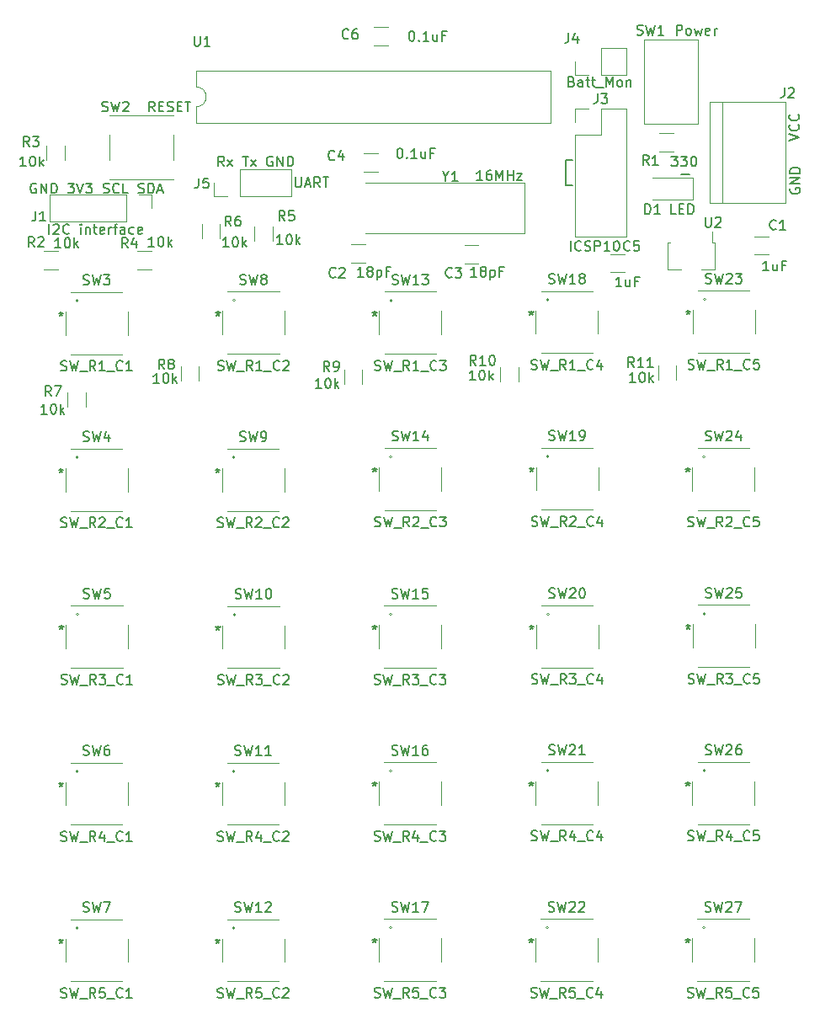
<source format=gbr>
%TF.GenerationSoftware,KiCad,Pcbnew,(6.0.1)*%
%TF.CreationDate,2023-04-26T14:09:52-06:00*%
%TF.ProjectId,Device_Design,44657669-6365-45f4-9465-7369676e2e6b,02*%
%TF.SameCoordinates,Original*%
%TF.FileFunction,Legend,Top*%
%TF.FilePolarity,Positive*%
%FSLAX46Y46*%
G04 Gerber Fmt 4.6, Leading zero omitted, Abs format (unit mm)*
G04 Created by KiCad (PCBNEW (6.0.1)) date 2023-04-26 14:09:52*
%MOMM*%
%LPD*%
G01*
G04 APERTURE LIST*
%ADD10C,0.150000*%
%ADD11C,0.120000*%
G04 APERTURE END LIST*
D10*
X137200000Y-77500000D02*
X137200000Y-74900000D01*
X137900000Y-74900000D02*
X137200000Y-74900000D01*
X148800000Y-76400000D02*
X149600000Y-76400000D01*
X137900000Y-77500000D02*
X137200000Y-77500000D01*
X102833333Y-75552380D02*
X102500000Y-75076190D01*
X102261904Y-75552380D02*
X102261904Y-74552380D01*
X102642857Y-74552380D01*
X102738095Y-74600000D01*
X102785714Y-74647619D01*
X102833333Y-74742857D01*
X102833333Y-74885714D01*
X102785714Y-74980952D01*
X102738095Y-75028571D01*
X102642857Y-75076190D01*
X102261904Y-75076190D01*
X103166666Y-75552380D02*
X103690476Y-74885714D01*
X103166666Y-74885714D02*
X103690476Y-75552380D01*
X104690476Y-74552380D02*
X105261904Y-74552380D01*
X104976190Y-75552380D02*
X104976190Y-74552380D01*
X105500000Y-75552380D02*
X106023809Y-74885714D01*
X105500000Y-74885714D02*
X106023809Y-75552380D01*
X107690476Y-74600000D02*
X107595238Y-74552380D01*
X107452380Y-74552380D01*
X107309523Y-74600000D01*
X107214285Y-74695238D01*
X107166666Y-74790476D01*
X107119047Y-74980952D01*
X107119047Y-75123809D01*
X107166666Y-75314285D01*
X107214285Y-75409523D01*
X107309523Y-75504761D01*
X107452380Y-75552380D01*
X107547619Y-75552380D01*
X107690476Y-75504761D01*
X107738095Y-75457142D01*
X107738095Y-75123809D01*
X107547619Y-75123809D01*
X108166666Y-75552380D02*
X108166666Y-74552380D01*
X108738095Y-75552380D01*
X108738095Y-74552380D01*
X109214285Y-75552380D02*
X109214285Y-74552380D01*
X109452380Y-74552380D01*
X109595238Y-74600000D01*
X109690476Y-74695238D01*
X109738095Y-74790476D01*
X109785714Y-74980952D01*
X109785714Y-75123809D01*
X109738095Y-75314285D01*
X109690476Y-75409523D01*
X109595238Y-75504761D01*
X109452380Y-75552380D01*
X109214285Y-75552380D01*
X159800000Y-77761904D02*
X159752380Y-77857142D01*
X159752380Y-78000000D01*
X159800000Y-78142857D01*
X159895238Y-78238095D01*
X159990476Y-78285714D01*
X160180952Y-78333333D01*
X160323809Y-78333333D01*
X160514285Y-78285714D01*
X160609523Y-78238095D01*
X160704761Y-78142857D01*
X160752380Y-78000000D01*
X160752380Y-77904761D01*
X160704761Y-77761904D01*
X160657142Y-77714285D01*
X160323809Y-77714285D01*
X160323809Y-77904761D01*
X160752380Y-77285714D02*
X159752380Y-77285714D01*
X160752380Y-76714285D01*
X159752380Y-76714285D01*
X160752380Y-76238095D02*
X159752380Y-76238095D01*
X159752380Y-76000000D01*
X159800000Y-75857142D01*
X159895238Y-75761904D01*
X159990476Y-75714285D01*
X160180952Y-75666666D01*
X160323809Y-75666666D01*
X160514285Y-75714285D01*
X160609523Y-75761904D01*
X160704761Y-75857142D01*
X160752380Y-76000000D01*
X160752380Y-76238095D01*
X159652380Y-72933333D02*
X160652380Y-72600000D01*
X159652380Y-72266666D01*
X160557142Y-71361904D02*
X160604761Y-71409523D01*
X160652380Y-71552380D01*
X160652380Y-71647619D01*
X160604761Y-71790476D01*
X160509523Y-71885714D01*
X160414285Y-71933333D01*
X160223809Y-71980952D01*
X160080952Y-71980952D01*
X159890476Y-71933333D01*
X159795238Y-71885714D01*
X159700000Y-71790476D01*
X159652380Y-71647619D01*
X159652380Y-71552380D01*
X159700000Y-71409523D01*
X159747619Y-71361904D01*
X160557142Y-70361904D02*
X160604761Y-70409523D01*
X160652380Y-70552380D01*
X160652380Y-70647619D01*
X160604761Y-70790476D01*
X160509523Y-70885714D01*
X160414285Y-70933333D01*
X160223809Y-70980952D01*
X160080952Y-70980952D01*
X159890476Y-70933333D01*
X159795238Y-70885714D01*
X159700000Y-70790476D01*
X159652380Y-70647619D01*
X159652380Y-70552380D01*
X159700000Y-70409523D01*
X159747619Y-70361904D01*
X83928571Y-77300000D02*
X83833333Y-77252380D01*
X83690476Y-77252380D01*
X83547619Y-77300000D01*
X83452380Y-77395238D01*
X83404761Y-77490476D01*
X83357142Y-77680952D01*
X83357142Y-77823809D01*
X83404761Y-78014285D01*
X83452380Y-78109523D01*
X83547619Y-78204761D01*
X83690476Y-78252380D01*
X83785714Y-78252380D01*
X83928571Y-78204761D01*
X83976190Y-78157142D01*
X83976190Y-77823809D01*
X83785714Y-77823809D01*
X84404761Y-78252380D02*
X84404761Y-77252380D01*
X84976190Y-78252380D01*
X84976190Y-77252380D01*
X85452380Y-78252380D02*
X85452380Y-77252380D01*
X85690476Y-77252380D01*
X85833333Y-77300000D01*
X85928571Y-77395238D01*
X85976190Y-77490476D01*
X86023809Y-77680952D01*
X86023809Y-77823809D01*
X85976190Y-78014285D01*
X85928571Y-78109523D01*
X85833333Y-78204761D01*
X85690476Y-78252380D01*
X85452380Y-78252380D01*
X87119047Y-77252380D02*
X87738095Y-77252380D01*
X87404761Y-77633333D01*
X87547619Y-77633333D01*
X87642857Y-77680952D01*
X87690476Y-77728571D01*
X87738095Y-77823809D01*
X87738095Y-78061904D01*
X87690476Y-78157142D01*
X87642857Y-78204761D01*
X87547619Y-78252380D01*
X87261904Y-78252380D01*
X87166666Y-78204761D01*
X87119047Y-78157142D01*
X88023809Y-77252380D02*
X88357142Y-78252380D01*
X88690476Y-77252380D01*
X88928571Y-77252380D02*
X89547619Y-77252380D01*
X89214285Y-77633333D01*
X89357142Y-77633333D01*
X89452380Y-77680952D01*
X89500000Y-77728571D01*
X89547619Y-77823809D01*
X89547619Y-78061904D01*
X89500000Y-78157142D01*
X89452380Y-78204761D01*
X89357142Y-78252380D01*
X89071428Y-78252380D01*
X88976190Y-78204761D01*
X88928571Y-78157142D01*
X90690476Y-78204761D02*
X90833333Y-78252380D01*
X91071428Y-78252380D01*
X91166666Y-78204761D01*
X91214285Y-78157142D01*
X91261904Y-78061904D01*
X91261904Y-77966666D01*
X91214285Y-77871428D01*
X91166666Y-77823809D01*
X91071428Y-77776190D01*
X90880952Y-77728571D01*
X90785714Y-77680952D01*
X90738095Y-77633333D01*
X90690476Y-77538095D01*
X90690476Y-77442857D01*
X90738095Y-77347619D01*
X90785714Y-77300000D01*
X90880952Y-77252380D01*
X91119047Y-77252380D01*
X91261904Y-77300000D01*
X92261904Y-78157142D02*
X92214285Y-78204761D01*
X92071428Y-78252380D01*
X91976190Y-78252380D01*
X91833333Y-78204761D01*
X91738095Y-78109523D01*
X91690476Y-78014285D01*
X91642857Y-77823809D01*
X91642857Y-77680952D01*
X91690476Y-77490476D01*
X91738095Y-77395238D01*
X91833333Y-77300000D01*
X91976190Y-77252380D01*
X92071428Y-77252380D01*
X92214285Y-77300000D01*
X92261904Y-77347619D01*
X93166666Y-78252380D02*
X92690476Y-78252380D01*
X92690476Y-77252380D01*
X94214285Y-78204761D02*
X94357142Y-78252380D01*
X94595238Y-78252380D01*
X94690476Y-78204761D01*
X94738095Y-78157142D01*
X94785714Y-78061904D01*
X94785714Y-77966666D01*
X94738095Y-77871428D01*
X94690476Y-77823809D01*
X94595238Y-77776190D01*
X94404761Y-77728571D01*
X94309523Y-77680952D01*
X94261904Y-77633333D01*
X94214285Y-77538095D01*
X94214285Y-77442857D01*
X94261904Y-77347619D01*
X94309523Y-77300000D01*
X94404761Y-77252380D01*
X94642857Y-77252380D01*
X94785714Y-77300000D01*
X95214285Y-78252380D02*
X95214285Y-77252380D01*
X95452380Y-77252380D01*
X95595238Y-77300000D01*
X95690476Y-77395238D01*
X95738095Y-77490476D01*
X95785714Y-77680952D01*
X95785714Y-77823809D01*
X95738095Y-78014285D01*
X95690476Y-78109523D01*
X95595238Y-78204761D01*
X95452380Y-78252380D01*
X95214285Y-78252380D01*
X96166666Y-77966666D02*
X96642857Y-77966666D01*
X96071428Y-78252380D02*
X96404761Y-77252380D01*
X96738095Y-78252380D01*
%TO.C,SW27*%
X151210471Y-150448767D02*
X151353328Y-150496386D01*
X151591423Y-150496386D01*
X151686661Y-150448767D01*
X151734280Y-150401148D01*
X151781899Y-150305910D01*
X151781899Y-150210672D01*
X151734280Y-150115434D01*
X151686661Y-150067815D01*
X151591423Y-150020196D01*
X151400947Y-149972577D01*
X151305709Y-149924958D01*
X151258090Y-149877339D01*
X151210471Y-149782101D01*
X151210471Y-149686863D01*
X151258090Y-149591625D01*
X151305709Y-149544006D01*
X151400947Y-149496386D01*
X151639042Y-149496386D01*
X151781899Y-149544006D01*
X152115233Y-149496386D02*
X152353328Y-150496386D01*
X152543804Y-149782101D01*
X152734280Y-150496386D01*
X152972375Y-149496386D01*
X153305709Y-149591625D02*
X153353328Y-149544006D01*
X153448566Y-149496386D01*
X153686661Y-149496386D01*
X153781899Y-149544006D01*
X153829518Y-149591625D01*
X153877137Y-149686863D01*
X153877137Y-149782101D01*
X153829518Y-149924958D01*
X153258090Y-150496386D01*
X153877137Y-150496386D01*
X154210471Y-149496386D02*
X154877137Y-149496386D01*
X154448566Y-150496386D01*
X149448566Y-159084767D02*
X149591423Y-159132386D01*
X149829518Y-159132386D01*
X149924756Y-159084767D01*
X149972375Y-159037148D01*
X150019995Y-158941910D01*
X150019995Y-158846672D01*
X149972375Y-158751434D01*
X149924756Y-158703815D01*
X149829518Y-158656196D01*
X149639042Y-158608577D01*
X149543804Y-158560958D01*
X149496185Y-158513339D01*
X149448566Y-158418101D01*
X149448566Y-158322863D01*
X149496185Y-158227625D01*
X149543804Y-158180006D01*
X149639042Y-158132386D01*
X149877137Y-158132386D01*
X150019995Y-158180006D01*
X150353328Y-158132386D02*
X150591423Y-159132386D01*
X150781899Y-158418101D01*
X150972375Y-159132386D01*
X151210471Y-158132386D01*
X151353328Y-159227625D02*
X152115233Y-159227625D01*
X152924756Y-159132386D02*
X152591423Y-158656196D01*
X152353328Y-159132386D02*
X152353328Y-158132386D01*
X152734280Y-158132386D01*
X152829518Y-158180006D01*
X152877137Y-158227625D01*
X152924756Y-158322863D01*
X152924756Y-158465720D01*
X152877137Y-158560958D01*
X152829518Y-158608577D01*
X152734280Y-158656196D01*
X152353328Y-158656196D01*
X153829518Y-158132386D02*
X153353328Y-158132386D01*
X153305709Y-158608577D01*
X153353328Y-158560958D01*
X153448566Y-158513339D01*
X153686661Y-158513339D01*
X153781899Y-158560958D01*
X153829518Y-158608577D01*
X153877137Y-158703815D01*
X153877137Y-158941910D01*
X153829518Y-159037148D01*
X153781899Y-159084767D01*
X153686661Y-159132386D01*
X153448566Y-159132386D01*
X153353328Y-159084767D01*
X153305709Y-159037148D01*
X154067614Y-159227625D02*
X154829518Y-159227625D01*
X155639042Y-159037148D02*
X155591423Y-159084767D01*
X155448566Y-159132386D01*
X155353328Y-159132386D01*
X155210471Y-159084767D01*
X155115233Y-158989529D01*
X155067614Y-158894291D01*
X155019995Y-158703815D01*
X155019995Y-158560958D01*
X155067614Y-158370482D01*
X155115233Y-158275244D01*
X155210471Y-158180006D01*
X155353328Y-158132386D01*
X155448566Y-158132386D01*
X155591423Y-158180006D01*
X155639042Y-158227625D01*
X156543804Y-158132386D02*
X156067614Y-158132386D01*
X156019995Y-158608577D01*
X156067614Y-158560958D01*
X156162852Y-158513339D01*
X156400947Y-158513339D01*
X156496185Y-158560958D01*
X156543804Y-158608577D01*
X156591423Y-158703815D01*
X156591423Y-158941910D01*
X156543804Y-159037148D01*
X156496185Y-159084767D01*
X156400947Y-159132386D01*
X156162852Y-159132386D01*
X156067614Y-159084767D01*
X156019995Y-159037148D01*
X149439994Y-153178386D02*
X149439994Y-153416482D01*
X149201898Y-153321244D02*
X149439994Y-153416482D01*
X149678089Y-153321244D01*
X149297136Y-153606958D02*
X149439994Y-153416482D01*
X149582851Y-153606958D01*
%TO.C,SW26*%
X151240473Y-134666766D02*
X151383330Y-134714385D01*
X151621425Y-134714385D01*
X151716663Y-134666766D01*
X151764282Y-134619147D01*
X151811901Y-134523909D01*
X151811901Y-134428671D01*
X151764282Y-134333433D01*
X151716663Y-134285814D01*
X151621425Y-134238195D01*
X151430949Y-134190576D01*
X151335711Y-134142957D01*
X151288092Y-134095338D01*
X151240473Y-134000100D01*
X151240473Y-133904862D01*
X151288092Y-133809624D01*
X151335711Y-133762005D01*
X151430949Y-133714385D01*
X151669044Y-133714385D01*
X151811901Y-133762005D01*
X152145235Y-133714385D02*
X152383330Y-134714385D01*
X152573806Y-134000100D01*
X152764282Y-134714385D01*
X153002377Y-133714385D01*
X153335711Y-133809624D02*
X153383330Y-133762005D01*
X153478568Y-133714385D01*
X153716663Y-133714385D01*
X153811901Y-133762005D01*
X153859520Y-133809624D01*
X153907139Y-133904862D01*
X153907139Y-134000100D01*
X153859520Y-134142957D01*
X153288092Y-134714385D01*
X153907139Y-134714385D01*
X154764282Y-133714385D02*
X154573806Y-133714385D01*
X154478568Y-133762005D01*
X154430949Y-133809624D01*
X154335711Y-133952481D01*
X154288092Y-134142957D01*
X154288092Y-134523909D01*
X154335711Y-134619147D01*
X154383330Y-134666766D01*
X154478568Y-134714385D01*
X154669044Y-134714385D01*
X154764282Y-134666766D01*
X154811901Y-134619147D01*
X154859520Y-134523909D01*
X154859520Y-134285814D01*
X154811901Y-134190576D01*
X154764282Y-134142957D01*
X154669044Y-134095338D01*
X154478568Y-134095338D01*
X154383330Y-134142957D01*
X154335711Y-134190576D01*
X154288092Y-134285814D01*
X149478568Y-143302766D02*
X149621425Y-143350385D01*
X149859520Y-143350385D01*
X149954758Y-143302766D01*
X150002377Y-143255147D01*
X150049997Y-143159909D01*
X150049997Y-143064671D01*
X150002377Y-142969433D01*
X149954758Y-142921814D01*
X149859520Y-142874195D01*
X149669044Y-142826576D01*
X149573806Y-142778957D01*
X149526187Y-142731338D01*
X149478568Y-142636100D01*
X149478568Y-142540862D01*
X149526187Y-142445624D01*
X149573806Y-142398005D01*
X149669044Y-142350385D01*
X149907139Y-142350385D01*
X150049997Y-142398005D01*
X150383330Y-142350385D02*
X150621425Y-143350385D01*
X150811901Y-142636100D01*
X151002377Y-143350385D01*
X151240473Y-142350385D01*
X151383330Y-143445624D02*
X152145235Y-143445624D01*
X152954758Y-143350385D02*
X152621425Y-142874195D01*
X152383330Y-143350385D02*
X152383330Y-142350385D01*
X152764282Y-142350385D01*
X152859520Y-142398005D01*
X152907139Y-142445624D01*
X152954758Y-142540862D01*
X152954758Y-142683719D01*
X152907139Y-142778957D01*
X152859520Y-142826576D01*
X152764282Y-142874195D01*
X152383330Y-142874195D01*
X153811901Y-142683719D02*
X153811901Y-143350385D01*
X153573806Y-142302766D02*
X153335711Y-143017052D01*
X153954758Y-143017052D01*
X154097616Y-143445624D02*
X154859520Y-143445624D01*
X155669044Y-143255147D02*
X155621425Y-143302766D01*
X155478568Y-143350385D01*
X155383330Y-143350385D01*
X155240473Y-143302766D01*
X155145235Y-143207528D01*
X155097616Y-143112290D01*
X155049997Y-142921814D01*
X155049997Y-142778957D01*
X155097616Y-142588481D01*
X155145235Y-142493243D01*
X155240473Y-142398005D01*
X155383330Y-142350385D01*
X155478568Y-142350385D01*
X155621425Y-142398005D01*
X155669044Y-142445624D01*
X156573806Y-142350385D02*
X156097616Y-142350385D01*
X156049997Y-142826576D01*
X156097616Y-142778957D01*
X156192854Y-142731338D01*
X156430949Y-142731338D01*
X156526187Y-142778957D01*
X156573806Y-142826576D01*
X156621425Y-142921814D01*
X156621425Y-143159909D01*
X156573806Y-143255147D01*
X156526187Y-143302766D01*
X156430949Y-143350385D01*
X156192854Y-143350385D01*
X156097616Y-143302766D01*
X156049997Y-143255147D01*
X149469996Y-137396385D02*
X149469996Y-137634481D01*
X149231900Y-137539243D02*
X149469996Y-137634481D01*
X149708091Y-137539243D01*
X149327138Y-137824957D02*
X149469996Y-137634481D01*
X149612853Y-137824957D01*
%TO.C,SW25*%
X151270475Y-118884765D02*
X151413332Y-118932384D01*
X151651427Y-118932384D01*
X151746665Y-118884765D01*
X151794284Y-118837146D01*
X151841903Y-118741908D01*
X151841903Y-118646670D01*
X151794284Y-118551432D01*
X151746665Y-118503813D01*
X151651427Y-118456194D01*
X151460951Y-118408575D01*
X151365713Y-118360956D01*
X151318094Y-118313337D01*
X151270475Y-118218099D01*
X151270475Y-118122861D01*
X151318094Y-118027623D01*
X151365713Y-117980004D01*
X151460951Y-117932384D01*
X151699046Y-117932384D01*
X151841903Y-117980004D01*
X152175237Y-117932384D02*
X152413332Y-118932384D01*
X152603808Y-118218099D01*
X152794284Y-118932384D01*
X153032379Y-117932384D01*
X153365713Y-118027623D02*
X153413332Y-117980004D01*
X153508570Y-117932384D01*
X153746665Y-117932384D01*
X153841903Y-117980004D01*
X153889522Y-118027623D01*
X153937141Y-118122861D01*
X153937141Y-118218099D01*
X153889522Y-118360956D01*
X153318094Y-118932384D01*
X153937141Y-118932384D01*
X154841903Y-117932384D02*
X154365713Y-117932384D01*
X154318094Y-118408575D01*
X154365713Y-118360956D01*
X154460951Y-118313337D01*
X154699046Y-118313337D01*
X154794284Y-118360956D01*
X154841903Y-118408575D01*
X154889522Y-118503813D01*
X154889522Y-118741908D01*
X154841903Y-118837146D01*
X154794284Y-118884765D01*
X154699046Y-118932384D01*
X154460951Y-118932384D01*
X154365713Y-118884765D01*
X154318094Y-118837146D01*
X149508570Y-127520765D02*
X149651427Y-127568384D01*
X149889522Y-127568384D01*
X149984760Y-127520765D01*
X150032379Y-127473146D01*
X150079999Y-127377908D01*
X150079999Y-127282670D01*
X150032379Y-127187432D01*
X149984760Y-127139813D01*
X149889522Y-127092194D01*
X149699046Y-127044575D01*
X149603808Y-126996956D01*
X149556189Y-126949337D01*
X149508570Y-126854099D01*
X149508570Y-126758861D01*
X149556189Y-126663623D01*
X149603808Y-126616004D01*
X149699046Y-126568384D01*
X149937141Y-126568384D01*
X150079999Y-126616004D01*
X150413332Y-126568384D02*
X150651427Y-127568384D01*
X150841903Y-126854099D01*
X151032379Y-127568384D01*
X151270475Y-126568384D01*
X151413332Y-127663623D02*
X152175237Y-127663623D01*
X152984760Y-127568384D02*
X152651427Y-127092194D01*
X152413332Y-127568384D02*
X152413332Y-126568384D01*
X152794284Y-126568384D01*
X152889522Y-126616004D01*
X152937141Y-126663623D01*
X152984760Y-126758861D01*
X152984760Y-126901718D01*
X152937141Y-126996956D01*
X152889522Y-127044575D01*
X152794284Y-127092194D01*
X152413332Y-127092194D01*
X153318094Y-126568384D02*
X153937141Y-126568384D01*
X153603808Y-126949337D01*
X153746665Y-126949337D01*
X153841903Y-126996956D01*
X153889522Y-127044575D01*
X153937141Y-127139813D01*
X153937141Y-127377908D01*
X153889522Y-127473146D01*
X153841903Y-127520765D01*
X153746665Y-127568384D01*
X153460951Y-127568384D01*
X153365713Y-127520765D01*
X153318094Y-127473146D01*
X154127618Y-127663623D02*
X154889522Y-127663623D01*
X155699046Y-127473146D02*
X155651427Y-127520765D01*
X155508570Y-127568384D01*
X155413332Y-127568384D01*
X155270475Y-127520765D01*
X155175237Y-127425527D01*
X155127618Y-127330289D01*
X155079999Y-127139813D01*
X155079999Y-126996956D01*
X155127618Y-126806480D01*
X155175237Y-126711242D01*
X155270475Y-126616004D01*
X155413332Y-126568384D01*
X155508570Y-126568384D01*
X155651427Y-126616004D01*
X155699046Y-126663623D01*
X156603808Y-126568384D02*
X156127618Y-126568384D01*
X156079999Y-127044575D01*
X156127618Y-126996956D01*
X156222856Y-126949337D01*
X156460951Y-126949337D01*
X156556189Y-126996956D01*
X156603808Y-127044575D01*
X156651427Y-127139813D01*
X156651427Y-127377908D01*
X156603808Y-127473146D01*
X156556189Y-127520765D01*
X156460951Y-127568384D01*
X156222856Y-127568384D01*
X156127618Y-127520765D01*
X156079999Y-127473146D01*
X149499998Y-121614384D02*
X149499998Y-121852480D01*
X149261902Y-121757242D02*
X149499998Y-121852480D01*
X149738093Y-121757242D01*
X149357140Y-122042956D02*
X149499998Y-121852480D01*
X149642855Y-122042956D01*
%TO.C,SW24*%
X151240473Y-103102764D02*
X151383330Y-103150383D01*
X151621425Y-103150383D01*
X151716663Y-103102764D01*
X151764282Y-103055145D01*
X151811901Y-102959907D01*
X151811901Y-102864669D01*
X151764282Y-102769431D01*
X151716663Y-102721812D01*
X151621425Y-102674193D01*
X151430949Y-102626574D01*
X151335711Y-102578955D01*
X151288092Y-102531336D01*
X151240473Y-102436098D01*
X151240473Y-102340860D01*
X151288092Y-102245622D01*
X151335711Y-102198003D01*
X151430949Y-102150383D01*
X151669044Y-102150383D01*
X151811901Y-102198003D01*
X152145235Y-102150383D02*
X152383330Y-103150383D01*
X152573806Y-102436098D01*
X152764282Y-103150383D01*
X153002377Y-102150383D01*
X153335711Y-102245622D02*
X153383330Y-102198003D01*
X153478568Y-102150383D01*
X153716663Y-102150383D01*
X153811901Y-102198003D01*
X153859520Y-102245622D01*
X153907139Y-102340860D01*
X153907139Y-102436098D01*
X153859520Y-102578955D01*
X153288092Y-103150383D01*
X153907139Y-103150383D01*
X154764282Y-102483717D02*
X154764282Y-103150383D01*
X154526187Y-102102764D02*
X154288092Y-102817050D01*
X154907139Y-102817050D01*
X149478568Y-111738764D02*
X149621425Y-111786383D01*
X149859520Y-111786383D01*
X149954758Y-111738764D01*
X150002377Y-111691145D01*
X150049997Y-111595907D01*
X150049997Y-111500669D01*
X150002377Y-111405431D01*
X149954758Y-111357812D01*
X149859520Y-111310193D01*
X149669044Y-111262574D01*
X149573806Y-111214955D01*
X149526187Y-111167336D01*
X149478568Y-111072098D01*
X149478568Y-110976860D01*
X149526187Y-110881622D01*
X149573806Y-110834003D01*
X149669044Y-110786383D01*
X149907139Y-110786383D01*
X150049997Y-110834003D01*
X150383330Y-110786383D02*
X150621425Y-111786383D01*
X150811901Y-111072098D01*
X151002377Y-111786383D01*
X151240473Y-110786383D01*
X151383330Y-111881622D02*
X152145235Y-111881622D01*
X152954758Y-111786383D02*
X152621425Y-111310193D01*
X152383330Y-111786383D02*
X152383330Y-110786383D01*
X152764282Y-110786383D01*
X152859520Y-110834003D01*
X152907139Y-110881622D01*
X152954758Y-110976860D01*
X152954758Y-111119717D01*
X152907139Y-111214955D01*
X152859520Y-111262574D01*
X152764282Y-111310193D01*
X152383330Y-111310193D01*
X153335711Y-110881622D02*
X153383330Y-110834003D01*
X153478568Y-110786383D01*
X153716663Y-110786383D01*
X153811901Y-110834003D01*
X153859520Y-110881622D01*
X153907139Y-110976860D01*
X153907139Y-111072098D01*
X153859520Y-111214955D01*
X153288092Y-111786383D01*
X153907139Y-111786383D01*
X154097616Y-111881622D02*
X154859520Y-111881622D01*
X155669044Y-111691145D02*
X155621425Y-111738764D01*
X155478568Y-111786383D01*
X155383330Y-111786383D01*
X155240473Y-111738764D01*
X155145235Y-111643526D01*
X155097616Y-111548288D01*
X155049997Y-111357812D01*
X155049997Y-111214955D01*
X155097616Y-111024479D01*
X155145235Y-110929241D01*
X155240473Y-110834003D01*
X155383330Y-110786383D01*
X155478568Y-110786383D01*
X155621425Y-110834003D01*
X155669044Y-110881622D01*
X156573806Y-110786383D02*
X156097616Y-110786383D01*
X156049997Y-111262574D01*
X156097616Y-111214955D01*
X156192854Y-111167336D01*
X156430949Y-111167336D01*
X156526187Y-111214955D01*
X156573806Y-111262574D01*
X156621425Y-111357812D01*
X156621425Y-111595907D01*
X156573806Y-111691145D01*
X156526187Y-111738764D01*
X156430949Y-111786383D01*
X156192854Y-111786383D01*
X156097616Y-111738764D01*
X156049997Y-111691145D01*
X149469996Y-105832383D02*
X149469996Y-106070479D01*
X149231900Y-105975241D02*
X149469996Y-106070479D01*
X149708091Y-105975241D01*
X149327138Y-106260955D02*
X149469996Y-106070479D01*
X149612853Y-106260955D01*
%TO.C,SW23*%
X151270475Y-87286762D02*
X151413332Y-87334381D01*
X151651427Y-87334381D01*
X151746665Y-87286762D01*
X151794284Y-87239143D01*
X151841903Y-87143905D01*
X151841903Y-87048667D01*
X151794284Y-86953429D01*
X151746665Y-86905810D01*
X151651427Y-86858191D01*
X151460951Y-86810572D01*
X151365713Y-86762953D01*
X151318094Y-86715334D01*
X151270475Y-86620096D01*
X151270475Y-86524858D01*
X151318094Y-86429620D01*
X151365713Y-86382001D01*
X151460951Y-86334381D01*
X151699046Y-86334381D01*
X151841903Y-86382001D01*
X152175237Y-86334381D02*
X152413332Y-87334381D01*
X152603808Y-86620096D01*
X152794284Y-87334381D01*
X153032379Y-86334381D01*
X153365713Y-86429620D02*
X153413332Y-86382001D01*
X153508570Y-86334381D01*
X153746665Y-86334381D01*
X153841903Y-86382001D01*
X153889522Y-86429620D01*
X153937141Y-86524858D01*
X153937141Y-86620096D01*
X153889522Y-86762953D01*
X153318094Y-87334381D01*
X153937141Y-87334381D01*
X154270475Y-86334381D02*
X154889522Y-86334381D01*
X154556189Y-86715334D01*
X154699046Y-86715334D01*
X154794284Y-86762953D01*
X154841903Y-86810572D01*
X154889522Y-86905810D01*
X154889522Y-87143905D01*
X154841903Y-87239143D01*
X154794284Y-87286762D01*
X154699046Y-87334381D01*
X154413332Y-87334381D01*
X154318094Y-87286762D01*
X154270475Y-87239143D01*
X149508570Y-95922762D02*
X149651427Y-95970381D01*
X149889522Y-95970381D01*
X149984760Y-95922762D01*
X150032379Y-95875143D01*
X150079999Y-95779905D01*
X150079999Y-95684667D01*
X150032379Y-95589429D01*
X149984760Y-95541810D01*
X149889522Y-95494191D01*
X149699046Y-95446572D01*
X149603808Y-95398953D01*
X149556189Y-95351334D01*
X149508570Y-95256096D01*
X149508570Y-95160858D01*
X149556189Y-95065620D01*
X149603808Y-95018001D01*
X149699046Y-94970381D01*
X149937141Y-94970381D01*
X150079999Y-95018001D01*
X150413332Y-94970381D02*
X150651427Y-95970381D01*
X150841903Y-95256096D01*
X151032379Y-95970381D01*
X151270475Y-94970381D01*
X151413332Y-96065620D02*
X152175237Y-96065620D01*
X152984760Y-95970381D02*
X152651427Y-95494191D01*
X152413332Y-95970381D02*
X152413332Y-94970381D01*
X152794284Y-94970381D01*
X152889522Y-95018001D01*
X152937141Y-95065620D01*
X152984760Y-95160858D01*
X152984760Y-95303715D01*
X152937141Y-95398953D01*
X152889522Y-95446572D01*
X152794284Y-95494191D01*
X152413332Y-95494191D01*
X153937141Y-95970381D02*
X153365713Y-95970381D01*
X153651427Y-95970381D02*
X153651427Y-94970381D01*
X153556189Y-95113239D01*
X153460951Y-95208477D01*
X153365713Y-95256096D01*
X154127618Y-96065620D02*
X154889522Y-96065620D01*
X155699046Y-95875143D02*
X155651427Y-95922762D01*
X155508570Y-95970381D01*
X155413332Y-95970381D01*
X155270475Y-95922762D01*
X155175237Y-95827524D01*
X155127618Y-95732286D01*
X155079999Y-95541810D01*
X155079999Y-95398953D01*
X155127618Y-95208477D01*
X155175237Y-95113239D01*
X155270475Y-95018001D01*
X155413332Y-94970381D01*
X155508570Y-94970381D01*
X155651427Y-95018001D01*
X155699046Y-95065620D01*
X156603808Y-94970381D02*
X156127618Y-94970381D01*
X156079999Y-95446572D01*
X156127618Y-95398953D01*
X156222856Y-95351334D01*
X156460951Y-95351334D01*
X156556189Y-95398953D01*
X156603808Y-95446572D01*
X156651427Y-95541810D01*
X156651427Y-95779905D01*
X156603808Y-95875143D01*
X156556189Y-95922762D01*
X156460951Y-95970381D01*
X156222856Y-95970381D01*
X156127618Y-95922762D01*
X156079999Y-95875143D01*
X149499998Y-90016381D02*
X149499998Y-90254477D01*
X149261902Y-90159239D02*
X149499998Y-90254477D01*
X149738093Y-90159239D01*
X149357140Y-90444953D02*
X149499998Y-90254477D01*
X149642855Y-90444953D01*
%TO.C,SW22*%
X135462471Y-150448767D02*
X135605328Y-150496386D01*
X135843423Y-150496386D01*
X135938661Y-150448767D01*
X135986280Y-150401148D01*
X136033899Y-150305910D01*
X136033899Y-150210672D01*
X135986280Y-150115434D01*
X135938661Y-150067815D01*
X135843423Y-150020196D01*
X135652947Y-149972577D01*
X135557709Y-149924958D01*
X135510090Y-149877339D01*
X135462471Y-149782101D01*
X135462471Y-149686863D01*
X135510090Y-149591625D01*
X135557709Y-149544006D01*
X135652947Y-149496386D01*
X135891042Y-149496386D01*
X136033899Y-149544006D01*
X136367233Y-149496386D02*
X136605328Y-150496386D01*
X136795804Y-149782101D01*
X136986280Y-150496386D01*
X137224375Y-149496386D01*
X137557709Y-149591625D02*
X137605328Y-149544006D01*
X137700566Y-149496386D01*
X137938661Y-149496386D01*
X138033899Y-149544006D01*
X138081518Y-149591625D01*
X138129137Y-149686863D01*
X138129137Y-149782101D01*
X138081518Y-149924958D01*
X137510090Y-150496386D01*
X138129137Y-150496386D01*
X138510090Y-149591625D02*
X138557709Y-149544006D01*
X138652947Y-149496386D01*
X138891042Y-149496386D01*
X138986280Y-149544006D01*
X139033899Y-149591625D01*
X139081518Y-149686863D01*
X139081518Y-149782101D01*
X139033899Y-149924958D01*
X138462471Y-150496386D01*
X139081518Y-150496386D01*
X133700566Y-159084767D02*
X133843423Y-159132386D01*
X134081518Y-159132386D01*
X134176756Y-159084767D01*
X134224375Y-159037148D01*
X134271995Y-158941910D01*
X134271995Y-158846672D01*
X134224375Y-158751434D01*
X134176756Y-158703815D01*
X134081518Y-158656196D01*
X133891042Y-158608577D01*
X133795804Y-158560958D01*
X133748185Y-158513339D01*
X133700566Y-158418101D01*
X133700566Y-158322863D01*
X133748185Y-158227625D01*
X133795804Y-158180006D01*
X133891042Y-158132386D01*
X134129137Y-158132386D01*
X134271995Y-158180006D01*
X134605328Y-158132386D02*
X134843423Y-159132386D01*
X135033899Y-158418101D01*
X135224375Y-159132386D01*
X135462471Y-158132386D01*
X135605328Y-159227625D02*
X136367233Y-159227625D01*
X137176756Y-159132386D02*
X136843423Y-158656196D01*
X136605328Y-159132386D02*
X136605328Y-158132386D01*
X136986280Y-158132386D01*
X137081518Y-158180006D01*
X137129137Y-158227625D01*
X137176756Y-158322863D01*
X137176756Y-158465720D01*
X137129137Y-158560958D01*
X137081518Y-158608577D01*
X136986280Y-158656196D01*
X136605328Y-158656196D01*
X138081518Y-158132386D02*
X137605328Y-158132386D01*
X137557709Y-158608577D01*
X137605328Y-158560958D01*
X137700566Y-158513339D01*
X137938661Y-158513339D01*
X138033899Y-158560958D01*
X138081518Y-158608577D01*
X138129137Y-158703815D01*
X138129137Y-158941910D01*
X138081518Y-159037148D01*
X138033899Y-159084767D01*
X137938661Y-159132386D01*
X137700566Y-159132386D01*
X137605328Y-159084767D01*
X137557709Y-159037148D01*
X138319614Y-159227625D02*
X139081518Y-159227625D01*
X139891042Y-159037148D02*
X139843423Y-159084767D01*
X139700566Y-159132386D01*
X139605328Y-159132386D01*
X139462471Y-159084767D01*
X139367233Y-158989529D01*
X139319614Y-158894291D01*
X139271995Y-158703815D01*
X139271995Y-158560958D01*
X139319614Y-158370482D01*
X139367233Y-158275244D01*
X139462471Y-158180006D01*
X139605328Y-158132386D01*
X139700566Y-158132386D01*
X139843423Y-158180006D01*
X139891042Y-158227625D01*
X140748185Y-158465720D02*
X140748185Y-159132386D01*
X140510090Y-158084767D02*
X140271995Y-158799053D01*
X140891042Y-158799053D01*
X133691994Y-153178386D02*
X133691994Y-153416482D01*
X133453898Y-153321244D02*
X133691994Y-153416482D01*
X133930089Y-153321244D01*
X133549136Y-153606958D02*
X133691994Y-153416482D01*
X133834851Y-153606958D01*
%TO.C,SW21*%
X135492473Y-134666766D02*
X135635330Y-134714385D01*
X135873425Y-134714385D01*
X135968663Y-134666766D01*
X136016282Y-134619147D01*
X136063901Y-134523909D01*
X136063901Y-134428671D01*
X136016282Y-134333433D01*
X135968663Y-134285814D01*
X135873425Y-134238195D01*
X135682949Y-134190576D01*
X135587711Y-134142957D01*
X135540092Y-134095338D01*
X135492473Y-134000100D01*
X135492473Y-133904862D01*
X135540092Y-133809624D01*
X135587711Y-133762005D01*
X135682949Y-133714385D01*
X135921044Y-133714385D01*
X136063901Y-133762005D01*
X136397235Y-133714385D02*
X136635330Y-134714385D01*
X136825806Y-134000100D01*
X137016282Y-134714385D01*
X137254377Y-133714385D01*
X137587711Y-133809624D02*
X137635330Y-133762005D01*
X137730568Y-133714385D01*
X137968663Y-133714385D01*
X138063901Y-133762005D01*
X138111520Y-133809624D01*
X138159139Y-133904862D01*
X138159139Y-134000100D01*
X138111520Y-134142957D01*
X137540092Y-134714385D01*
X138159139Y-134714385D01*
X139111520Y-134714385D02*
X138540092Y-134714385D01*
X138825806Y-134714385D02*
X138825806Y-133714385D01*
X138730568Y-133857243D01*
X138635330Y-133952481D01*
X138540092Y-134000100D01*
X133730568Y-143302766D02*
X133873425Y-143350385D01*
X134111520Y-143350385D01*
X134206758Y-143302766D01*
X134254377Y-143255147D01*
X134301997Y-143159909D01*
X134301997Y-143064671D01*
X134254377Y-142969433D01*
X134206758Y-142921814D01*
X134111520Y-142874195D01*
X133921044Y-142826576D01*
X133825806Y-142778957D01*
X133778187Y-142731338D01*
X133730568Y-142636100D01*
X133730568Y-142540862D01*
X133778187Y-142445624D01*
X133825806Y-142398005D01*
X133921044Y-142350385D01*
X134159139Y-142350385D01*
X134301997Y-142398005D01*
X134635330Y-142350385D02*
X134873425Y-143350385D01*
X135063901Y-142636100D01*
X135254377Y-143350385D01*
X135492473Y-142350385D01*
X135635330Y-143445624D02*
X136397235Y-143445624D01*
X137206758Y-143350385D02*
X136873425Y-142874195D01*
X136635330Y-143350385D02*
X136635330Y-142350385D01*
X137016282Y-142350385D01*
X137111520Y-142398005D01*
X137159139Y-142445624D01*
X137206758Y-142540862D01*
X137206758Y-142683719D01*
X137159139Y-142778957D01*
X137111520Y-142826576D01*
X137016282Y-142874195D01*
X136635330Y-142874195D01*
X138063901Y-142683719D02*
X138063901Y-143350385D01*
X137825806Y-142302766D02*
X137587711Y-143017052D01*
X138206758Y-143017052D01*
X138349616Y-143445624D02*
X139111520Y-143445624D01*
X139921044Y-143255147D02*
X139873425Y-143302766D01*
X139730568Y-143350385D01*
X139635330Y-143350385D01*
X139492473Y-143302766D01*
X139397235Y-143207528D01*
X139349616Y-143112290D01*
X139301997Y-142921814D01*
X139301997Y-142778957D01*
X139349616Y-142588481D01*
X139397235Y-142493243D01*
X139492473Y-142398005D01*
X139635330Y-142350385D01*
X139730568Y-142350385D01*
X139873425Y-142398005D01*
X139921044Y-142445624D01*
X140778187Y-142683719D02*
X140778187Y-143350385D01*
X140540092Y-142302766D02*
X140301997Y-143017052D01*
X140921044Y-143017052D01*
X133721996Y-137396385D02*
X133721996Y-137634481D01*
X133483900Y-137539243D02*
X133721996Y-137634481D01*
X133960091Y-137539243D01*
X133579138Y-137824957D02*
X133721996Y-137634481D01*
X133864853Y-137824957D01*
%TO.C,SW20*%
X135522475Y-118918766D02*
X135665332Y-118966385D01*
X135903427Y-118966385D01*
X135998665Y-118918766D01*
X136046284Y-118871147D01*
X136093903Y-118775909D01*
X136093903Y-118680671D01*
X136046284Y-118585433D01*
X135998665Y-118537814D01*
X135903427Y-118490195D01*
X135712951Y-118442576D01*
X135617713Y-118394957D01*
X135570094Y-118347338D01*
X135522475Y-118252100D01*
X135522475Y-118156862D01*
X135570094Y-118061624D01*
X135617713Y-118014005D01*
X135712951Y-117966385D01*
X135951046Y-117966385D01*
X136093903Y-118014005D01*
X136427237Y-117966385D02*
X136665332Y-118966385D01*
X136855808Y-118252100D01*
X137046284Y-118966385D01*
X137284379Y-117966385D01*
X137617713Y-118061624D02*
X137665332Y-118014005D01*
X137760570Y-117966385D01*
X137998665Y-117966385D01*
X138093903Y-118014005D01*
X138141522Y-118061624D01*
X138189141Y-118156862D01*
X138189141Y-118252100D01*
X138141522Y-118394957D01*
X137570094Y-118966385D01*
X138189141Y-118966385D01*
X138808189Y-117966385D02*
X138903427Y-117966385D01*
X138998665Y-118014005D01*
X139046284Y-118061624D01*
X139093903Y-118156862D01*
X139141522Y-118347338D01*
X139141522Y-118585433D01*
X139093903Y-118775909D01*
X139046284Y-118871147D01*
X138998665Y-118918766D01*
X138903427Y-118966385D01*
X138808189Y-118966385D01*
X138712951Y-118918766D01*
X138665332Y-118871147D01*
X138617713Y-118775909D01*
X138570094Y-118585433D01*
X138570094Y-118347338D01*
X138617713Y-118156862D01*
X138665332Y-118061624D01*
X138712951Y-118014005D01*
X138808189Y-117966385D01*
X133760570Y-127554766D02*
X133903427Y-127602385D01*
X134141522Y-127602385D01*
X134236760Y-127554766D01*
X134284379Y-127507147D01*
X134331999Y-127411909D01*
X134331999Y-127316671D01*
X134284379Y-127221433D01*
X134236760Y-127173814D01*
X134141522Y-127126195D01*
X133951046Y-127078576D01*
X133855808Y-127030957D01*
X133808189Y-126983338D01*
X133760570Y-126888100D01*
X133760570Y-126792862D01*
X133808189Y-126697624D01*
X133855808Y-126650005D01*
X133951046Y-126602385D01*
X134189141Y-126602385D01*
X134331999Y-126650005D01*
X134665332Y-126602385D02*
X134903427Y-127602385D01*
X135093903Y-126888100D01*
X135284379Y-127602385D01*
X135522475Y-126602385D01*
X135665332Y-127697624D02*
X136427237Y-127697624D01*
X137236760Y-127602385D02*
X136903427Y-127126195D01*
X136665332Y-127602385D02*
X136665332Y-126602385D01*
X137046284Y-126602385D01*
X137141522Y-126650005D01*
X137189141Y-126697624D01*
X137236760Y-126792862D01*
X137236760Y-126935719D01*
X137189141Y-127030957D01*
X137141522Y-127078576D01*
X137046284Y-127126195D01*
X136665332Y-127126195D01*
X137570094Y-126602385D02*
X138189141Y-126602385D01*
X137855808Y-126983338D01*
X137998665Y-126983338D01*
X138093903Y-127030957D01*
X138141522Y-127078576D01*
X138189141Y-127173814D01*
X138189141Y-127411909D01*
X138141522Y-127507147D01*
X138093903Y-127554766D01*
X137998665Y-127602385D01*
X137712951Y-127602385D01*
X137617713Y-127554766D01*
X137570094Y-127507147D01*
X138379618Y-127697624D02*
X139141522Y-127697624D01*
X139951046Y-127507147D02*
X139903427Y-127554766D01*
X139760570Y-127602385D01*
X139665332Y-127602385D01*
X139522475Y-127554766D01*
X139427237Y-127459528D01*
X139379618Y-127364290D01*
X139331999Y-127173814D01*
X139331999Y-127030957D01*
X139379618Y-126840481D01*
X139427237Y-126745243D01*
X139522475Y-126650005D01*
X139665332Y-126602385D01*
X139760570Y-126602385D01*
X139903427Y-126650005D01*
X139951046Y-126697624D01*
X140808189Y-126935719D02*
X140808189Y-127602385D01*
X140570094Y-126554766D02*
X140331999Y-127269052D01*
X140951046Y-127269052D01*
X133751998Y-121648385D02*
X133751998Y-121886481D01*
X133513902Y-121791243D02*
X133751998Y-121886481D01*
X133990093Y-121791243D01*
X133609140Y-122076957D02*
X133751998Y-121886481D01*
X133894855Y-122076957D01*
%TO.C,SW19*%
X135522475Y-103068763D02*
X135665332Y-103116382D01*
X135903427Y-103116382D01*
X135998665Y-103068763D01*
X136046284Y-103021144D01*
X136093903Y-102925906D01*
X136093903Y-102830668D01*
X136046284Y-102735430D01*
X135998665Y-102687811D01*
X135903427Y-102640192D01*
X135712951Y-102592573D01*
X135617713Y-102544954D01*
X135570094Y-102497335D01*
X135522475Y-102402097D01*
X135522475Y-102306859D01*
X135570094Y-102211621D01*
X135617713Y-102164002D01*
X135712951Y-102116382D01*
X135951046Y-102116382D01*
X136093903Y-102164002D01*
X136427237Y-102116382D02*
X136665332Y-103116382D01*
X136855808Y-102402097D01*
X137046284Y-103116382D01*
X137284379Y-102116382D01*
X138189141Y-103116382D02*
X137617713Y-103116382D01*
X137903427Y-103116382D02*
X137903427Y-102116382D01*
X137808189Y-102259240D01*
X137712951Y-102354478D01*
X137617713Y-102402097D01*
X138665332Y-103116382D02*
X138855808Y-103116382D01*
X138951046Y-103068763D01*
X138998665Y-103021144D01*
X139093903Y-102878287D01*
X139141522Y-102687811D01*
X139141522Y-102306859D01*
X139093903Y-102211621D01*
X139046284Y-102164002D01*
X138951046Y-102116382D01*
X138760570Y-102116382D01*
X138665332Y-102164002D01*
X138617713Y-102211621D01*
X138570094Y-102306859D01*
X138570094Y-102544954D01*
X138617713Y-102640192D01*
X138665332Y-102687811D01*
X138760570Y-102735430D01*
X138951046Y-102735430D01*
X139046284Y-102687811D01*
X139093903Y-102640192D01*
X139141522Y-102544954D01*
X133760570Y-111704763D02*
X133903427Y-111752382D01*
X134141522Y-111752382D01*
X134236760Y-111704763D01*
X134284379Y-111657144D01*
X134331999Y-111561906D01*
X134331999Y-111466668D01*
X134284379Y-111371430D01*
X134236760Y-111323811D01*
X134141522Y-111276192D01*
X133951046Y-111228573D01*
X133855808Y-111180954D01*
X133808189Y-111133335D01*
X133760570Y-111038097D01*
X133760570Y-110942859D01*
X133808189Y-110847621D01*
X133855808Y-110800002D01*
X133951046Y-110752382D01*
X134189141Y-110752382D01*
X134331999Y-110800002D01*
X134665332Y-110752382D02*
X134903427Y-111752382D01*
X135093903Y-111038097D01*
X135284379Y-111752382D01*
X135522475Y-110752382D01*
X135665332Y-111847621D02*
X136427237Y-111847621D01*
X137236760Y-111752382D02*
X136903427Y-111276192D01*
X136665332Y-111752382D02*
X136665332Y-110752382D01*
X137046284Y-110752382D01*
X137141522Y-110800002D01*
X137189141Y-110847621D01*
X137236760Y-110942859D01*
X137236760Y-111085716D01*
X137189141Y-111180954D01*
X137141522Y-111228573D01*
X137046284Y-111276192D01*
X136665332Y-111276192D01*
X137617713Y-110847621D02*
X137665332Y-110800002D01*
X137760570Y-110752382D01*
X137998665Y-110752382D01*
X138093903Y-110800002D01*
X138141522Y-110847621D01*
X138189141Y-110942859D01*
X138189141Y-111038097D01*
X138141522Y-111180954D01*
X137570094Y-111752382D01*
X138189141Y-111752382D01*
X138379618Y-111847621D02*
X139141522Y-111847621D01*
X139951046Y-111657144D02*
X139903427Y-111704763D01*
X139760570Y-111752382D01*
X139665332Y-111752382D01*
X139522475Y-111704763D01*
X139427237Y-111609525D01*
X139379618Y-111514287D01*
X139331999Y-111323811D01*
X139331999Y-111180954D01*
X139379618Y-110990478D01*
X139427237Y-110895240D01*
X139522475Y-110800002D01*
X139665332Y-110752382D01*
X139760570Y-110752382D01*
X139903427Y-110800002D01*
X139951046Y-110847621D01*
X140808189Y-111085716D02*
X140808189Y-111752382D01*
X140570094Y-110704763D02*
X140331999Y-111419049D01*
X140951046Y-111419049D01*
X133751998Y-105798382D02*
X133751998Y-106036478D01*
X133513902Y-105941240D02*
X133751998Y-106036478D01*
X133990093Y-105941240D01*
X133609140Y-106226954D02*
X133751998Y-106036478D01*
X133894855Y-106226954D01*
%TO.C,SW18*%
X135492473Y-87320763D02*
X135635330Y-87368382D01*
X135873425Y-87368382D01*
X135968663Y-87320763D01*
X136016282Y-87273144D01*
X136063901Y-87177906D01*
X136063901Y-87082668D01*
X136016282Y-86987430D01*
X135968663Y-86939811D01*
X135873425Y-86892192D01*
X135682949Y-86844573D01*
X135587711Y-86796954D01*
X135540092Y-86749335D01*
X135492473Y-86654097D01*
X135492473Y-86558859D01*
X135540092Y-86463621D01*
X135587711Y-86416002D01*
X135682949Y-86368382D01*
X135921044Y-86368382D01*
X136063901Y-86416002D01*
X136397235Y-86368382D02*
X136635330Y-87368382D01*
X136825806Y-86654097D01*
X137016282Y-87368382D01*
X137254377Y-86368382D01*
X138159139Y-87368382D02*
X137587711Y-87368382D01*
X137873425Y-87368382D02*
X137873425Y-86368382D01*
X137778187Y-86511240D01*
X137682949Y-86606478D01*
X137587711Y-86654097D01*
X138730568Y-86796954D02*
X138635330Y-86749335D01*
X138587711Y-86701716D01*
X138540092Y-86606478D01*
X138540092Y-86558859D01*
X138587711Y-86463621D01*
X138635330Y-86416002D01*
X138730568Y-86368382D01*
X138921044Y-86368382D01*
X139016282Y-86416002D01*
X139063901Y-86463621D01*
X139111520Y-86558859D01*
X139111520Y-86606478D01*
X139063901Y-86701716D01*
X139016282Y-86749335D01*
X138921044Y-86796954D01*
X138730568Y-86796954D01*
X138635330Y-86844573D01*
X138587711Y-86892192D01*
X138540092Y-86987430D01*
X138540092Y-87177906D01*
X138587711Y-87273144D01*
X138635330Y-87320763D01*
X138730568Y-87368382D01*
X138921044Y-87368382D01*
X139016282Y-87320763D01*
X139063901Y-87273144D01*
X139111520Y-87177906D01*
X139111520Y-86987430D01*
X139063901Y-86892192D01*
X139016282Y-86844573D01*
X138921044Y-86796954D01*
X133730568Y-95956763D02*
X133873425Y-96004382D01*
X134111520Y-96004382D01*
X134206758Y-95956763D01*
X134254377Y-95909144D01*
X134301997Y-95813906D01*
X134301997Y-95718668D01*
X134254377Y-95623430D01*
X134206758Y-95575811D01*
X134111520Y-95528192D01*
X133921044Y-95480573D01*
X133825806Y-95432954D01*
X133778187Y-95385335D01*
X133730568Y-95290097D01*
X133730568Y-95194859D01*
X133778187Y-95099621D01*
X133825806Y-95052002D01*
X133921044Y-95004382D01*
X134159139Y-95004382D01*
X134301997Y-95052002D01*
X134635330Y-95004382D02*
X134873425Y-96004382D01*
X135063901Y-95290097D01*
X135254377Y-96004382D01*
X135492473Y-95004382D01*
X135635330Y-96099621D02*
X136397235Y-96099621D01*
X137206758Y-96004382D02*
X136873425Y-95528192D01*
X136635330Y-96004382D02*
X136635330Y-95004382D01*
X137016282Y-95004382D01*
X137111520Y-95052002D01*
X137159139Y-95099621D01*
X137206758Y-95194859D01*
X137206758Y-95337716D01*
X137159139Y-95432954D01*
X137111520Y-95480573D01*
X137016282Y-95528192D01*
X136635330Y-95528192D01*
X138159139Y-96004382D02*
X137587711Y-96004382D01*
X137873425Y-96004382D02*
X137873425Y-95004382D01*
X137778187Y-95147240D01*
X137682949Y-95242478D01*
X137587711Y-95290097D01*
X138349616Y-96099621D02*
X139111520Y-96099621D01*
X139921044Y-95909144D02*
X139873425Y-95956763D01*
X139730568Y-96004382D01*
X139635330Y-96004382D01*
X139492473Y-95956763D01*
X139397235Y-95861525D01*
X139349616Y-95766287D01*
X139301997Y-95575811D01*
X139301997Y-95432954D01*
X139349616Y-95242478D01*
X139397235Y-95147240D01*
X139492473Y-95052002D01*
X139635330Y-95004382D01*
X139730568Y-95004382D01*
X139873425Y-95052002D01*
X139921044Y-95099621D01*
X140778187Y-95337716D02*
X140778187Y-96004382D01*
X140540092Y-94956763D02*
X140301997Y-95671049D01*
X140921044Y-95671049D01*
X133721996Y-90050382D02*
X133721996Y-90288478D01*
X133483900Y-90193240D02*
X133721996Y-90288478D01*
X133960091Y-90193240D01*
X133579138Y-90478954D02*
X133721996Y-90288478D01*
X133864853Y-90478954D01*
%TO.C,SW17*%
X119714471Y-150448767D02*
X119857328Y-150496386D01*
X120095423Y-150496386D01*
X120190661Y-150448767D01*
X120238280Y-150401148D01*
X120285899Y-150305910D01*
X120285899Y-150210672D01*
X120238280Y-150115434D01*
X120190661Y-150067815D01*
X120095423Y-150020196D01*
X119904947Y-149972577D01*
X119809709Y-149924958D01*
X119762090Y-149877339D01*
X119714471Y-149782101D01*
X119714471Y-149686863D01*
X119762090Y-149591625D01*
X119809709Y-149544006D01*
X119904947Y-149496386D01*
X120143042Y-149496386D01*
X120285899Y-149544006D01*
X120619233Y-149496386D02*
X120857328Y-150496386D01*
X121047804Y-149782101D01*
X121238280Y-150496386D01*
X121476375Y-149496386D01*
X122381137Y-150496386D02*
X121809709Y-150496386D01*
X122095423Y-150496386D02*
X122095423Y-149496386D01*
X122000185Y-149639244D01*
X121904947Y-149734482D01*
X121809709Y-149782101D01*
X122714471Y-149496386D02*
X123381137Y-149496386D01*
X122952566Y-150496386D01*
X117952566Y-159084767D02*
X118095423Y-159132386D01*
X118333518Y-159132386D01*
X118428756Y-159084767D01*
X118476375Y-159037148D01*
X118523995Y-158941910D01*
X118523995Y-158846672D01*
X118476375Y-158751434D01*
X118428756Y-158703815D01*
X118333518Y-158656196D01*
X118143042Y-158608577D01*
X118047804Y-158560958D01*
X118000185Y-158513339D01*
X117952566Y-158418101D01*
X117952566Y-158322863D01*
X118000185Y-158227625D01*
X118047804Y-158180006D01*
X118143042Y-158132386D01*
X118381137Y-158132386D01*
X118523995Y-158180006D01*
X118857328Y-158132386D02*
X119095423Y-159132386D01*
X119285899Y-158418101D01*
X119476375Y-159132386D01*
X119714471Y-158132386D01*
X119857328Y-159227625D02*
X120619233Y-159227625D01*
X121428756Y-159132386D02*
X121095423Y-158656196D01*
X120857328Y-159132386D02*
X120857328Y-158132386D01*
X121238280Y-158132386D01*
X121333518Y-158180006D01*
X121381137Y-158227625D01*
X121428756Y-158322863D01*
X121428756Y-158465720D01*
X121381137Y-158560958D01*
X121333518Y-158608577D01*
X121238280Y-158656196D01*
X120857328Y-158656196D01*
X122333518Y-158132386D02*
X121857328Y-158132386D01*
X121809709Y-158608577D01*
X121857328Y-158560958D01*
X121952566Y-158513339D01*
X122190661Y-158513339D01*
X122285899Y-158560958D01*
X122333518Y-158608577D01*
X122381137Y-158703815D01*
X122381137Y-158941910D01*
X122333518Y-159037148D01*
X122285899Y-159084767D01*
X122190661Y-159132386D01*
X121952566Y-159132386D01*
X121857328Y-159084767D01*
X121809709Y-159037148D01*
X122571614Y-159227625D02*
X123333518Y-159227625D01*
X124143042Y-159037148D02*
X124095423Y-159084767D01*
X123952566Y-159132386D01*
X123857328Y-159132386D01*
X123714471Y-159084767D01*
X123619233Y-158989529D01*
X123571614Y-158894291D01*
X123523995Y-158703815D01*
X123523995Y-158560958D01*
X123571614Y-158370482D01*
X123619233Y-158275244D01*
X123714471Y-158180006D01*
X123857328Y-158132386D01*
X123952566Y-158132386D01*
X124095423Y-158180006D01*
X124143042Y-158227625D01*
X124476375Y-158132386D02*
X125095423Y-158132386D01*
X124762090Y-158513339D01*
X124904947Y-158513339D01*
X125000185Y-158560958D01*
X125047804Y-158608577D01*
X125095423Y-158703815D01*
X125095423Y-158941910D01*
X125047804Y-159037148D01*
X125000185Y-159084767D01*
X124904947Y-159132386D01*
X124619233Y-159132386D01*
X124523995Y-159084767D01*
X124476375Y-159037148D01*
X117943994Y-153178386D02*
X117943994Y-153416482D01*
X117705898Y-153321244D02*
X117943994Y-153416482D01*
X118182089Y-153321244D01*
X117801136Y-153606958D02*
X117943994Y-153416482D01*
X118086851Y-153606958D01*
%TO.C,SW16*%
X119714471Y-134700767D02*
X119857328Y-134748386D01*
X120095423Y-134748386D01*
X120190661Y-134700767D01*
X120238280Y-134653148D01*
X120285899Y-134557910D01*
X120285899Y-134462672D01*
X120238280Y-134367434D01*
X120190661Y-134319815D01*
X120095423Y-134272196D01*
X119904947Y-134224577D01*
X119809709Y-134176958D01*
X119762090Y-134129339D01*
X119714471Y-134034101D01*
X119714471Y-133938863D01*
X119762090Y-133843625D01*
X119809709Y-133796006D01*
X119904947Y-133748386D01*
X120143042Y-133748386D01*
X120285899Y-133796006D01*
X120619233Y-133748386D02*
X120857328Y-134748386D01*
X121047804Y-134034101D01*
X121238280Y-134748386D01*
X121476375Y-133748386D01*
X122381137Y-134748386D02*
X121809709Y-134748386D01*
X122095423Y-134748386D02*
X122095423Y-133748386D01*
X122000185Y-133891244D01*
X121904947Y-133986482D01*
X121809709Y-134034101D01*
X123238280Y-133748386D02*
X123047804Y-133748386D01*
X122952566Y-133796006D01*
X122904947Y-133843625D01*
X122809709Y-133986482D01*
X122762090Y-134176958D01*
X122762090Y-134557910D01*
X122809709Y-134653148D01*
X122857328Y-134700767D01*
X122952566Y-134748386D01*
X123143042Y-134748386D01*
X123238280Y-134700767D01*
X123285899Y-134653148D01*
X123333518Y-134557910D01*
X123333518Y-134319815D01*
X123285899Y-134224577D01*
X123238280Y-134176958D01*
X123143042Y-134129339D01*
X122952566Y-134129339D01*
X122857328Y-134176958D01*
X122809709Y-134224577D01*
X122762090Y-134319815D01*
X117952566Y-143336767D02*
X118095423Y-143384386D01*
X118333518Y-143384386D01*
X118428756Y-143336767D01*
X118476375Y-143289148D01*
X118523995Y-143193910D01*
X118523995Y-143098672D01*
X118476375Y-143003434D01*
X118428756Y-142955815D01*
X118333518Y-142908196D01*
X118143042Y-142860577D01*
X118047804Y-142812958D01*
X118000185Y-142765339D01*
X117952566Y-142670101D01*
X117952566Y-142574863D01*
X118000185Y-142479625D01*
X118047804Y-142432006D01*
X118143042Y-142384386D01*
X118381137Y-142384386D01*
X118523995Y-142432006D01*
X118857328Y-142384386D02*
X119095423Y-143384386D01*
X119285899Y-142670101D01*
X119476375Y-143384386D01*
X119714471Y-142384386D01*
X119857328Y-143479625D02*
X120619233Y-143479625D01*
X121428756Y-143384386D02*
X121095423Y-142908196D01*
X120857328Y-143384386D02*
X120857328Y-142384386D01*
X121238280Y-142384386D01*
X121333518Y-142432006D01*
X121381137Y-142479625D01*
X121428756Y-142574863D01*
X121428756Y-142717720D01*
X121381137Y-142812958D01*
X121333518Y-142860577D01*
X121238280Y-142908196D01*
X120857328Y-142908196D01*
X122285899Y-142717720D02*
X122285899Y-143384386D01*
X122047804Y-142336767D02*
X121809709Y-143051053D01*
X122428756Y-143051053D01*
X122571614Y-143479625D02*
X123333518Y-143479625D01*
X124143042Y-143289148D02*
X124095423Y-143336767D01*
X123952566Y-143384386D01*
X123857328Y-143384386D01*
X123714471Y-143336767D01*
X123619233Y-143241529D01*
X123571614Y-143146291D01*
X123523995Y-142955815D01*
X123523995Y-142812958D01*
X123571614Y-142622482D01*
X123619233Y-142527244D01*
X123714471Y-142432006D01*
X123857328Y-142384386D01*
X123952566Y-142384386D01*
X124095423Y-142432006D01*
X124143042Y-142479625D01*
X124476375Y-142384386D02*
X125095423Y-142384386D01*
X124762090Y-142765339D01*
X124904947Y-142765339D01*
X125000185Y-142812958D01*
X125047804Y-142860577D01*
X125095423Y-142955815D01*
X125095423Y-143193910D01*
X125047804Y-143289148D01*
X125000185Y-143336767D01*
X124904947Y-143384386D01*
X124619233Y-143384386D01*
X124523995Y-143336767D01*
X124476375Y-143289148D01*
X117943994Y-137430386D02*
X117943994Y-137668482D01*
X117705898Y-137573244D02*
X117943994Y-137668482D01*
X118182089Y-137573244D01*
X117801136Y-137858958D02*
X117943994Y-137668482D01*
X118086851Y-137858958D01*
%TO.C,SW15*%
X119714471Y-118952767D02*
X119857328Y-119000386D01*
X120095423Y-119000386D01*
X120190661Y-118952767D01*
X120238280Y-118905148D01*
X120285899Y-118809910D01*
X120285899Y-118714672D01*
X120238280Y-118619434D01*
X120190661Y-118571815D01*
X120095423Y-118524196D01*
X119904947Y-118476577D01*
X119809709Y-118428958D01*
X119762090Y-118381339D01*
X119714471Y-118286101D01*
X119714471Y-118190863D01*
X119762090Y-118095625D01*
X119809709Y-118048006D01*
X119904947Y-118000386D01*
X120143042Y-118000386D01*
X120285899Y-118048006D01*
X120619233Y-118000386D02*
X120857328Y-119000386D01*
X121047804Y-118286101D01*
X121238280Y-119000386D01*
X121476375Y-118000386D01*
X122381137Y-119000386D02*
X121809709Y-119000386D01*
X122095423Y-119000386D02*
X122095423Y-118000386D01*
X122000185Y-118143244D01*
X121904947Y-118238482D01*
X121809709Y-118286101D01*
X123285899Y-118000386D02*
X122809709Y-118000386D01*
X122762090Y-118476577D01*
X122809709Y-118428958D01*
X122904947Y-118381339D01*
X123143042Y-118381339D01*
X123238280Y-118428958D01*
X123285899Y-118476577D01*
X123333518Y-118571815D01*
X123333518Y-118809910D01*
X123285899Y-118905148D01*
X123238280Y-118952767D01*
X123143042Y-119000386D01*
X122904947Y-119000386D01*
X122809709Y-118952767D01*
X122762090Y-118905148D01*
X117952566Y-127588767D02*
X118095423Y-127636386D01*
X118333518Y-127636386D01*
X118428756Y-127588767D01*
X118476375Y-127541148D01*
X118523995Y-127445910D01*
X118523995Y-127350672D01*
X118476375Y-127255434D01*
X118428756Y-127207815D01*
X118333518Y-127160196D01*
X118143042Y-127112577D01*
X118047804Y-127064958D01*
X118000185Y-127017339D01*
X117952566Y-126922101D01*
X117952566Y-126826863D01*
X118000185Y-126731625D01*
X118047804Y-126684006D01*
X118143042Y-126636386D01*
X118381137Y-126636386D01*
X118523995Y-126684006D01*
X118857328Y-126636386D02*
X119095423Y-127636386D01*
X119285899Y-126922101D01*
X119476375Y-127636386D01*
X119714471Y-126636386D01*
X119857328Y-127731625D02*
X120619233Y-127731625D01*
X121428756Y-127636386D02*
X121095423Y-127160196D01*
X120857328Y-127636386D02*
X120857328Y-126636386D01*
X121238280Y-126636386D01*
X121333518Y-126684006D01*
X121381137Y-126731625D01*
X121428756Y-126826863D01*
X121428756Y-126969720D01*
X121381137Y-127064958D01*
X121333518Y-127112577D01*
X121238280Y-127160196D01*
X120857328Y-127160196D01*
X121762090Y-126636386D02*
X122381137Y-126636386D01*
X122047804Y-127017339D01*
X122190661Y-127017339D01*
X122285899Y-127064958D01*
X122333518Y-127112577D01*
X122381137Y-127207815D01*
X122381137Y-127445910D01*
X122333518Y-127541148D01*
X122285899Y-127588767D01*
X122190661Y-127636386D01*
X121904947Y-127636386D01*
X121809709Y-127588767D01*
X121762090Y-127541148D01*
X122571614Y-127731625D02*
X123333518Y-127731625D01*
X124143042Y-127541148D02*
X124095423Y-127588767D01*
X123952566Y-127636386D01*
X123857328Y-127636386D01*
X123714471Y-127588767D01*
X123619233Y-127493529D01*
X123571614Y-127398291D01*
X123523995Y-127207815D01*
X123523995Y-127064958D01*
X123571614Y-126874482D01*
X123619233Y-126779244D01*
X123714471Y-126684006D01*
X123857328Y-126636386D01*
X123952566Y-126636386D01*
X124095423Y-126684006D01*
X124143042Y-126731625D01*
X124476375Y-126636386D02*
X125095423Y-126636386D01*
X124762090Y-127017339D01*
X124904947Y-127017339D01*
X125000185Y-127064958D01*
X125047804Y-127112577D01*
X125095423Y-127207815D01*
X125095423Y-127445910D01*
X125047804Y-127541148D01*
X125000185Y-127588767D01*
X124904947Y-127636386D01*
X124619233Y-127636386D01*
X124523995Y-127588767D01*
X124476375Y-127541148D01*
X117943994Y-121682386D02*
X117943994Y-121920482D01*
X117705898Y-121825244D02*
X117943994Y-121920482D01*
X118182089Y-121825244D01*
X117801136Y-122110958D02*
X117943994Y-121920482D01*
X118086851Y-122110958D01*
%TO.C,SW14*%
X119744473Y-103102764D02*
X119887330Y-103150383D01*
X120125425Y-103150383D01*
X120220663Y-103102764D01*
X120268282Y-103055145D01*
X120315901Y-102959907D01*
X120315901Y-102864669D01*
X120268282Y-102769431D01*
X120220663Y-102721812D01*
X120125425Y-102674193D01*
X119934949Y-102626574D01*
X119839711Y-102578955D01*
X119792092Y-102531336D01*
X119744473Y-102436098D01*
X119744473Y-102340860D01*
X119792092Y-102245622D01*
X119839711Y-102198003D01*
X119934949Y-102150383D01*
X120173044Y-102150383D01*
X120315901Y-102198003D01*
X120649235Y-102150383D02*
X120887330Y-103150383D01*
X121077806Y-102436098D01*
X121268282Y-103150383D01*
X121506377Y-102150383D01*
X122411139Y-103150383D02*
X121839711Y-103150383D01*
X122125425Y-103150383D02*
X122125425Y-102150383D01*
X122030187Y-102293241D01*
X121934949Y-102388479D01*
X121839711Y-102436098D01*
X123268282Y-102483717D02*
X123268282Y-103150383D01*
X123030187Y-102102764D02*
X122792092Y-102817050D01*
X123411139Y-102817050D01*
X117982568Y-111738764D02*
X118125425Y-111786383D01*
X118363520Y-111786383D01*
X118458758Y-111738764D01*
X118506377Y-111691145D01*
X118553997Y-111595907D01*
X118553997Y-111500669D01*
X118506377Y-111405431D01*
X118458758Y-111357812D01*
X118363520Y-111310193D01*
X118173044Y-111262574D01*
X118077806Y-111214955D01*
X118030187Y-111167336D01*
X117982568Y-111072098D01*
X117982568Y-110976860D01*
X118030187Y-110881622D01*
X118077806Y-110834003D01*
X118173044Y-110786383D01*
X118411139Y-110786383D01*
X118553997Y-110834003D01*
X118887330Y-110786383D02*
X119125425Y-111786383D01*
X119315901Y-111072098D01*
X119506377Y-111786383D01*
X119744473Y-110786383D01*
X119887330Y-111881622D02*
X120649235Y-111881622D01*
X121458758Y-111786383D02*
X121125425Y-111310193D01*
X120887330Y-111786383D02*
X120887330Y-110786383D01*
X121268282Y-110786383D01*
X121363520Y-110834003D01*
X121411139Y-110881622D01*
X121458758Y-110976860D01*
X121458758Y-111119717D01*
X121411139Y-111214955D01*
X121363520Y-111262574D01*
X121268282Y-111310193D01*
X120887330Y-111310193D01*
X121839711Y-110881622D02*
X121887330Y-110834003D01*
X121982568Y-110786383D01*
X122220663Y-110786383D01*
X122315901Y-110834003D01*
X122363520Y-110881622D01*
X122411139Y-110976860D01*
X122411139Y-111072098D01*
X122363520Y-111214955D01*
X121792092Y-111786383D01*
X122411139Y-111786383D01*
X122601616Y-111881622D02*
X123363520Y-111881622D01*
X124173044Y-111691145D02*
X124125425Y-111738764D01*
X123982568Y-111786383D01*
X123887330Y-111786383D01*
X123744473Y-111738764D01*
X123649235Y-111643526D01*
X123601616Y-111548288D01*
X123553997Y-111357812D01*
X123553997Y-111214955D01*
X123601616Y-111024479D01*
X123649235Y-110929241D01*
X123744473Y-110834003D01*
X123887330Y-110786383D01*
X123982568Y-110786383D01*
X124125425Y-110834003D01*
X124173044Y-110881622D01*
X124506377Y-110786383D02*
X125125425Y-110786383D01*
X124792092Y-111167336D01*
X124934949Y-111167336D01*
X125030187Y-111214955D01*
X125077806Y-111262574D01*
X125125425Y-111357812D01*
X125125425Y-111595907D01*
X125077806Y-111691145D01*
X125030187Y-111738764D01*
X124934949Y-111786383D01*
X124649235Y-111786383D01*
X124553997Y-111738764D01*
X124506377Y-111691145D01*
X117973996Y-105832383D02*
X117973996Y-106070479D01*
X117735900Y-105975241D02*
X117973996Y-106070479D01*
X118212091Y-105975241D01*
X117831138Y-106260955D02*
X117973996Y-106070479D01*
X118116853Y-106260955D01*
%TO.C,SW13*%
X119744473Y-87388765D02*
X119887330Y-87436384D01*
X120125425Y-87436384D01*
X120220663Y-87388765D01*
X120268282Y-87341146D01*
X120315901Y-87245908D01*
X120315901Y-87150670D01*
X120268282Y-87055432D01*
X120220663Y-87007813D01*
X120125425Y-86960194D01*
X119934949Y-86912575D01*
X119839711Y-86864956D01*
X119792092Y-86817337D01*
X119744473Y-86722099D01*
X119744473Y-86626861D01*
X119792092Y-86531623D01*
X119839711Y-86484004D01*
X119934949Y-86436384D01*
X120173044Y-86436384D01*
X120315901Y-86484004D01*
X120649235Y-86436384D02*
X120887330Y-87436384D01*
X121077806Y-86722099D01*
X121268282Y-87436384D01*
X121506377Y-86436384D01*
X122411139Y-87436384D02*
X121839711Y-87436384D01*
X122125425Y-87436384D02*
X122125425Y-86436384D01*
X122030187Y-86579242D01*
X121934949Y-86674480D01*
X121839711Y-86722099D01*
X122744473Y-86436384D02*
X123363520Y-86436384D01*
X123030187Y-86817337D01*
X123173044Y-86817337D01*
X123268282Y-86864956D01*
X123315901Y-86912575D01*
X123363520Y-87007813D01*
X123363520Y-87245908D01*
X123315901Y-87341146D01*
X123268282Y-87388765D01*
X123173044Y-87436384D01*
X122887330Y-87436384D01*
X122792092Y-87388765D01*
X122744473Y-87341146D01*
X117982568Y-96024765D02*
X118125425Y-96072384D01*
X118363520Y-96072384D01*
X118458758Y-96024765D01*
X118506377Y-95977146D01*
X118553997Y-95881908D01*
X118553997Y-95786670D01*
X118506377Y-95691432D01*
X118458758Y-95643813D01*
X118363520Y-95596194D01*
X118173044Y-95548575D01*
X118077806Y-95500956D01*
X118030187Y-95453337D01*
X117982568Y-95358099D01*
X117982568Y-95262861D01*
X118030187Y-95167623D01*
X118077806Y-95120004D01*
X118173044Y-95072384D01*
X118411139Y-95072384D01*
X118553997Y-95120004D01*
X118887330Y-95072384D02*
X119125425Y-96072384D01*
X119315901Y-95358099D01*
X119506377Y-96072384D01*
X119744473Y-95072384D01*
X119887330Y-96167623D02*
X120649235Y-96167623D01*
X121458758Y-96072384D02*
X121125425Y-95596194D01*
X120887330Y-96072384D02*
X120887330Y-95072384D01*
X121268282Y-95072384D01*
X121363520Y-95120004D01*
X121411139Y-95167623D01*
X121458758Y-95262861D01*
X121458758Y-95405718D01*
X121411139Y-95500956D01*
X121363520Y-95548575D01*
X121268282Y-95596194D01*
X120887330Y-95596194D01*
X122411139Y-96072384D02*
X121839711Y-96072384D01*
X122125425Y-96072384D02*
X122125425Y-95072384D01*
X122030187Y-95215242D01*
X121934949Y-95310480D01*
X121839711Y-95358099D01*
X122601616Y-96167623D02*
X123363520Y-96167623D01*
X124173044Y-95977146D02*
X124125425Y-96024765D01*
X123982568Y-96072384D01*
X123887330Y-96072384D01*
X123744473Y-96024765D01*
X123649235Y-95929527D01*
X123601616Y-95834289D01*
X123553997Y-95643813D01*
X123553997Y-95500956D01*
X123601616Y-95310480D01*
X123649235Y-95215242D01*
X123744473Y-95120004D01*
X123887330Y-95072384D01*
X123982568Y-95072384D01*
X124125425Y-95120004D01*
X124173044Y-95167623D01*
X124506377Y-95072384D02*
X125125425Y-95072384D01*
X124792092Y-95453337D01*
X124934949Y-95453337D01*
X125030187Y-95500956D01*
X125077806Y-95548575D01*
X125125425Y-95643813D01*
X125125425Y-95881908D01*
X125077806Y-95977146D01*
X125030187Y-96024765D01*
X124934949Y-96072384D01*
X124649235Y-96072384D01*
X124553997Y-96024765D01*
X124506377Y-95977146D01*
X117973996Y-90118384D02*
X117973996Y-90356480D01*
X117735900Y-90261242D02*
X117973996Y-90356480D01*
X118212091Y-90261242D01*
X117831138Y-90546956D02*
X117973996Y-90356480D01*
X118116853Y-90546956D01*
%TO.C,SW12*%
X103936469Y-150482768D02*
X104079326Y-150530387D01*
X104317421Y-150530387D01*
X104412659Y-150482768D01*
X104460278Y-150435149D01*
X104507897Y-150339911D01*
X104507897Y-150244673D01*
X104460278Y-150149435D01*
X104412659Y-150101816D01*
X104317421Y-150054197D01*
X104126945Y-150006578D01*
X104031707Y-149958959D01*
X103984088Y-149911340D01*
X103936469Y-149816102D01*
X103936469Y-149720864D01*
X103984088Y-149625626D01*
X104031707Y-149578007D01*
X104126945Y-149530387D01*
X104365040Y-149530387D01*
X104507897Y-149578007D01*
X104841231Y-149530387D02*
X105079326Y-150530387D01*
X105269802Y-149816102D01*
X105460278Y-150530387D01*
X105698373Y-149530387D01*
X106603135Y-150530387D02*
X106031707Y-150530387D01*
X106317421Y-150530387D02*
X106317421Y-149530387D01*
X106222183Y-149673245D01*
X106126945Y-149768483D01*
X106031707Y-149816102D01*
X106984088Y-149625626D02*
X107031707Y-149578007D01*
X107126945Y-149530387D01*
X107365040Y-149530387D01*
X107460278Y-149578007D01*
X107507897Y-149625626D01*
X107555516Y-149720864D01*
X107555516Y-149816102D01*
X107507897Y-149958959D01*
X106936469Y-150530387D01*
X107555516Y-150530387D01*
X102174564Y-159118768D02*
X102317421Y-159166387D01*
X102555516Y-159166387D01*
X102650754Y-159118768D01*
X102698373Y-159071149D01*
X102745993Y-158975911D01*
X102745993Y-158880673D01*
X102698373Y-158785435D01*
X102650754Y-158737816D01*
X102555516Y-158690197D01*
X102365040Y-158642578D01*
X102269802Y-158594959D01*
X102222183Y-158547340D01*
X102174564Y-158452102D01*
X102174564Y-158356864D01*
X102222183Y-158261626D01*
X102269802Y-158214007D01*
X102365040Y-158166387D01*
X102603135Y-158166387D01*
X102745993Y-158214007D01*
X103079326Y-158166387D02*
X103317421Y-159166387D01*
X103507897Y-158452102D01*
X103698373Y-159166387D01*
X103936469Y-158166387D01*
X104079326Y-159261626D02*
X104841231Y-159261626D01*
X105650754Y-159166387D02*
X105317421Y-158690197D01*
X105079326Y-159166387D02*
X105079326Y-158166387D01*
X105460278Y-158166387D01*
X105555516Y-158214007D01*
X105603135Y-158261626D01*
X105650754Y-158356864D01*
X105650754Y-158499721D01*
X105603135Y-158594959D01*
X105555516Y-158642578D01*
X105460278Y-158690197D01*
X105079326Y-158690197D01*
X106555516Y-158166387D02*
X106079326Y-158166387D01*
X106031707Y-158642578D01*
X106079326Y-158594959D01*
X106174564Y-158547340D01*
X106412659Y-158547340D01*
X106507897Y-158594959D01*
X106555516Y-158642578D01*
X106603135Y-158737816D01*
X106603135Y-158975911D01*
X106555516Y-159071149D01*
X106507897Y-159118768D01*
X106412659Y-159166387D01*
X106174564Y-159166387D01*
X106079326Y-159118768D01*
X106031707Y-159071149D01*
X106793612Y-159261626D02*
X107555516Y-159261626D01*
X108365040Y-159071149D02*
X108317421Y-159118768D01*
X108174564Y-159166387D01*
X108079326Y-159166387D01*
X107936469Y-159118768D01*
X107841231Y-159023530D01*
X107793612Y-158928292D01*
X107745993Y-158737816D01*
X107745993Y-158594959D01*
X107793612Y-158404483D01*
X107841231Y-158309245D01*
X107936469Y-158214007D01*
X108079326Y-158166387D01*
X108174564Y-158166387D01*
X108317421Y-158214007D01*
X108365040Y-158261626D01*
X108745993Y-158261626D02*
X108793612Y-158214007D01*
X108888850Y-158166387D01*
X109126945Y-158166387D01*
X109222183Y-158214007D01*
X109269802Y-158261626D01*
X109317421Y-158356864D01*
X109317421Y-158452102D01*
X109269802Y-158594959D01*
X108698373Y-159166387D01*
X109317421Y-159166387D01*
X102165992Y-153212387D02*
X102165992Y-153450483D01*
X101927896Y-153355245D02*
X102165992Y-153450483D01*
X102404087Y-153355245D01*
X102023134Y-153640959D02*
X102165992Y-153450483D01*
X102308849Y-153640959D01*
%TO.C,SW11*%
X103936469Y-134734768D02*
X104079326Y-134782387D01*
X104317421Y-134782387D01*
X104412659Y-134734768D01*
X104460278Y-134687149D01*
X104507897Y-134591911D01*
X104507897Y-134496673D01*
X104460278Y-134401435D01*
X104412659Y-134353816D01*
X104317421Y-134306197D01*
X104126945Y-134258578D01*
X104031707Y-134210959D01*
X103984088Y-134163340D01*
X103936469Y-134068102D01*
X103936469Y-133972864D01*
X103984088Y-133877626D01*
X104031707Y-133830007D01*
X104126945Y-133782387D01*
X104365040Y-133782387D01*
X104507897Y-133830007D01*
X104841231Y-133782387D02*
X105079326Y-134782387D01*
X105269802Y-134068102D01*
X105460278Y-134782387D01*
X105698373Y-133782387D01*
X106603135Y-134782387D02*
X106031707Y-134782387D01*
X106317421Y-134782387D02*
X106317421Y-133782387D01*
X106222183Y-133925245D01*
X106126945Y-134020483D01*
X106031707Y-134068102D01*
X107555516Y-134782387D02*
X106984088Y-134782387D01*
X107269802Y-134782387D02*
X107269802Y-133782387D01*
X107174564Y-133925245D01*
X107079326Y-134020483D01*
X106984088Y-134068102D01*
X102174564Y-143370768D02*
X102317421Y-143418387D01*
X102555516Y-143418387D01*
X102650754Y-143370768D01*
X102698373Y-143323149D01*
X102745993Y-143227911D01*
X102745993Y-143132673D01*
X102698373Y-143037435D01*
X102650754Y-142989816D01*
X102555516Y-142942197D01*
X102365040Y-142894578D01*
X102269802Y-142846959D01*
X102222183Y-142799340D01*
X102174564Y-142704102D01*
X102174564Y-142608864D01*
X102222183Y-142513626D01*
X102269802Y-142466007D01*
X102365040Y-142418387D01*
X102603135Y-142418387D01*
X102745993Y-142466007D01*
X103079326Y-142418387D02*
X103317421Y-143418387D01*
X103507897Y-142704102D01*
X103698373Y-143418387D01*
X103936469Y-142418387D01*
X104079326Y-143513626D02*
X104841231Y-143513626D01*
X105650754Y-143418387D02*
X105317421Y-142942197D01*
X105079326Y-143418387D02*
X105079326Y-142418387D01*
X105460278Y-142418387D01*
X105555516Y-142466007D01*
X105603135Y-142513626D01*
X105650754Y-142608864D01*
X105650754Y-142751721D01*
X105603135Y-142846959D01*
X105555516Y-142894578D01*
X105460278Y-142942197D01*
X105079326Y-142942197D01*
X106507897Y-142751721D02*
X106507897Y-143418387D01*
X106269802Y-142370768D02*
X106031707Y-143085054D01*
X106650754Y-143085054D01*
X106793612Y-143513626D02*
X107555516Y-143513626D01*
X108365040Y-143323149D02*
X108317421Y-143370768D01*
X108174564Y-143418387D01*
X108079326Y-143418387D01*
X107936469Y-143370768D01*
X107841231Y-143275530D01*
X107793612Y-143180292D01*
X107745993Y-142989816D01*
X107745993Y-142846959D01*
X107793612Y-142656483D01*
X107841231Y-142561245D01*
X107936469Y-142466007D01*
X108079326Y-142418387D01*
X108174564Y-142418387D01*
X108317421Y-142466007D01*
X108365040Y-142513626D01*
X108745993Y-142513626D02*
X108793612Y-142466007D01*
X108888850Y-142418387D01*
X109126945Y-142418387D01*
X109222183Y-142466007D01*
X109269802Y-142513626D01*
X109317421Y-142608864D01*
X109317421Y-142704102D01*
X109269802Y-142846959D01*
X108698373Y-143418387D01*
X109317421Y-143418387D01*
X102165992Y-137464387D02*
X102165992Y-137702483D01*
X101927896Y-137607245D02*
X102165992Y-137702483D01*
X102404087Y-137607245D01*
X102023134Y-137892959D02*
X102165992Y-137702483D01*
X102308849Y-137892959D01*
%TO.C,SW10*%
X103966471Y-118986768D02*
X104109328Y-119034387D01*
X104347423Y-119034387D01*
X104442661Y-118986768D01*
X104490280Y-118939149D01*
X104537899Y-118843911D01*
X104537899Y-118748673D01*
X104490280Y-118653435D01*
X104442661Y-118605816D01*
X104347423Y-118558197D01*
X104156947Y-118510578D01*
X104061709Y-118462959D01*
X104014090Y-118415340D01*
X103966471Y-118320102D01*
X103966471Y-118224864D01*
X104014090Y-118129626D01*
X104061709Y-118082007D01*
X104156947Y-118034387D01*
X104395042Y-118034387D01*
X104537899Y-118082007D01*
X104871233Y-118034387D02*
X105109328Y-119034387D01*
X105299804Y-118320102D01*
X105490280Y-119034387D01*
X105728375Y-118034387D01*
X106633137Y-119034387D02*
X106061709Y-119034387D01*
X106347423Y-119034387D02*
X106347423Y-118034387D01*
X106252185Y-118177245D01*
X106156947Y-118272483D01*
X106061709Y-118320102D01*
X107252185Y-118034387D02*
X107347423Y-118034387D01*
X107442661Y-118082007D01*
X107490280Y-118129626D01*
X107537899Y-118224864D01*
X107585518Y-118415340D01*
X107585518Y-118653435D01*
X107537899Y-118843911D01*
X107490280Y-118939149D01*
X107442661Y-118986768D01*
X107347423Y-119034387D01*
X107252185Y-119034387D01*
X107156947Y-118986768D01*
X107109328Y-118939149D01*
X107061709Y-118843911D01*
X107014090Y-118653435D01*
X107014090Y-118415340D01*
X107061709Y-118224864D01*
X107109328Y-118129626D01*
X107156947Y-118082007D01*
X107252185Y-118034387D01*
X102204566Y-127622768D02*
X102347423Y-127670387D01*
X102585518Y-127670387D01*
X102680756Y-127622768D01*
X102728375Y-127575149D01*
X102775995Y-127479911D01*
X102775995Y-127384673D01*
X102728375Y-127289435D01*
X102680756Y-127241816D01*
X102585518Y-127194197D01*
X102395042Y-127146578D01*
X102299804Y-127098959D01*
X102252185Y-127051340D01*
X102204566Y-126956102D01*
X102204566Y-126860864D01*
X102252185Y-126765626D01*
X102299804Y-126718007D01*
X102395042Y-126670387D01*
X102633137Y-126670387D01*
X102775995Y-126718007D01*
X103109328Y-126670387D02*
X103347423Y-127670387D01*
X103537899Y-126956102D01*
X103728375Y-127670387D01*
X103966471Y-126670387D01*
X104109328Y-127765626D02*
X104871233Y-127765626D01*
X105680756Y-127670387D02*
X105347423Y-127194197D01*
X105109328Y-127670387D02*
X105109328Y-126670387D01*
X105490280Y-126670387D01*
X105585518Y-126718007D01*
X105633137Y-126765626D01*
X105680756Y-126860864D01*
X105680756Y-127003721D01*
X105633137Y-127098959D01*
X105585518Y-127146578D01*
X105490280Y-127194197D01*
X105109328Y-127194197D01*
X106014090Y-126670387D02*
X106633137Y-126670387D01*
X106299804Y-127051340D01*
X106442661Y-127051340D01*
X106537899Y-127098959D01*
X106585518Y-127146578D01*
X106633137Y-127241816D01*
X106633137Y-127479911D01*
X106585518Y-127575149D01*
X106537899Y-127622768D01*
X106442661Y-127670387D01*
X106156947Y-127670387D01*
X106061709Y-127622768D01*
X106014090Y-127575149D01*
X106823614Y-127765626D02*
X107585518Y-127765626D01*
X108395042Y-127575149D02*
X108347423Y-127622768D01*
X108204566Y-127670387D01*
X108109328Y-127670387D01*
X107966471Y-127622768D01*
X107871233Y-127527530D01*
X107823614Y-127432292D01*
X107775995Y-127241816D01*
X107775995Y-127098959D01*
X107823614Y-126908483D01*
X107871233Y-126813245D01*
X107966471Y-126718007D01*
X108109328Y-126670387D01*
X108204566Y-126670387D01*
X108347423Y-126718007D01*
X108395042Y-126765626D01*
X108775995Y-126765626D02*
X108823614Y-126718007D01*
X108918852Y-126670387D01*
X109156947Y-126670387D01*
X109252185Y-126718007D01*
X109299804Y-126765626D01*
X109347423Y-126860864D01*
X109347423Y-126956102D01*
X109299804Y-127098959D01*
X108728375Y-127670387D01*
X109347423Y-127670387D01*
X102195994Y-121716387D02*
X102195994Y-121954483D01*
X101957898Y-121859245D02*
X102195994Y-121954483D01*
X102434089Y-121859245D01*
X102053136Y-122144959D02*
X102195994Y-121954483D01*
X102338851Y-122144959D01*
%TO.C,SW9*%
X104412659Y-103170766D02*
X104555516Y-103218385D01*
X104793612Y-103218385D01*
X104888850Y-103170766D01*
X104936469Y-103123147D01*
X104984088Y-103027909D01*
X104984088Y-102932671D01*
X104936469Y-102837433D01*
X104888850Y-102789814D01*
X104793612Y-102742195D01*
X104603135Y-102694576D01*
X104507897Y-102646957D01*
X104460278Y-102599338D01*
X104412659Y-102504100D01*
X104412659Y-102408862D01*
X104460278Y-102313624D01*
X104507897Y-102266005D01*
X104603135Y-102218385D01*
X104841231Y-102218385D01*
X104984088Y-102266005D01*
X105317421Y-102218385D02*
X105555516Y-103218385D01*
X105745993Y-102504100D01*
X105936469Y-103218385D01*
X106174564Y-102218385D01*
X106603135Y-103218385D02*
X106793612Y-103218385D01*
X106888850Y-103170766D01*
X106936469Y-103123147D01*
X107031707Y-102980290D01*
X107079326Y-102789814D01*
X107079326Y-102408862D01*
X107031707Y-102313624D01*
X106984088Y-102266005D01*
X106888850Y-102218385D01*
X106698373Y-102218385D01*
X106603135Y-102266005D01*
X106555516Y-102313624D01*
X106507897Y-102408862D01*
X106507897Y-102646957D01*
X106555516Y-102742195D01*
X106603135Y-102789814D01*
X106698373Y-102837433D01*
X106888850Y-102837433D01*
X106984088Y-102789814D01*
X107031707Y-102742195D01*
X107079326Y-102646957D01*
X102174564Y-111806766D02*
X102317421Y-111854385D01*
X102555516Y-111854385D01*
X102650754Y-111806766D01*
X102698373Y-111759147D01*
X102745993Y-111663909D01*
X102745993Y-111568671D01*
X102698373Y-111473433D01*
X102650754Y-111425814D01*
X102555516Y-111378195D01*
X102365040Y-111330576D01*
X102269802Y-111282957D01*
X102222183Y-111235338D01*
X102174564Y-111140100D01*
X102174564Y-111044862D01*
X102222183Y-110949624D01*
X102269802Y-110902005D01*
X102365040Y-110854385D01*
X102603135Y-110854385D01*
X102745993Y-110902005D01*
X103079326Y-110854385D02*
X103317421Y-111854385D01*
X103507897Y-111140100D01*
X103698373Y-111854385D01*
X103936469Y-110854385D01*
X104079326Y-111949624D02*
X104841231Y-111949624D01*
X105650754Y-111854385D02*
X105317421Y-111378195D01*
X105079326Y-111854385D02*
X105079326Y-110854385D01*
X105460278Y-110854385D01*
X105555516Y-110902005D01*
X105603135Y-110949624D01*
X105650754Y-111044862D01*
X105650754Y-111187719D01*
X105603135Y-111282957D01*
X105555516Y-111330576D01*
X105460278Y-111378195D01*
X105079326Y-111378195D01*
X106031707Y-110949624D02*
X106079326Y-110902005D01*
X106174564Y-110854385D01*
X106412659Y-110854385D01*
X106507897Y-110902005D01*
X106555516Y-110949624D01*
X106603135Y-111044862D01*
X106603135Y-111140100D01*
X106555516Y-111282957D01*
X105984088Y-111854385D01*
X106603135Y-111854385D01*
X106793612Y-111949624D02*
X107555516Y-111949624D01*
X108365040Y-111759147D02*
X108317421Y-111806766D01*
X108174564Y-111854385D01*
X108079326Y-111854385D01*
X107936469Y-111806766D01*
X107841231Y-111711528D01*
X107793612Y-111616290D01*
X107745993Y-111425814D01*
X107745993Y-111282957D01*
X107793612Y-111092481D01*
X107841231Y-110997243D01*
X107936469Y-110902005D01*
X108079326Y-110854385D01*
X108174564Y-110854385D01*
X108317421Y-110902005D01*
X108365040Y-110949624D01*
X108745993Y-110949624D02*
X108793612Y-110902005D01*
X108888850Y-110854385D01*
X109126945Y-110854385D01*
X109222183Y-110902005D01*
X109269802Y-110949624D01*
X109317421Y-111044862D01*
X109317421Y-111140100D01*
X109269802Y-111282957D01*
X108698373Y-111854385D01*
X109317421Y-111854385D01*
X102165992Y-105900385D02*
X102165992Y-106138481D01*
X101927896Y-106043243D02*
X102165992Y-106138481D01*
X102404087Y-106043243D01*
X102023134Y-106328957D02*
X102165992Y-106138481D01*
X102308849Y-106328957D01*
%TO.C,SW8*%
X104442661Y-87388765D02*
X104585518Y-87436384D01*
X104823614Y-87436384D01*
X104918852Y-87388765D01*
X104966471Y-87341146D01*
X105014090Y-87245908D01*
X105014090Y-87150670D01*
X104966471Y-87055432D01*
X104918852Y-87007813D01*
X104823614Y-86960194D01*
X104633137Y-86912575D01*
X104537899Y-86864956D01*
X104490280Y-86817337D01*
X104442661Y-86722099D01*
X104442661Y-86626861D01*
X104490280Y-86531623D01*
X104537899Y-86484004D01*
X104633137Y-86436384D01*
X104871233Y-86436384D01*
X105014090Y-86484004D01*
X105347423Y-86436384D02*
X105585518Y-87436384D01*
X105775995Y-86722099D01*
X105966471Y-87436384D01*
X106204566Y-86436384D01*
X106728375Y-86864956D02*
X106633137Y-86817337D01*
X106585518Y-86769718D01*
X106537899Y-86674480D01*
X106537899Y-86626861D01*
X106585518Y-86531623D01*
X106633137Y-86484004D01*
X106728375Y-86436384D01*
X106918852Y-86436384D01*
X107014090Y-86484004D01*
X107061709Y-86531623D01*
X107109328Y-86626861D01*
X107109328Y-86674480D01*
X107061709Y-86769718D01*
X107014090Y-86817337D01*
X106918852Y-86864956D01*
X106728375Y-86864956D01*
X106633137Y-86912575D01*
X106585518Y-86960194D01*
X106537899Y-87055432D01*
X106537899Y-87245908D01*
X106585518Y-87341146D01*
X106633137Y-87388765D01*
X106728375Y-87436384D01*
X106918852Y-87436384D01*
X107014090Y-87388765D01*
X107061709Y-87341146D01*
X107109328Y-87245908D01*
X107109328Y-87055432D01*
X107061709Y-86960194D01*
X107014090Y-86912575D01*
X106918852Y-86864956D01*
X102204566Y-96024765D02*
X102347423Y-96072384D01*
X102585518Y-96072384D01*
X102680756Y-96024765D01*
X102728375Y-95977146D01*
X102775995Y-95881908D01*
X102775995Y-95786670D01*
X102728375Y-95691432D01*
X102680756Y-95643813D01*
X102585518Y-95596194D01*
X102395042Y-95548575D01*
X102299804Y-95500956D01*
X102252185Y-95453337D01*
X102204566Y-95358099D01*
X102204566Y-95262861D01*
X102252185Y-95167623D01*
X102299804Y-95120004D01*
X102395042Y-95072384D01*
X102633137Y-95072384D01*
X102775995Y-95120004D01*
X103109328Y-95072384D02*
X103347423Y-96072384D01*
X103537899Y-95358099D01*
X103728375Y-96072384D01*
X103966471Y-95072384D01*
X104109328Y-96167623D02*
X104871233Y-96167623D01*
X105680756Y-96072384D02*
X105347423Y-95596194D01*
X105109328Y-96072384D02*
X105109328Y-95072384D01*
X105490280Y-95072384D01*
X105585518Y-95120004D01*
X105633137Y-95167623D01*
X105680756Y-95262861D01*
X105680756Y-95405718D01*
X105633137Y-95500956D01*
X105585518Y-95548575D01*
X105490280Y-95596194D01*
X105109328Y-95596194D01*
X106633137Y-96072384D02*
X106061709Y-96072384D01*
X106347423Y-96072384D02*
X106347423Y-95072384D01*
X106252185Y-95215242D01*
X106156947Y-95310480D01*
X106061709Y-95358099D01*
X106823614Y-96167623D02*
X107585518Y-96167623D01*
X108395042Y-95977146D02*
X108347423Y-96024765D01*
X108204566Y-96072384D01*
X108109328Y-96072384D01*
X107966471Y-96024765D01*
X107871233Y-95929527D01*
X107823614Y-95834289D01*
X107775995Y-95643813D01*
X107775995Y-95500956D01*
X107823614Y-95310480D01*
X107871233Y-95215242D01*
X107966471Y-95120004D01*
X108109328Y-95072384D01*
X108204566Y-95072384D01*
X108347423Y-95120004D01*
X108395042Y-95167623D01*
X108775995Y-95167623D02*
X108823614Y-95120004D01*
X108918852Y-95072384D01*
X109156947Y-95072384D01*
X109252185Y-95120004D01*
X109299804Y-95167623D01*
X109347423Y-95262861D01*
X109347423Y-95358099D01*
X109299804Y-95500956D01*
X108728375Y-96072384D01*
X109347423Y-96072384D01*
X102195994Y-90118384D02*
X102195994Y-90356480D01*
X101957898Y-90261242D02*
X102195994Y-90356480D01*
X102434089Y-90261242D01*
X102053136Y-90546956D02*
X102195994Y-90356480D01*
X102338851Y-90546956D01*
%TO.C,SW7*%
X88664659Y-150482768D02*
X88807516Y-150530387D01*
X89045612Y-150530387D01*
X89140850Y-150482768D01*
X89188469Y-150435149D01*
X89236088Y-150339911D01*
X89236088Y-150244673D01*
X89188469Y-150149435D01*
X89140850Y-150101816D01*
X89045612Y-150054197D01*
X88855135Y-150006578D01*
X88759897Y-149958959D01*
X88712278Y-149911340D01*
X88664659Y-149816102D01*
X88664659Y-149720864D01*
X88712278Y-149625626D01*
X88759897Y-149578007D01*
X88855135Y-149530387D01*
X89093231Y-149530387D01*
X89236088Y-149578007D01*
X89569421Y-149530387D02*
X89807516Y-150530387D01*
X89997993Y-149816102D01*
X90188469Y-150530387D01*
X90426564Y-149530387D01*
X90712278Y-149530387D02*
X91378945Y-149530387D01*
X90950373Y-150530387D01*
X86426564Y-159118768D02*
X86569421Y-159166387D01*
X86807516Y-159166387D01*
X86902754Y-159118768D01*
X86950373Y-159071149D01*
X86997993Y-158975911D01*
X86997993Y-158880673D01*
X86950373Y-158785435D01*
X86902754Y-158737816D01*
X86807516Y-158690197D01*
X86617040Y-158642578D01*
X86521802Y-158594959D01*
X86474183Y-158547340D01*
X86426564Y-158452102D01*
X86426564Y-158356864D01*
X86474183Y-158261626D01*
X86521802Y-158214007D01*
X86617040Y-158166387D01*
X86855135Y-158166387D01*
X86997993Y-158214007D01*
X87331326Y-158166387D02*
X87569421Y-159166387D01*
X87759897Y-158452102D01*
X87950373Y-159166387D01*
X88188469Y-158166387D01*
X88331326Y-159261626D02*
X89093231Y-159261626D01*
X89902754Y-159166387D02*
X89569421Y-158690197D01*
X89331326Y-159166387D02*
X89331326Y-158166387D01*
X89712278Y-158166387D01*
X89807516Y-158214007D01*
X89855135Y-158261626D01*
X89902754Y-158356864D01*
X89902754Y-158499721D01*
X89855135Y-158594959D01*
X89807516Y-158642578D01*
X89712278Y-158690197D01*
X89331326Y-158690197D01*
X90807516Y-158166387D02*
X90331326Y-158166387D01*
X90283707Y-158642578D01*
X90331326Y-158594959D01*
X90426564Y-158547340D01*
X90664659Y-158547340D01*
X90759897Y-158594959D01*
X90807516Y-158642578D01*
X90855135Y-158737816D01*
X90855135Y-158975911D01*
X90807516Y-159071149D01*
X90759897Y-159118768D01*
X90664659Y-159166387D01*
X90426564Y-159166387D01*
X90331326Y-159118768D01*
X90283707Y-159071149D01*
X91045612Y-159261626D02*
X91807516Y-159261626D01*
X92617040Y-159071149D02*
X92569421Y-159118768D01*
X92426564Y-159166387D01*
X92331326Y-159166387D01*
X92188469Y-159118768D01*
X92093231Y-159023530D01*
X92045612Y-158928292D01*
X91997993Y-158737816D01*
X91997993Y-158594959D01*
X92045612Y-158404483D01*
X92093231Y-158309245D01*
X92188469Y-158214007D01*
X92331326Y-158166387D01*
X92426564Y-158166387D01*
X92569421Y-158214007D01*
X92617040Y-158261626D01*
X93569421Y-159166387D02*
X92997993Y-159166387D01*
X93283707Y-159166387D02*
X93283707Y-158166387D01*
X93188469Y-158309245D01*
X93093231Y-158404483D01*
X92997993Y-158452102D01*
X86417992Y-153212387D02*
X86417992Y-153450483D01*
X86179896Y-153355245D02*
X86417992Y-153450483D01*
X86656087Y-153355245D01*
X86275134Y-153640959D02*
X86417992Y-153450483D01*
X86560849Y-153640959D01*
%TO.C,SW6*%
X88664659Y-134734768D02*
X88807516Y-134782387D01*
X89045612Y-134782387D01*
X89140850Y-134734768D01*
X89188469Y-134687149D01*
X89236088Y-134591911D01*
X89236088Y-134496673D01*
X89188469Y-134401435D01*
X89140850Y-134353816D01*
X89045612Y-134306197D01*
X88855135Y-134258578D01*
X88759897Y-134210959D01*
X88712278Y-134163340D01*
X88664659Y-134068102D01*
X88664659Y-133972864D01*
X88712278Y-133877626D01*
X88759897Y-133830007D01*
X88855135Y-133782387D01*
X89093231Y-133782387D01*
X89236088Y-133830007D01*
X89569421Y-133782387D02*
X89807516Y-134782387D01*
X89997993Y-134068102D01*
X90188469Y-134782387D01*
X90426564Y-133782387D01*
X91236088Y-133782387D02*
X91045612Y-133782387D01*
X90950373Y-133830007D01*
X90902754Y-133877626D01*
X90807516Y-134020483D01*
X90759897Y-134210959D01*
X90759897Y-134591911D01*
X90807516Y-134687149D01*
X90855135Y-134734768D01*
X90950373Y-134782387D01*
X91140850Y-134782387D01*
X91236088Y-134734768D01*
X91283707Y-134687149D01*
X91331326Y-134591911D01*
X91331326Y-134353816D01*
X91283707Y-134258578D01*
X91236088Y-134210959D01*
X91140850Y-134163340D01*
X90950373Y-134163340D01*
X90855135Y-134210959D01*
X90807516Y-134258578D01*
X90759897Y-134353816D01*
X86426564Y-143370768D02*
X86569421Y-143418387D01*
X86807516Y-143418387D01*
X86902754Y-143370768D01*
X86950373Y-143323149D01*
X86997993Y-143227911D01*
X86997993Y-143132673D01*
X86950373Y-143037435D01*
X86902754Y-142989816D01*
X86807516Y-142942197D01*
X86617040Y-142894578D01*
X86521802Y-142846959D01*
X86474183Y-142799340D01*
X86426564Y-142704102D01*
X86426564Y-142608864D01*
X86474183Y-142513626D01*
X86521802Y-142466007D01*
X86617040Y-142418387D01*
X86855135Y-142418387D01*
X86997993Y-142466007D01*
X87331326Y-142418387D02*
X87569421Y-143418387D01*
X87759897Y-142704102D01*
X87950373Y-143418387D01*
X88188469Y-142418387D01*
X88331326Y-143513626D02*
X89093231Y-143513626D01*
X89902754Y-143418387D02*
X89569421Y-142942197D01*
X89331326Y-143418387D02*
X89331326Y-142418387D01*
X89712278Y-142418387D01*
X89807516Y-142466007D01*
X89855135Y-142513626D01*
X89902754Y-142608864D01*
X89902754Y-142751721D01*
X89855135Y-142846959D01*
X89807516Y-142894578D01*
X89712278Y-142942197D01*
X89331326Y-142942197D01*
X90759897Y-142751721D02*
X90759897Y-143418387D01*
X90521802Y-142370768D02*
X90283707Y-143085054D01*
X90902754Y-143085054D01*
X91045612Y-143513626D02*
X91807516Y-143513626D01*
X92617040Y-143323149D02*
X92569421Y-143370768D01*
X92426564Y-143418387D01*
X92331326Y-143418387D01*
X92188469Y-143370768D01*
X92093231Y-143275530D01*
X92045612Y-143180292D01*
X91997993Y-142989816D01*
X91997993Y-142846959D01*
X92045612Y-142656483D01*
X92093231Y-142561245D01*
X92188469Y-142466007D01*
X92331326Y-142418387D01*
X92426564Y-142418387D01*
X92569421Y-142466007D01*
X92617040Y-142513626D01*
X93569421Y-143418387D02*
X92997993Y-143418387D01*
X93283707Y-143418387D02*
X93283707Y-142418387D01*
X93188469Y-142561245D01*
X93093231Y-142656483D01*
X92997993Y-142704102D01*
X86417992Y-137464387D02*
X86417992Y-137702483D01*
X86179896Y-137607245D02*
X86417992Y-137702483D01*
X86656087Y-137607245D01*
X86275134Y-137892959D02*
X86417992Y-137702483D01*
X86560849Y-137892959D01*
%TO.C,SW5*%
X88694661Y-118952767D02*
X88837518Y-119000386D01*
X89075614Y-119000386D01*
X89170852Y-118952767D01*
X89218471Y-118905148D01*
X89266090Y-118809910D01*
X89266090Y-118714672D01*
X89218471Y-118619434D01*
X89170852Y-118571815D01*
X89075614Y-118524196D01*
X88885137Y-118476577D01*
X88789899Y-118428958D01*
X88742280Y-118381339D01*
X88694661Y-118286101D01*
X88694661Y-118190863D01*
X88742280Y-118095625D01*
X88789899Y-118048006D01*
X88885137Y-118000386D01*
X89123233Y-118000386D01*
X89266090Y-118048006D01*
X89599423Y-118000386D02*
X89837518Y-119000386D01*
X90027995Y-118286101D01*
X90218471Y-119000386D01*
X90456566Y-118000386D01*
X91313709Y-118000386D02*
X90837518Y-118000386D01*
X90789899Y-118476577D01*
X90837518Y-118428958D01*
X90932756Y-118381339D01*
X91170852Y-118381339D01*
X91266090Y-118428958D01*
X91313709Y-118476577D01*
X91361328Y-118571815D01*
X91361328Y-118809910D01*
X91313709Y-118905148D01*
X91266090Y-118952767D01*
X91170852Y-119000386D01*
X90932756Y-119000386D01*
X90837518Y-118952767D01*
X90789899Y-118905148D01*
X86456566Y-127588767D02*
X86599423Y-127636386D01*
X86837518Y-127636386D01*
X86932756Y-127588767D01*
X86980375Y-127541148D01*
X87027995Y-127445910D01*
X87027995Y-127350672D01*
X86980375Y-127255434D01*
X86932756Y-127207815D01*
X86837518Y-127160196D01*
X86647042Y-127112577D01*
X86551804Y-127064958D01*
X86504185Y-127017339D01*
X86456566Y-126922101D01*
X86456566Y-126826863D01*
X86504185Y-126731625D01*
X86551804Y-126684006D01*
X86647042Y-126636386D01*
X86885137Y-126636386D01*
X87027995Y-126684006D01*
X87361328Y-126636386D02*
X87599423Y-127636386D01*
X87789899Y-126922101D01*
X87980375Y-127636386D01*
X88218471Y-126636386D01*
X88361328Y-127731625D02*
X89123233Y-127731625D01*
X89932756Y-127636386D02*
X89599423Y-127160196D01*
X89361328Y-127636386D02*
X89361328Y-126636386D01*
X89742280Y-126636386D01*
X89837518Y-126684006D01*
X89885137Y-126731625D01*
X89932756Y-126826863D01*
X89932756Y-126969720D01*
X89885137Y-127064958D01*
X89837518Y-127112577D01*
X89742280Y-127160196D01*
X89361328Y-127160196D01*
X90266090Y-126636386D02*
X90885137Y-126636386D01*
X90551804Y-127017339D01*
X90694661Y-127017339D01*
X90789899Y-127064958D01*
X90837518Y-127112577D01*
X90885137Y-127207815D01*
X90885137Y-127445910D01*
X90837518Y-127541148D01*
X90789899Y-127588767D01*
X90694661Y-127636386D01*
X90408947Y-127636386D01*
X90313709Y-127588767D01*
X90266090Y-127541148D01*
X91075614Y-127731625D02*
X91837518Y-127731625D01*
X92647042Y-127541148D02*
X92599423Y-127588767D01*
X92456566Y-127636386D01*
X92361328Y-127636386D01*
X92218471Y-127588767D01*
X92123233Y-127493529D01*
X92075614Y-127398291D01*
X92027995Y-127207815D01*
X92027995Y-127064958D01*
X92075614Y-126874482D01*
X92123233Y-126779244D01*
X92218471Y-126684006D01*
X92361328Y-126636386D01*
X92456566Y-126636386D01*
X92599423Y-126684006D01*
X92647042Y-126731625D01*
X93599423Y-127636386D02*
X93027995Y-127636386D01*
X93313709Y-127636386D02*
X93313709Y-126636386D01*
X93218471Y-126779244D01*
X93123233Y-126874482D01*
X93027995Y-126922101D01*
X86447994Y-121682386D02*
X86447994Y-121920482D01*
X86209898Y-121825244D02*
X86447994Y-121920482D01*
X86686089Y-121825244D01*
X86305136Y-122110958D02*
X86447994Y-121920482D01*
X86590851Y-122110958D01*
%TO.C,SW4*%
X88664659Y-103170766D02*
X88807516Y-103218385D01*
X89045612Y-103218385D01*
X89140850Y-103170766D01*
X89188469Y-103123147D01*
X89236088Y-103027909D01*
X89236088Y-102932671D01*
X89188469Y-102837433D01*
X89140850Y-102789814D01*
X89045612Y-102742195D01*
X88855135Y-102694576D01*
X88759897Y-102646957D01*
X88712278Y-102599338D01*
X88664659Y-102504100D01*
X88664659Y-102408862D01*
X88712278Y-102313624D01*
X88759897Y-102266005D01*
X88855135Y-102218385D01*
X89093231Y-102218385D01*
X89236088Y-102266005D01*
X89569421Y-102218385D02*
X89807516Y-103218385D01*
X89997993Y-102504100D01*
X90188469Y-103218385D01*
X90426564Y-102218385D01*
X91236088Y-102551719D02*
X91236088Y-103218385D01*
X90997993Y-102170766D02*
X90759897Y-102885052D01*
X91378945Y-102885052D01*
X86426564Y-111806766D02*
X86569421Y-111854385D01*
X86807516Y-111854385D01*
X86902754Y-111806766D01*
X86950373Y-111759147D01*
X86997993Y-111663909D01*
X86997993Y-111568671D01*
X86950373Y-111473433D01*
X86902754Y-111425814D01*
X86807516Y-111378195D01*
X86617040Y-111330576D01*
X86521802Y-111282957D01*
X86474183Y-111235338D01*
X86426564Y-111140100D01*
X86426564Y-111044862D01*
X86474183Y-110949624D01*
X86521802Y-110902005D01*
X86617040Y-110854385D01*
X86855135Y-110854385D01*
X86997993Y-110902005D01*
X87331326Y-110854385D02*
X87569421Y-111854385D01*
X87759897Y-111140100D01*
X87950373Y-111854385D01*
X88188469Y-110854385D01*
X88331326Y-111949624D02*
X89093231Y-111949624D01*
X89902754Y-111854385D02*
X89569421Y-111378195D01*
X89331326Y-111854385D02*
X89331326Y-110854385D01*
X89712278Y-110854385D01*
X89807516Y-110902005D01*
X89855135Y-110949624D01*
X89902754Y-111044862D01*
X89902754Y-111187719D01*
X89855135Y-111282957D01*
X89807516Y-111330576D01*
X89712278Y-111378195D01*
X89331326Y-111378195D01*
X90283707Y-110949624D02*
X90331326Y-110902005D01*
X90426564Y-110854385D01*
X90664659Y-110854385D01*
X90759897Y-110902005D01*
X90807516Y-110949624D01*
X90855135Y-111044862D01*
X90855135Y-111140100D01*
X90807516Y-111282957D01*
X90236088Y-111854385D01*
X90855135Y-111854385D01*
X91045612Y-111949624D02*
X91807516Y-111949624D01*
X92617040Y-111759147D02*
X92569421Y-111806766D01*
X92426564Y-111854385D01*
X92331326Y-111854385D01*
X92188469Y-111806766D01*
X92093231Y-111711528D01*
X92045612Y-111616290D01*
X91997993Y-111425814D01*
X91997993Y-111282957D01*
X92045612Y-111092481D01*
X92093231Y-110997243D01*
X92188469Y-110902005D01*
X92331326Y-110854385D01*
X92426564Y-110854385D01*
X92569421Y-110902005D01*
X92617040Y-110949624D01*
X93569421Y-111854385D02*
X92997993Y-111854385D01*
X93283707Y-111854385D02*
X93283707Y-110854385D01*
X93188469Y-110997243D01*
X93093231Y-111092481D01*
X92997993Y-111140100D01*
X86417992Y-105900385D02*
X86417992Y-106138481D01*
X86179896Y-106043243D02*
X86417992Y-106138481D01*
X86656087Y-106043243D01*
X86275134Y-106328957D02*
X86417992Y-106138481D01*
X86560849Y-106328957D01*
%TO.C,SW3*%
X88664659Y-87422766D02*
X88807516Y-87470385D01*
X89045612Y-87470385D01*
X89140850Y-87422766D01*
X89188469Y-87375147D01*
X89236088Y-87279909D01*
X89236088Y-87184671D01*
X89188469Y-87089433D01*
X89140850Y-87041814D01*
X89045612Y-86994195D01*
X88855135Y-86946576D01*
X88759897Y-86898957D01*
X88712278Y-86851338D01*
X88664659Y-86756100D01*
X88664659Y-86660862D01*
X88712278Y-86565624D01*
X88759897Y-86518005D01*
X88855135Y-86470385D01*
X89093231Y-86470385D01*
X89236088Y-86518005D01*
X89569421Y-86470385D02*
X89807516Y-87470385D01*
X89997993Y-86756100D01*
X90188469Y-87470385D01*
X90426564Y-86470385D01*
X90712278Y-86470385D02*
X91331326Y-86470385D01*
X90997993Y-86851338D01*
X91140850Y-86851338D01*
X91236088Y-86898957D01*
X91283707Y-86946576D01*
X91331326Y-87041814D01*
X91331326Y-87279909D01*
X91283707Y-87375147D01*
X91236088Y-87422766D01*
X91140850Y-87470385D01*
X90855135Y-87470385D01*
X90759897Y-87422766D01*
X90712278Y-87375147D01*
X86426564Y-96058766D02*
X86569421Y-96106385D01*
X86807516Y-96106385D01*
X86902754Y-96058766D01*
X86950373Y-96011147D01*
X86997993Y-95915909D01*
X86997993Y-95820671D01*
X86950373Y-95725433D01*
X86902754Y-95677814D01*
X86807516Y-95630195D01*
X86617040Y-95582576D01*
X86521802Y-95534957D01*
X86474183Y-95487338D01*
X86426564Y-95392100D01*
X86426564Y-95296862D01*
X86474183Y-95201624D01*
X86521802Y-95154005D01*
X86617040Y-95106385D01*
X86855135Y-95106385D01*
X86997993Y-95154005D01*
X87331326Y-95106385D02*
X87569421Y-96106385D01*
X87759897Y-95392100D01*
X87950373Y-96106385D01*
X88188469Y-95106385D01*
X88331326Y-96201624D02*
X89093231Y-96201624D01*
X89902754Y-96106385D02*
X89569421Y-95630195D01*
X89331326Y-96106385D02*
X89331326Y-95106385D01*
X89712278Y-95106385D01*
X89807516Y-95154005D01*
X89855135Y-95201624D01*
X89902754Y-95296862D01*
X89902754Y-95439719D01*
X89855135Y-95534957D01*
X89807516Y-95582576D01*
X89712278Y-95630195D01*
X89331326Y-95630195D01*
X90855135Y-96106385D02*
X90283707Y-96106385D01*
X90569421Y-96106385D02*
X90569421Y-95106385D01*
X90474183Y-95249243D01*
X90378945Y-95344481D01*
X90283707Y-95392100D01*
X91045612Y-96201624D02*
X91807516Y-96201624D01*
X92617040Y-96011147D02*
X92569421Y-96058766D01*
X92426564Y-96106385D01*
X92331326Y-96106385D01*
X92188469Y-96058766D01*
X92093231Y-95963528D01*
X92045612Y-95868290D01*
X91997993Y-95677814D01*
X91997993Y-95534957D01*
X92045612Y-95344481D01*
X92093231Y-95249243D01*
X92188469Y-95154005D01*
X92331326Y-95106385D01*
X92426564Y-95106385D01*
X92569421Y-95154005D01*
X92617040Y-95201624D01*
X93569421Y-96106385D02*
X92997993Y-96106385D01*
X93283707Y-96106385D02*
X93283707Y-95106385D01*
X93188469Y-95249243D01*
X93093231Y-95344481D01*
X92997993Y-95392100D01*
X86417992Y-90152385D02*
X86417992Y-90390481D01*
X86179896Y-90295243D02*
X86417992Y-90390481D01*
X86656087Y-90295243D01*
X86275134Y-90580957D02*
X86417992Y-90390481D01*
X86560849Y-90580957D01*
%TO.C,R11*%
X144057142Y-95752380D02*
X143723809Y-95276190D01*
X143485714Y-95752380D02*
X143485714Y-94752380D01*
X143866666Y-94752380D01*
X143961904Y-94800000D01*
X144009523Y-94847619D01*
X144057142Y-94942857D01*
X144057142Y-95085714D01*
X144009523Y-95180952D01*
X143961904Y-95228571D01*
X143866666Y-95276190D01*
X143485714Y-95276190D01*
X145009523Y-95752380D02*
X144438095Y-95752380D01*
X144723809Y-95752380D02*
X144723809Y-94752380D01*
X144628571Y-94895238D01*
X144533333Y-94990476D01*
X144438095Y-95038095D01*
X145961904Y-95752380D02*
X145390476Y-95752380D01*
X145676190Y-95752380D02*
X145676190Y-94752380D01*
X145580952Y-94895238D01*
X145485714Y-94990476D01*
X145390476Y-95038095D01*
X144204761Y-97252380D02*
X143633333Y-97252380D01*
X143919047Y-97252380D02*
X143919047Y-96252380D01*
X143823809Y-96395238D01*
X143728571Y-96490476D01*
X143633333Y-96538095D01*
X144823809Y-96252380D02*
X144919047Y-96252380D01*
X145014285Y-96300000D01*
X145061904Y-96347619D01*
X145109523Y-96442857D01*
X145157142Y-96633333D01*
X145157142Y-96871428D01*
X145109523Y-97061904D01*
X145061904Y-97157142D01*
X145014285Y-97204761D01*
X144919047Y-97252380D01*
X144823809Y-97252380D01*
X144728571Y-97204761D01*
X144680952Y-97157142D01*
X144633333Y-97061904D01*
X144585714Y-96871428D01*
X144585714Y-96633333D01*
X144633333Y-96442857D01*
X144680952Y-96347619D01*
X144728571Y-96300000D01*
X144823809Y-96252380D01*
X145585714Y-97252380D02*
X145585714Y-96252380D01*
X145680952Y-96871428D02*
X145966666Y-97252380D01*
X145966666Y-96585714D02*
X145585714Y-96966666D01*
%TO.C,R10*%
X128157142Y-95552380D02*
X127823809Y-95076190D01*
X127585714Y-95552380D02*
X127585714Y-94552380D01*
X127966666Y-94552380D01*
X128061904Y-94600000D01*
X128109523Y-94647619D01*
X128157142Y-94742857D01*
X128157142Y-94885714D01*
X128109523Y-94980952D01*
X128061904Y-95028571D01*
X127966666Y-95076190D01*
X127585714Y-95076190D01*
X129109523Y-95552380D02*
X128538095Y-95552380D01*
X128823809Y-95552380D02*
X128823809Y-94552380D01*
X128728571Y-94695238D01*
X128633333Y-94790476D01*
X128538095Y-94838095D01*
X129728571Y-94552380D02*
X129823809Y-94552380D01*
X129919047Y-94600000D01*
X129966666Y-94647619D01*
X130014285Y-94742857D01*
X130061904Y-94933333D01*
X130061904Y-95171428D01*
X130014285Y-95361904D01*
X129966666Y-95457142D01*
X129919047Y-95504761D01*
X129823809Y-95552380D01*
X129728571Y-95552380D01*
X129633333Y-95504761D01*
X129585714Y-95457142D01*
X129538095Y-95361904D01*
X129490476Y-95171428D01*
X129490476Y-94933333D01*
X129538095Y-94742857D01*
X129585714Y-94647619D01*
X129633333Y-94600000D01*
X129728571Y-94552380D01*
X128104761Y-97052380D02*
X127533333Y-97052380D01*
X127819047Y-97052380D02*
X127819047Y-96052380D01*
X127723809Y-96195238D01*
X127628571Y-96290476D01*
X127533333Y-96338095D01*
X128723809Y-96052380D02*
X128819047Y-96052380D01*
X128914285Y-96100000D01*
X128961904Y-96147619D01*
X129009523Y-96242857D01*
X129057142Y-96433333D01*
X129057142Y-96671428D01*
X129009523Y-96861904D01*
X128961904Y-96957142D01*
X128914285Y-97004761D01*
X128819047Y-97052380D01*
X128723809Y-97052380D01*
X128628571Y-97004761D01*
X128580952Y-96957142D01*
X128533333Y-96861904D01*
X128485714Y-96671428D01*
X128485714Y-96433333D01*
X128533333Y-96242857D01*
X128580952Y-96147619D01*
X128628571Y-96100000D01*
X128723809Y-96052380D01*
X129485714Y-97052380D02*
X129485714Y-96052380D01*
X129580952Y-96671428D02*
X129866666Y-97052380D01*
X129866666Y-96385714D02*
X129485714Y-96766666D01*
%TO.C,R9*%
X113433333Y-96152380D02*
X113100000Y-95676190D01*
X112861904Y-96152380D02*
X112861904Y-95152380D01*
X113242857Y-95152380D01*
X113338095Y-95200000D01*
X113385714Y-95247619D01*
X113433333Y-95342857D01*
X113433333Y-95485714D01*
X113385714Y-95580952D01*
X113338095Y-95628571D01*
X113242857Y-95676190D01*
X112861904Y-95676190D01*
X113909523Y-96152380D02*
X114100000Y-96152380D01*
X114195238Y-96104761D01*
X114242857Y-96057142D01*
X114338095Y-95914285D01*
X114385714Y-95723809D01*
X114385714Y-95342857D01*
X114338095Y-95247619D01*
X114290476Y-95200000D01*
X114195238Y-95152380D01*
X114004761Y-95152380D01*
X113909523Y-95200000D01*
X113861904Y-95247619D01*
X113814285Y-95342857D01*
X113814285Y-95580952D01*
X113861904Y-95676190D01*
X113909523Y-95723809D01*
X114004761Y-95771428D01*
X114195238Y-95771428D01*
X114290476Y-95723809D01*
X114338095Y-95676190D01*
X114385714Y-95580952D01*
X112604761Y-97852380D02*
X112033333Y-97852380D01*
X112319047Y-97852380D02*
X112319047Y-96852380D01*
X112223809Y-96995238D01*
X112128571Y-97090476D01*
X112033333Y-97138095D01*
X113223809Y-96852380D02*
X113319047Y-96852380D01*
X113414285Y-96900000D01*
X113461904Y-96947619D01*
X113509523Y-97042857D01*
X113557142Y-97233333D01*
X113557142Y-97471428D01*
X113509523Y-97661904D01*
X113461904Y-97757142D01*
X113414285Y-97804761D01*
X113319047Y-97852380D01*
X113223809Y-97852380D01*
X113128571Y-97804761D01*
X113080952Y-97757142D01*
X113033333Y-97661904D01*
X112985714Y-97471428D01*
X112985714Y-97233333D01*
X113033333Y-97042857D01*
X113080952Y-96947619D01*
X113128571Y-96900000D01*
X113223809Y-96852380D01*
X113985714Y-97852380D02*
X113985714Y-96852380D01*
X114080952Y-97471428D02*
X114366666Y-97852380D01*
X114366666Y-97185714D02*
X113985714Y-97566666D01*
%TO.C,R8*%
X96833333Y-95952380D02*
X96500000Y-95476190D01*
X96261904Y-95952380D02*
X96261904Y-94952380D01*
X96642857Y-94952380D01*
X96738095Y-95000000D01*
X96785714Y-95047619D01*
X96833333Y-95142857D01*
X96833333Y-95285714D01*
X96785714Y-95380952D01*
X96738095Y-95428571D01*
X96642857Y-95476190D01*
X96261904Y-95476190D01*
X97404761Y-95380952D02*
X97309523Y-95333333D01*
X97261904Y-95285714D01*
X97214285Y-95190476D01*
X97214285Y-95142857D01*
X97261904Y-95047619D01*
X97309523Y-95000000D01*
X97404761Y-94952380D01*
X97595238Y-94952380D01*
X97690476Y-95000000D01*
X97738095Y-95047619D01*
X97785714Y-95142857D01*
X97785714Y-95190476D01*
X97738095Y-95285714D01*
X97690476Y-95333333D01*
X97595238Y-95380952D01*
X97404761Y-95380952D01*
X97309523Y-95428571D01*
X97261904Y-95476190D01*
X97214285Y-95571428D01*
X97214285Y-95761904D01*
X97261904Y-95857142D01*
X97309523Y-95904761D01*
X97404761Y-95952380D01*
X97595238Y-95952380D01*
X97690476Y-95904761D01*
X97738095Y-95857142D01*
X97785714Y-95761904D01*
X97785714Y-95571428D01*
X97738095Y-95476190D01*
X97690476Y-95428571D01*
X97595238Y-95380952D01*
X96304761Y-97352380D02*
X95733333Y-97352380D01*
X96019047Y-97352380D02*
X96019047Y-96352380D01*
X95923809Y-96495238D01*
X95828571Y-96590476D01*
X95733333Y-96638095D01*
X96923809Y-96352380D02*
X97019047Y-96352380D01*
X97114285Y-96400000D01*
X97161904Y-96447619D01*
X97209523Y-96542857D01*
X97257142Y-96733333D01*
X97257142Y-96971428D01*
X97209523Y-97161904D01*
X97161904Y-97257142D01*
X97114285Y-97304761D01*
X97019047Y-97352380D01*
X96923809Y-97352380D01*
X96828571Y-97304761D01*
X96780952Y-97257142D01*
X96733333Y-97161904D01*
X96685714Y-96971428D01*
X96685714Y-96733333D01*
X96733333Y-96542857D01*
X96780952Y-96447619D01*
X96828571Y-96400000D01*
X96923809Y-96352380D01*
X97685714Y-97352380D02*
X97685714Y-96352380D01*
X97780952Y-96971428D02*
X98066666Y-97352380D01*
X98066666Y-96685714D02*
X97685714Y-97066666D01*
%TO.C,R7*%
X85433333Y-98652380D02*
X85100000Y-98176190D01*
X84861904Y-98652380D02*
X84861904Y-97652380D01*
X85242857Y-97652380D01*
X85338095Y-97700000D01*
X85385714Y-97747619D01*
X85433333Y-97842857D01*
X85433333Y-97985714D01*
X85385714Y-98080952D01*
X85338095Y-98128571D01*
X85242857Y-98176190D01*
X84861904Y-98176190D01*
X85766666Y-97652380D02*
X86433333Y-97652380D01*
X86004761Y-98652380D01*
X85004761Y-100452380D02*
X84433333Y-100452380D01*
X84719047Y-100452380D02*
X84719047Y-99452380D01*
X84623809Y-99595238D01*
X84528571Y-99690476D01*
X84433333Y-99738095D01*
X85623809Y-99452380D02*
X85719047Y-99452380D01*
X85814285Y-99500000D01*
X85861904Y-99547619D01*
X85909523Y-99642857D01*
X85957142Y-99833333D01*
X85957142Y-100071428D01*
X85909523Y-100261904D01*
X85861904Y-100357142D01*
X85814285Y-100404761D01*
X85719047Y-100452380D01*
X85623809Y-100452380D01*
X85528571Y-100404761D01*
X85480952Y-100357142D01*
X85433333Y-100261904D01*
X85385714Y-100071428D01*
X85385714Y-99833333D01*
X85433333Y-99642857D01*
X85480952Y-99547619D01*
X85528571Y-99500000D01*
X85623809Y-99452380D01*
X86385714Y-100452380D02*
X86385714Y-99452380D01*
X86480952Y-100071428D02*
X86766666Y-100452380D01*
X86766666Y-99785714D02*
X86385714Y-100166666D01*
%TO.C,U2*%
X151238095Y-80652380D02*
X151238095Y-81461904D01*
X151285714Y-81557142D01*
X151333333Y-81604761D01*
X151428571Y-81652380D01*
X151619047Y-81652380D01*
X151714285Y-81604761D01*
X151761904Y-81557142D01*
X151809523Y-81461904D01*
X151809523Y-80652380D01*
X152238095Y-80747619D02*
X152285714Y-80700000D01*
X152380952Y-80652380D01*
X152619047Y-80652380D01*
X152714285Y-80700000D01*
X152761904Y-80747619D01*
X152809523Y-80842857D01*
X152809523Y-80938095D01*
X152761904Y-81080952D01*
X152190476Y-81652380D01*
X152809523Y-81652380D01*
%TO.C,D1*%
X145161904Y-80352380D02*
X145161904Y-79352380D01*
X145400000Y-79352380D01*
X145542857Y-79400000D01*
X145638095Y-79495238D01*
X145685714Y-79590476D01*
X145733333Y-79780952D01*
X145733333Y-79923809D01*
X145685714Y-80114285D01*
X145638095Y-80209523D01*
X145542857Y-80304761D01*
X145400000Y-80352380D01*
X145161904Y-80352380D01*
X146685714Y-80352380D02*
X146114285Y-80352380D01*
X146400000Y-80352380D02*
X146400000Y-79352380D01*
X146304761Y-79495238D01*
X146209523Y-79590476D01*
X146114285Y-79638095D01*
X148257142Y-80352380D02*
X147780952Y-80352380D01*
X147780952Y-79352380D01*
X148590476Y-79828571D02*
X148923809Y-79828571D01*
X149066666Y-80352380D02*
X148590476Y-80352380D01*
X148590476Y-79352380D01*
X149066666Y-79352380D01*
X149495238Y-80352380D02*
X149495238Y-79352380D01*
X149733333Y-79352380D01*
X149876190Y-79400000D01*
X149971428Y-79495238D01*
X150019047Y-79590476D01*
X150066666Y-79780952D01*
X150066666Y-79923809D01*
X150019047Y-80114285D01*
X149971428Y-80209523D01*
X149876190Y-80304761D01*
X149733333Y-80352380D01*
X149495238Y-80352380D01*
%TO.C,SW2*%
X90566666Y-70004761D02*
X90709523Y-70052380D01*
X90947619Y-70052380D01*
X91042857Y-70004761D01*
X91090476Y-69957142D01*
X91138095Y-69861904D01*
X91138095Y-69766666D01*
X91090476Y-69671428D01*
X91042857Y-69623809D01*
X90947619Y-69576190D01*
X90757142Y-69528571D01*
X90661904Y-69480952D01*
X90614285Y-69433333D01*
X90566666Y-69338095D01*
X90566666Y-69242857D01*
X90614285Y-69147619D01*
X90661904Y-69100000D01*
X90757142Y-69052380D01*
X90995238Y-69052380D01*
X91138095Y-69100000D01*
X91471428Y-69052380D02*
X91709523Y-70052380D01*
X91900000Y-69338095D01*
X92090476Y-70052380D01*
X92328571Y-69052380D01*
X92661904Y-69147619D02*
X92709523Y-69100000D01*
X92804761Y-69052380D01*
X93042857Y-69052380D01*
X93138095Y-69100000D01*
X93185714Y-69147619D01*
X93233333Y-69242857D01*
X93233333Y-69338095D01*
X93185714Y-69480952D01*
X92614285Y-70052380D01*
X93233333Y-70052380D01*
X95847619Y-70052380D02*
X95514285Y-69576190D01*
X95276190Y-70052380D02*
X95276190Y-69052380D01*
X95657142Y-69052380D01*
X95752380Y-69100000D01*
X95800000Y-69147619D01*
X95847619Y-69242857D01*
X95847619Y-69385714D01*
X95800000Y-69480952D01*
X95752380Y-69528571D01*
X95657142Y-69576190D01*
X95276190Y-69576190D01*
X96276190Y-69528571D02*
X96609523Y-69528571D01*
X96752380Y-70052380D02*
X96276190Y-70052380D01*
X96276190Y-69052380D01*
X96752380Y-69052380D01*
X97133333Y-70004761D02*
X97276190Y-70052380D01*
X97514285Y-70052380D01*
X97609523Y-70004761D01*
X97657142Y-69957142D01*
X97704761Y-69861904D01*
X97704761Y-69766666D01*
X97657142Y-69671428D01*
X97609523Y-69623809D01*
X97514285Y-69576190D01*
X97323809Y-69528571D01*
X97228571Y-69480952D01*
X97180952Y-69433333D01*
X97133333Y-69338095D01*
X97133333Y-69242857D01*
X97180952Y-69147619D01*
X97228571Y-69100000D01*
X97323809Y-69052380D01*
X97561904Y-69052380D01*
X97704761Y-69100000D01*
X98133333Y-69528571D02*
X98466666Y-69528571D01*
X98609523Y-70052380D02*
X98133333Y-70052380D01*
X98133333Y-69052380D01*
X98609523Y-69052380D01*
X98895238Y-69052380D02*
X99466666Y-69052380D01*
X99180952Y-70052380D02*
X99180952Y-69052380D01*
%TO.C,J5*%
X100266666Y-76752380D02*
X100266666Y-77466666D01*
X100219047Y-77609523D01*
X100123809Y-77704761D01*
X99980952Y-77752380D01*
X99885714Y-77752380D01*
X101219047Y-76752380D02*
X100742857Y-76752380D01*
X100695238Y-77228571D01*
X100742857Y-77180952D01*
X100838095Y-77133333D01*
X101076190Y-77133333D01*
X101171428Y-77180952D01*
X101219047Y-77228571D01*
X101266666Y-77323809D01*
X101266666Y-77561904D01*
X101219047Y-77657142D01*
X101171428Y-77704761D01*
X101076190Y-77752380D01*
X100838095Y-77752380D01*
X100742857Y-77704761D01*
X100695238Y-77657142D01*
X110004761Y-76652380D02*
X110004761Y-77461904D01*
X110052380Y-77557142D01*
X110100000Y-77604761D01*
X110195238Y-77652380D01*
X110385714Y-77652380D01*
X110480952Y-77604761D01*
X110528571Y-77557142D01*
X110576190Y-77461904D01*
X110576190Y-76652380D01*
X111004761Y-77366666D02*
X111480952Y-77366666D01*
X110909523Y-77652380D02*
X111242857Y-76652380D01*
X111576190Y-77652380D01*
X112480952Y-77652380D02*
X112147619Y-77176190D01*
X111909523Y-77652380D02*
X111909523Y-76652380D01*
X112290476Y-76652380D01*
X112385714Y-76700000D01*
X112433333Y-76747619D01*
X112480952Y-76842857D01*
X112480952Y-76985714D01*
X112433333Y-77080952D01*
X112385714Y-77128571D01*
X112290476Y-77176190D01*
X111909523Y-77176190D01*
X112766666Y-76652380D02*
X113338095Y-76652380D01*
X113052380Y-77652380D02*
X113052380Y-76652380D01*
%TO.C,R2*%
X83733333Y-83652380D02*
X83400000Y-83176190D01*
X83161904Y-83652380D02*
X83161904Y-82652380D01*
X83542857Y-82652380D01*
X83638095Y-82700000D01*
X83685714Y-82747619D01*
X83733333Y-82842857D01*
X83733333Y-82985714D01*
X83685714Y-83080952D01*
X83638095Y-83128571D01*
X83542857Y-83176190D01*
X83161904Y-83176190D01*
X84114285Y-82747619D02*
X84161904Y-82700000D01*
X84257142Y-82652380D01*
X84495238Y-82652380D01*
X84590476Y-82700000D01*
X84638095Y-82747619D01*
X84685714Y-82842857D01*
X84685714Y-82938095D01*
X84638095Y-83080952D01*
X84066666Y-83652380D01*
X84685714Y-83652380D01*
X86404761Y-83752380D02*
X85833333Y-83752380D01*
X86119047Y-83752380D02*
X86119047Y-82752380D01*
X86023809Y-82895238D01*
X85928571Y-82990476D01*
X85833333Y-83038095D01*
X87023809Y-82752380D02*
X87119047Y-82752380D01*
X87214285Y-82800000D01*
X87261904Y-82847619D01*
X87309523Y-82942857D01*
X87357142Y-83133333D01*
X87357142Y-83371428D01*
X87309523Y-83561904D01*
X87261904Y-83657142D01*
X87214285Y-83704761D01*
X87119047Y-83752380D01*
X87023809Y-83752380D01*
X86928571Y-83704761D01*
X86880952Y-83657142D01*
X86833333Y-83561904D01*
X86785714Y-83371428D01*
X86785714Y-83133333D01*
X86833333Y-82942857D01*
X86880952Y-82847619D01*
X86928571Y-82800000D01*
X87023809Y-82752380D01*
X87785714Y-83752380D02*
X87785714Y-82752380D01*
X87880952Y-83371428D02*
X88166666Y-83752380D01*
X88166666Y-83085714D02*
X87785714Y-83466666D01*
%TO.C,R6*%
X103533333Y-81552380D02*
X103200000Y-81076190D01*
X102961904Y-81552380D02*
X102961904Y-80552380D01*
X103342857Y-80552380D01*
X103438095Y-80600000D01*
X103485714Y-80647619D01*
X103533333Y-80742857D01*
X103533333Y-80885714D01*
X103485714Y-80980952D01*
X103438095Y-81028571D01*
X103342857Y-81076190D01*
X102961904Y-81076190D01*
X104390476Y-80552380D02*
X104200000Y-80552380D01*
X104104761Y-80600000D01*
X104057142Y-80647619D01*
X103961904Y-80790476D01*
X103914285Y-80980952D01*
X103914285Y-81361904D01*
X103961904Y-81457142D01*
X104009523Y-81504761D01*
X104104761Y-81552380D01*
X104295238Y-81552380D01*
X104390476Y-81504761D01*
X104438095Y-81457142D01*
X104485714Y-81361904D01*
X104485714Y-81123809D01*
X104438095Y-81028571D01*
X104390476Y-80980952D01*
X104295238Y-80933333D01*
X104104761Y-80933333D01*
X104009523Y-80980952D01*
X103961904Y-81028571D01*
X103914285Y-81123809D01*
X103304761Y-83652380D02*
X102733333Y-83652380D01*
X103019047Y-83652380D02*
X103019047Y-82652380D01*
X102923809Y-82795238D01*
X102828571Y-82890476D01*
X102733333Y-82938095D01*
X103923809Y-82652380D02*
X104019047Y-82652380D01*
X104114285Y-82700000D01*
X104161904Y-82747619D01*
X104209523Y-82842857D01*
X104257142Y-83033333D01*
X104257142Y-83271428D01*
X104209523Y-83461904D01*
X104161904Y-83557142D01*
X104114285Y-83604761D01*
X104019047Y-83652380D01*
X103923809Y-83652380D01*
X103828571Y-83604761D01*
X103780952Y-83557142D01*
X103733333Y-83461904D01*
X103685714Y-83271428D01*
X103685714Y-83033333D01*
X103733333Y-82842857D01*
X103780952Y-82747619D01*
X103828571Y-82700000D01*
X103923809Y-82652380D01*
X104685714Y-83652380D02*
X104685714Y-82652380D01*
X104780952Y-83271428D02*
X105066666Y-83652380D01*
X105066666Y-82985714D02*
X104685714Y-83366666D01*
%TO.C,SW1*%
X144366666Y-62304761D02*
X144509523Y-62352380D01*
X144747619Y-62352380D01*
X144842857Y-62304761D01*
X144890476Y-62257142D01*
X144938095Y-62161904D01*
X144938095Y-62066666D01*
X144890476Y-61971428D01*
X144842857Y-61923809D01*
X144747619Y-61876190D01*
X144557142Y-61828571D01*
X144461904Y-61780952D01*
X144414285Y-61733333D01*
X144366666Y-61638095D01*
X144366666Y-61542857D01*
X144414285Y-61447619D01*
X144461904Y-61400000D01*
X144557142Y-61352380D01*
X144795238Y-61352380D01*
X144938095Y-61400000D01*
X145271428Y-61352380D02*
X145509523Y-62352380D01*
X145700000Y-61638095D01*
X145890476Y-62352380D01*
X146128571Y-61352380D01*
X147033333Y-62352380D02*
X146461904Y-62352380D01*
X146747619Y-62352380D02*
X146747619Y-61352380D01*
X146652380Y-61495238D01*
X146557142Y-61590476D01*
X146461904Y-61638095D01*
X148323809Y-62352380D02*
X148323809Y-61352380D01*
X148704761Y-61352380D01*
X148800000Y-61400000D01*
X148847619Y-61447619D01*
X148895238Y-61542857D01*
X148895238Y-61685714D01*
X148847619Y-61780952D01*
X148800000Y-61828571D01*
X148704761Y-61876190D01*
X148323809Y-61876190D01*
X149466666Y-62352380D02*
X149371428Y-62304761D01*
X149323809Y-62257142D01*
X149276190Y-62161904D01*
X149276190Y-61876190D01*
X149323809Y-61780952D01*
X149371428Y-61733333D01*
X149466666Y-61685714D01*
X149609523Y-61685714D01*
X149704761Y-61733333D01*
X149752380Y-61780952D01*
X149800000Y-61876190D01*
X149800000Y-62161904D01*
X149752380Y-62257142D01*
X149704761Y-62304761D01*
X149609523Y-62352380D01*
X149466666Y-62352380D01*
X150133333Y-61685714D02*
X150323809Y-62352380D01*
X150514285Y-61876190D01*
X150704761Y-62352380D01*
X150895238Y-61685714D01*
X151657142Y-62304761D02*
X151561904Y-62352380D01*
X151371428Y-62352380D01*
X151276190Y-62304761D01*
X151228571Y-62209523D01*
X151228571Y-61828571D01*
X151276190Y-61733333D01*
X151371428Y-61685714D01*
X151561904Y-61685714D01*
X151657142Y-61733333D01*
X151704761Y-61828571D01*
X151704761Y-61923809D01*
X151228571Y-62019047D01*
X152133333Y-62352380D02*
X152133333Y-61685714D01*
X152133333Y-61876190D02*
X152180952Y-61780952D01*
X152228571Y-61733333D01*
X152323809Y-61685714D01*
X152419047Y-61685714D01*
%TO.C,C6*%
X115333333Y-62657142D02*
X115285714Y-62704761D01*
X115142857Y-62752380D01*
X115047619Y-62752380D01*
X114904761Y-62704761D01*
X114809523Y-62609523D01*
X114761904Y-62514285D01*
X114714285Y-62323809D01*
X114714285Y-62180952D01*
X114761904Y-61990476D01*
X114809523Y-61895238D01*
X114904761Y-61800000D01*
X115047619Y-61752380D01*
X115142857Y-61752380D01*
X115285714Y-61800000D01*
X115333333Y-61847619D01*
X116190476Y-61752380D02*
X116000000Y-61752380D01*
X115904761Y-61800000D01*
X115857142Y-61847619D01*
X115761904Y-61990476D01*
X115714285Y-62180952D01*
X115714285Y-62561904D01*
X115761904Y-62657142D01*
X115809523Y-62704761D01*
X115904761Y-62752380D01*
X116095238Y-62752380D01*
X116190476Y-62704761D01*
X116238095Y-62657142D01*
X116285714Y-62561904D01*
X116285714Y-62323809D01*
X116238095Y-62228571D01*
X116190476Y-62180952D01*
X116095238Y-62133333D01*
X115904761Y-62133333D01*
X115809523Y-62180952D01*
X115761904Y-62228571D01*
X115714285Y-62323809D01*
X121657142Y-61952380D02*
X121752380Y-61952380D01*
X121847619Y-62000000D01*
X121895238Y-62047619D01*
X121942857Y-62142857D01*
X121990476Y-62333333D01*
X121990476Y-62571428D01*
X121942857Y-62761904D01*
X121895238Y-62857142D01*
X121847619Y-62904761D01*
X121752380Y-62952380D01*
X121657142Y-62952380D01*
X121561904Y-62904761D01*
X121514285Y-62857142D01*
X121466666Y-62761904D01*
X121419047Y-62571428D01*
X121419047Y-62333333D01*
X121466666Y-62142857D01*
X121514285Y-62047619D01*
X121561904Y-62000000D01*
X121657142Y-61952380D01*
X122419047Y-62857142D02*
X122466666Y-62904761D01*
X122419047Y-62952380D01*
X122371428Y-62904761D01*
X122419047Y-62857142D01*
X122419047Y-62952380D01*
X123419047Y-62952380D02*
X122847619Y-62952380D01*
X123133333Y-62952380D02*
X123133333Y-61952380D01*
X123038095Y-62095238D01*
X122942857Y-62190476D01*
X122847619Y-62238095D01*
X124276190Y-62285714D02*
X124276190Y-62952380D01*
X123847619Y-62285714D02*
X123847619Y-62809523D01*
X123895238Y-62904761D01*
X123990476Y-62952380D01*
X124133333Y-62952380D01*
X124228571Y-62904761D01*
X124276190Y-62857142D01*
X125085714Y-62428571D02*
X124752380Y-62428571D01*
X124752380Y-62952380D02*
X124752380Y-61952380D01*
X125228571Y-61952380D01*
%TO.C,C5*%
X143633333Y-83957142D02*
X143585714Y-84004761D01*
X143442857Y-84052380D01*
X143347619Y-84052380D01*
X143204761Y-84004761D01*
X143109523Y-83909523D01*
X143061904Y-83814285D01*
X143014285Y-83623809D01*
X143014285Y-83480952D01*
X143061904Y-83290476D01*
X143109523Y-83195238D01*
X143204761Y-83100000D01*
X143347619Y-83052380D01*
X143442857Y-83052380D01*
X143585714Y-83100000D01*
X143633333Y-83147619D01*
X144538095Y-83052380D02*
X144061904Y-83052380D01*
X144014285Y-83528571D01*
X144061904Y-83480952D01*
X144157142Y-83433333D01*
X144395238Y-83433333D01*
X144490476Y-83480952D01*
X144538095Y-83528571D01*
X144585714Y-83623809D01*
X144585714Y-83861904D01*
X144538095Y-83957142D01*
X144490476Y-84004761D01*
X144395238Y-84052380D01*
X144157142Y-84052380D01*
X144061904Y-84004761D01*
X144014285Y-83957142D01*
X142804761Y-87652380D02*
X142233333Y-87652380D01*
X142519047Y-87652380D02*
X142519047Y-86652380D01*
X142423809Y-86795238D01*
X142328571Y-86890476D01*
X142233333Y-86938095D01*
X143661904Y-86985714D02*
X143661904Y-87652380D01*
X143233333Y-86985714D02*
X143233333Y-87509523D01*
X143280952Y-87604761D01*
X143376190Y-87652380D01*
X143519047Y-87652380D01*
X143614285Y-87604761D01*
X143661904Y-87557142D01*
X144471428Y-87128571D02*
X144138095Y-87128571D01*
X144138095Y-87652380D02*
X144138095Y-86652380D01*
X144614285Y-86652380D01*
%TO.C,J4*%
X137466666Y-62152380D02*
X137466666Y-62866666D01*
X137419047Y-63009523D01*
X137323809Y-63104761D01*
X137180952Y-63152380D01*
X137085714Y-63152380D01*
X138371428Y-62485714D02*
X138371428Y-63152380D01*
X138133333Y-62104761D02*
X137895238Y-62819047D01*
X138514285Y-62819047D01*
X137790476Y-67028571D02*
X137933333Y-67076190D01*
X137980952Y-67123809D01*
X138028571Y-67219047D01*
X138028571Y-67361904D01*
X137980952Y-67457142D01*
X137933333Y-67504761D01*
X137838095Y-67552380D01*
X137457142Y-67552380D01*
X137457142Y-66552380D01*
X137790476Y-66552380D01*
X137885714Y-66600000D01*
X137933333Y-66647619D01*
X137980952Y-66742857D01*
X137980952Y-66838095D01*
X137933333Y-66933333D01*
X137885714Y-66980952D01*
X137790476Y-67028571D01*
X137457142Y-67028571D01*
X138885714Y-67552380D02*
X138885714Y-67028571D01*
X138838095Y-66933333D01*
X138742857Y-66885714D01*
X138552380Y-66885714D01*
X138457142Y-66933333D01*
X138885714Y-67504761D02*
X138790476Y-67552380D01*
X138552380Y-67552380D01*
X138457142Y-67504761D01*
X138409523Y-67409523D01*
X138409523Y-67314285D01*
X138457142Y-67219047D01*
X138552380Y-67171428D01*
X138790476Y-67171428D01*
X138885714Y-67123809D01*
X139219047Y-66885714D02*
X139600000Y-66885714D01*
X139361904Y-66552380D02*
X139361904Y-67409523D01*
X139409523Y-67504761D01*
X139504761Y-67552380D01*
X139600000Y-67552380D01*
X139790476Y-66885714D02*
X140171428Y-66885714D01*
X139933333Y-66552380D02*
X139933333Y-67409523D01*
X139980952Y-67504761D01*
X140076190Y-67552380D01*
X140171428Y-67552380D01*
X140266666Y-67647619D02*
X141028571Y-67647619D01*
X141266666Y-67552380D02*
X141266666Y-66552380D01*
X141600000Y-67266666D01*
X141933333Y-66552380D01*
X141933333Y-67552380D01*
X142552380Y-67552380D02*
X142457142Y-67504761D01*
X142409523Y-67457142D01*
X142361904Y-67361904D01*
X142361904Y-67076190D01*
X142409523Y-66980952D01*
X142457142Y-66933333D01*
X142552380Y-66885714D01*
X142695238Y-66885714D01*
X142790476Y-66933333D01*
X142838095Y-66980952D01*
X142885714Y-67076190D01*
X142885714Y-67361904D01*
X142838095Y-67457142D01*
X142790476Y-67504761D01*
X142695238Y-67552380D01*
X142552380Y-67552380D01*
X143314285Y-66885714D02*
X143314285Y-67552380D01*
X143314285Y-66980952D02*
X143361904Y-66933333D01*
X143457142Y-66885714D01*
X143600000Y-66885714D01*
X143695238Y-66933333D01*
X143742857Y-67028571D01*
X143742857Y-67552380D01*
%TO.C,R4*%
X93133333Y-83752380D02*
X92800000Y-83276190D01*
X92561904Y-83752380D02*
X92561904Y-82752380D01*
X92942857Y-82752380D01*
X93038095Y-82800000D01*
X93085714Y-82847619D01*
X93133333Y-82942857D01*
X93133333Y-83085714D01*
X93085714Y-83180952D01*
X93038095Y-83228571D01*
X92942857Y-83276190D01*
X92561904Y-83276190D01*
X93990476Y-83085714D02*
X93990476Y-83752380D01*
X93752380Y-82704761D02*
X93514285Y-83419047D01*
X94133333Y-83419047D01*
X95804761Y-83632380D02*
X95233333Y-83632380D01*
X95519047Y-83632380D02*
X95519047Y-82632380D01*
X95423809Y-82775238D01*
X95328571Y-82870476D01*
X95233333Y-82918095D01*
X96423809Y-82632380D02*
X96519047Y-82632380D01*
X96614285Y-82680000D01*
X96661904Y-82727619D01*
X96709523Y-82822857D01*
X96757142Y-83013333D01*
X96757142Y-83251428D01*
X96709523Y-83441904D01*
X96661904Y-83537142D01*
X96614285Y-83584761D01*
X96519047Y-83632380D01*
X96423809Y-83632380D01*
X96328571Y-83584761D01*
X96280952Y-83537142D01*
X96233333Y-83441904D01*
X96185714Y-83251428D01*
X96185714Y-83013333D01*
X96233333Y-82822857D01*
X96280952Y-82727619D01*
X96328571Y-82680000D01*
X96423809Y-82632380D01*
X97185714Y-83632380D02*
X97185714Y-82632380D01*
X97280952Y-83251428D02*
X97566666Y-83632380D01*
X97566666Y-82965714D02*
X97185714Y-83346666D01*
%TO.C,J3*%
X140377666Y-68247380D02*
X140377666Y-68961666D01*
X140330047Y-69104523D01*
X140234809Y-69199761D01*
X140091952Y-69247380D01*
X139996714Y-69247380D01*
X140758619Y-68247380D02*
X141377666Y-68247380D01*
X141044333Y-68628333D01*
X141187190Y-68628333D01*
X141282428Y-68675952D01*
X141330047Y-68723571D01*
X141377666Y-68818809D01*
X141377666Y-69056904D01*
X141330047Y-69152142D01*
X141282428Y-69199761D01*
X141187190Y-69247380D01*
X140901476Y-69247380D01*
X140806238Y-69199761D01*
X140758619Y-69152142D01*
X137671428Y-84052380D02*
X137671428Y-83052380D01*
X138719047Y-83957142D02*
X138671428Y-84004761D01*
X138528571Y-84052380D01*
X138433333Y-84052380D01*
X138290476Y-84004761D01*
X138195238Y-83909523D01*
X138147619Y-83814285D01*
X138100000Y-83623809D01*
X138100000Y-83480952D01*
X138147619Y-83290476D01*
X138195238Y-83195238D01*
X138290476Y-83100000D01*
X138433333Y-83052380D01*
X138528571Y-83052380D01*
X138671428Y-83100000D01*
X138719047Y-83147619D01*
X139100000Y-84004761D02*
X139242857Y-84052380D01*
X139480952Y-84052380D01*
X139576190Y-84004761D01*
X139623809Y-83957142D01*
X139671428Y-83861904D01*
X139671428Y-83766666D01*
X139623809Y-83671428D01*
X139576190Y-83623809D01*
X139480952Y-83576190D01*
X139290476Y-83528571D01*
X139195238Y-83480952D01*
X139147619Y-83433333D01*
X139100000Y-83338095D01*
X139100000Y-83242857D01*
X139147619Y-83147619D01*
X139195238Y-83100000D01*
X139290476Y-83052380D01*
X139528571Y-83052380D01*
X139671428Y-83100000D01*
X140100000Y-84052380D02*
X140100000Y-83052380D01*
X140480952Y-83052380D01*
X140576190Y-83100000D01*
X140623809Y-83147619D01*
X140671428Y-83242857D01*
X140671428Y-83385714D01*
X140623809Y-83480952D01*
X140576190Y-83528571D01*
X140480952Y-83576190D01*
X140100000Y-83576190D01*
X141623809Y-84052380D02*
X141052380Y-84052380D01*
X141338095Y-84052380D02*
X141338095Y-83052380D01*
X141242857Y-83195238D01*
X141147619Y-83290476D01*
X141052380Y-83338095D01*
X142242857Y-83052380D02*
X142338095Y-83052380D01*
X142433333Y-83100000D01*
X142480952Y-83147619D01*
X142528571Y-83242857D01*
X142576190Y-83433333D01*
X142576190Y-83671428D01*
X142528571Y-83861904D01*
X142480952Y-83957142D01*
X142433333Y-84004761D01*
X142338095Y-84052380D01*
X142242857Y-84052380D01*
X142147619Y-84004761D01*
X142100000Y-83957142D01*
X142052380Y-83861904D01*
X142004761Y-83671428D01*
X142004761Y-83433333D01*
X142052380Y-83242857D01*
X142100000Y-83147619D01*
X142147619Y-83100000D01*
X142242857Y-83052380D01*
%TO.C,C3*%
X125733333Y-86657142D02*
X125685714Y-86704761D01*
X125542857Y-86752380D01*
X125447619Y-86752380D01*
X125304761Y-86704761D01*
X125209523Y-86609523D01*
X125161904Y-86514285D01*
X125114285Y-86323809D01*
X125114285Y-86180952D01*
X125161904Y-85990476D01*
X125209523Y-85895238D01*
X125304761Y-85800000D01*
X125447619Y-85752380D01*
X125542857Y-85752380D01*
X125685714Y-85800000D01*
X125733333Y-85847619D01*
X126066666Y-85752380D02*
X126685714Y-85752380D01*
X126352380Y-86133333D01*
X126495238Y-86133333D01*
X126590476Y-86180952D01*
X126638095Y-86228571D01*
X126685714Y-86323809D01*
X126685714Y-86561904D01*
X126638095Y-86657142D01*
X126590476Y-86704761D01*
X126495238Y-86752380D01*
X126209523Y-86752380D01*
X126114285Y-86704761D01*
X126066666Y-86657142D01*
X128228571Y-86652380D02*
X127657142Y-86652380D01*
X127942857Y-86652380D02*
X127942857Y-85652380D01*
X127847619Y-85795238D01*
X127752380Y-85890476D01*
X127657142Y-85938095D01*
X128800000Y-86080952D02*
X128704761Y-86033333D01*
X128657142Y-85985714D01*
X128609523Y-85890476D01*
X128609523Y-85842857D01*
X128657142Y-85747619D01*
X128704761Y-85700000D01*
X128800000Y-85652380D01*
X128990476Y-85652380D01*
X129085714Y-85700000D01*
X129133333Y-85747619D01*
X129180952Y-85842857D01*
X129180952Y-85890476D01*
X129133333Y-85985714D01*
X129085714Y-86033333D01*
X128990476Y-86080952D01*
X128800000Y-86080952D01*
X128704761Y-86128571D01*
X128657142Y-86176190D01*
X128609523Y-86271428D01*
X128609523Y-86461904D01*
X128657142Y-86557142D01*
X128704761Y-86604761D01*
X128800000Y-86652380D01*
X128990476Y-86652380D01*
X129085714Y-86604761D01*
X129133333Y-86557142D01*
X129180952Y-86461904D01*
X129180952Y-86271428D01*
X129133333Y-86176190D01*
X129085714Y-86128571D01*
X128990476Y-86080952D01*
X129609523Y-85985714D02*
X129609523Y-86985714D01*
X129609523Y-86033333D02*
X129704761Y-85985714D01*
X129895238Y-85985714D01*
X129990476Y-86033333D01*
X130038095Y-86080952D01*
X130085714Y-86176190D01*
X130085714Y-86461904D01*
X130038095Y-86557142D01*
X129990476Y-86604761D01*
X129895238Y-86652380D01*
X129704761Y-86652380D01*
X129609523Y-86604761D01*
X130847619Y-86128571D02*
X130514285Y-86128571D01*
X130514285Y-86652380D02*
X130514285Y-85652380D01*
X130990476Y-85652380D01*
%TO.C,J2*%
X159166666Y-67652380D02*
X159166666Y-68366666D01*
X159119047Y-68509523D01*
X159023809Y-68604761D01*
X158880952Y-68652380D01*
X158785714Y-68652380D01*
X159595238Y-67747619D02*
X159642857Y-67700000D01*
X159738095Y-67652380D01*
X159976190Y-67652380D01*
X160071428Y-67700000D01*
X160119047Y-67747619D01*
X160166666Y-67842857D01*
X160166666Y-67938095D01*
X160119047Y-68080952D01*
X159547619Y-68652380D01*
X160166666Y-68652380D01*
%TO.C,R3*%
X83233333Y-73552380D02*
X82900000Y-73076190D01*
X82661904Y-73552380D02*
X82661904Y-72552380D01*
X83042857Y-72552380D01*
X83138095Y-72600000D01*
X83185714Y-72647619D01*
X83233333Y-72742857D01*
X83233333Y-72885714D01*
X83185714Y-72980952D01*
X83138095Y-73028571D01*
X83042857Y-73076190D01*
X82661904Y-73076190D01*
X83566666Y-72552380D02*
X84185714Y-72552380D01*
X83852380Y-72933333D01*
X83995238Y-72933333D01*
X84090476Y-72980952D01*
X84138095Y-73028571D01*
X84185714Y-73123809D01*
X84185714Y-73361904D01*
X84138095Y-73457142D01*
X84090476Y-73504761D01*
X83995238Y-73552380D01*
X83709523Y-73552380D01*
X83614285Y-73504761D01*
X83566666Y-73457142D01*
X82904761Y-75552380D02*
X82333333Y-75552380D01*
X82619047Y-75552380D02*
X82619047Y-74552380D01*
X82523809Y-74695238D01*
X82428571Y-74790476D01*
X82333333Y-74838095D01*
X83523809Y-74552380D02*
X83619047Y-74552380D01*
X83714285Y-74600000D01*
X83761904Y-74647619D01*
X83809523Y-74742857D01*
X83857142Y-74933333D01*
X83857142Y-75171428D01*
X83809523Y-75361904D01*
X83761904Y-75457142D01*
X83714285Y-75504761D01*
X83619047Y-75552380D01*
X83523809Y-75552380D01*
X83428571Y-75504761D01*
X83380952Y-75457142D01*
X83333333Y-75361904D01*
X83285714Y-75171428D01*
X83285714Y-74933333D01*
X83333333Y-74742857D01*
X83380952Y-74647619D01*
X83428571Y-74600000D01*
X83523809Y-74552380D01*
X84285714Y-75552380D02*
X84285714Y-74552380D01*
X84380952Y-75171428D02*
X84666666Y-75552380D01*
X84666666Y-74885714D02*
X84285714Y-75266666D01*
%TO.C,R5*%
X108933333Y-81002380D02*
X108600000Y-80526190D01*
X108361904Y-81002380D02*
X108361904Y-80002380D01*
X108742857Y-80002380D01*
X108838095Y-80050000D01*
X108885714Y-80097619D01*
X108933333Y-80192857D01*
X108933333Y-80335714D01*
X108885714Y-80430952D01*
X108838095Y-80478571D01*
X108742857Y-80526190D01*
X108361904Y-80526190D01*
X109838095Y-80002380D02*
X109361904Y-80002380D01*
X109314285Y-80478571D01*
X109361904Y-80430952D01*
X109457142Y-80383333D01*
X109695238Y-80383333D01*
X109790476Y-80430952D01*
X109838095Y-80478571D01*
X109885714Y-80573809D01*
X109885714Y-80811904D01*
X109838095Y-80907142D01*
X109790476Y-80954761D01*
X109695238Y-81002380D01*
X109457142Y-81002380D01*
X109361904Y-80954761D01*
X109314285Y-80907142D01*
X108704761Y-83402380D02*
X108133333Y-83402380D01*
X108419047Y-83402380D02*
X108419047Y-82402380D01*
X108323809Y-82545238D01*
X108228571Y-82640476D01*
X108133333Y-82688095D01*
X109323809Y-82402380D02*
X109419047Y-82402380D01*
X109514285Y-82450000D01*
X109561904Y-82497619D01*
X109609523Y-82592857D01*
X109657142Y-82783333D01*
X109657142Y-83021428D01*
X109609523Y-83211904D01*
X109561904Y-83307142D01*
X109514285Y-83354761D01*
X109419047Y-83402380D01*
X109323809Y-83402380D01*
X109228571Y-83354761D01*
X109180952Y-83307142D01*
X109133333Y-83211904D01*
X109085714Y-83021428D01*
X109085714Y-82783333D01*
X109133333Y-82592857D01*
X109180952Y-82497619D01*
X109228571Y-82450000D01*
X109323809Y-82402380D01*
X110085714Y-83402380D02*
X110085714Y-82402380D01*
X110180952Y-83021428D02*
X110466666Y-83402380D01*
X110466666Y-82735714D02*
X110085714Y-83116666D01*
%TO.C,C2*%
X114033333Y-86657142D02*
X113985714Y-86704761D01*
X113842857Y-86752380D01*
X113747619Y-86752380D01*
X113604761Y-86704761D01*
X113509523Y-86609523D01*
X113461904Y-86514285D01*
X113414285Y-86323809D01*
X113414285Y-86180952D01*
X113461904Y-85990476D01*
X113509523Y-85895238D01*
X113604761Y-85800000D01*
X113747619Y-85752380D01*
X113842857Y-85752380D01*
X113985714Y-85800000D01*
X114033333Y-85847619D01*
X114414285Y-85847619D02*
X114461904Y-85800000D01*
X114557142Y-85752380D01*
X114795238Y-85752380D01*
X114890476Y-85800000D01*
X114938095Y-85847619D01*
X114985714Y-85942857D01*
X114985714Y-86038095D01*
X114938095Y-86180952D01*
X114366666Y-86752380D01*
X114985714Y-86752380D01*
X116828571Y-86652380D02*
X116257142Y-86652380D01*
X116542857Y-86652380D02*
X116542857Y-85652380D01*
X116447619Y-85795238D01*
X116352380Y-85890476D01*
X116257142Y-85938095D01*
X117400000Y-86080952D02*
X117304761Y-86033333D01*
X117257142Y-85985714D01*
X117209523Y-85890476D01*
X117209523Y-85842857D01*
X117257142Y-85747619D01*
X117304761Y-85700000D01*
X117400000Y-85652380D01*
X117590476Y-85652380D01*
X117685714Y-85700000D01*
X117733333Y-85747619D01*
X117780952Y-85842857D01*
X117780952Y-85890476D01*
X117733333Y-85985714D01*
X117685714Y-86033333D01*
X117590476Y-86080952D01*
X117400000Y-86080952D01*
X117304761Y-86128571D01*
X117257142Y-86176190D01*
X117209523Y-86271428D01*
X117209523Y-86461904D01*
X117257142Y-86557142D01*
X117304761Y-86604761D01*
X117400000Y-86652380D01*
X117590476Y-86652380D01*
X117685714Y-86604761D01*
X117733333Y-86557142D01*
X117780952Y-86461904D01*
X117780952Y-86271428D01*
X117733333Y-86176190D01*
X117685714Y-86128571D01*
X117590476Y-86080952D01*
X118209523Y-85985714D02*
X118209523Y-86985714D01*
X118209523Y-86033333D02*
X118304761Y-85985714D01*
X118495238Y-85985714D01*
X118590476Y-86033333D01*
X118638095Y-86080952D01*
X118685714Y-86176190D01*
X118685714Y-86461904D01*
X118638095Y-86557142D01*
X118590476Y-86604761D01*
X118495238Y-86652380D01*
X118304761Y-86652380D01*
X118209523Y-86604761D01*
X119447619Y-86128571D02*
X119114285Y-86128571D01*
X119114285Y-86652380D02*
X119114285Y-85652380D01*
X119590476Y-85652380D01*
%TO.C,R1*%
X145533333Y-75424380D02*
X145200000Y-74948190D01*
X144961904Y-75424380D02*
X144961904Y-74424380D01*
X145342857Y-74424380D01*
X145438095Y-74472000D01*
X145485714Y-74519619D01*
X145533333Y-74614857D01*
X145533333Y-74757714D01*
X145485714Y-74852952D01*
X145438095Y-74900571D01*
X145342857Y-74948190D01*
X144961904Y-74948190D01*
X146485714Y-75424380D02*
X145914285Y-75424380D01*
X146200000Y-75424380D02*
X146200000Y-74424380D01*
X146104761Y-74567238D01*
X146009523Y-74662476D01*
X145914285Y-74710095D01*
X147814285Y-74552380D02*
X148433333Y-74552380D01*
X148100000Y-74933333D01*
X148242857Y-74933333D01*
X148338095Y-74980952D01*
X148385714Y-75028571D01*
X148433333Y-75123809D01*
X148433333Y-75361904D01*
X148385714Y-75457142D01*
X148338095Y-75504761D01*
X148242857Y-75552380D01*
X147957142Y-75552380D01*
X147861904Y-75504761D01*
X147814285Y-75457142D01*
X148766666Y-74552380D02*
X149385714Y-74552380D01*
X149052380Y-74933333D01*
X149195238Y-74933333D01*
X149290476Y-74980952D01*
X149338095Y-75028571D01*
X149385714Y-75123809D01*
X149385714Y-75361904D01*
X149338095Y-75457142D01*
X149290476Y-75504761D01*
X149195238Y-75552380D01*
X148909523Y-75552380D01*
X148814285Y-75504761D01*
X148766666Y-75457142D01*
X150004761Y-74552380D02*
X150100000Y-74552380D01*
X150195238Y-74600000D01*
X150242857Y-74647619D01*
X150290476Y-74742857D01*
X150338095Y-74933333D01*
X150338095Y-75171428D01*
X150290476Y-75361904D01*
X150242857Y-75457142D01*
X150195238Y-75504761D01*
X150100000Y-75552380D01*
X150004761Y-75552380D01*
X149909523Y-75504761D01*
X149861904Y-75457142D01*
X149814285Y-75361904D01*
X149766666Y-75171428D01*
X149766666Y-74933333D01*
X149814285Y-74742857D01*
X149861904Y-74647619D01*
X149909523Y-74600000D01*
X150004761Y-74552380D01*
%TO.C,C4*%
X113933333Y-74857142D02*
X113885714Y-74904761D01*
X113742857Y-74952380D01*
X113647619Y-74952380D01*
X113504761Y-74904761D01*
X113409523Y-74809523D01*
X113361904Y-74714285D01*
X113314285Y-74523809D01*
X113314285Y-74380952D01*
X113361904Y-74190476D01*
X113409523Y-74095238D01*
X113504761Y-74000000D01*
X113647619Y-73952380D01*
X113742857Y-73952380D01*
X113885714Y-74000000D01*
X113933333Y-74047619D01*
X114790476Y-74285714D02*
X114790476Y-74952380D01*
X114552380Y-73904761D02*
X114314285Y-74619047D01*
X114933333Y-74619047D01*
X120457142Y-73752380D02*
X120552380Y-73752380D01*
X120647619Y-73800000D01*
X120695238Y-73847619D01*
X120742857Y-73942857D01*
X120790476Y-74133333D01*
X120790476Y-74371428D01*
X120742857Y-74561904D01*
X120695238Y-74657142D01*
X120647619Y-74704761D01*
X120552380Y-74752380D01*
X120457142Y-74752380D01*
X120361904Y-74704761D01*
X120314285Y-74657142D01*
X120266666Y-74561904D01*
X120219047Y-74371428D01*
X120219047Y-74133333D01*
X120266666Y-73942857D01*
X120314285Y-73847619D01*
X120361904Y-73800000D01*
X120457142Y-73752380D01*
X121219047Y-74657142D02*
X121266666Y-74704761D01*
X121219047Y-74752380D01*
X121171428Y-74704761D01*
X121219047Y-74657142D01*
X121219047Y-74752380D01*
X122219047Y-74752380D02*
X121647619Y-74752380D01*
X121933333Y-74752380D02*
X121933333Y-73752380D01*
X121838095Y-73895238D01*
X121742857Y-73990476D01*
X121647619Y-74038095D01*
X123076190Y-74085714D02*
X123076190Y-74752380D01*
X122647619Y-74085714D02*
X122647619Y-74609523D01*
X122695238Y-74704761D01*
X122790476Y-74752380D01*
X122933333Y-74752380D01*
X123028571Y-74704761D01*
X123076190Y-74657142D01*
X123885714Y-74228571D02*
X123552380Y-74228571D01*
X123552380Y-74752380D02*
X123552380Y-73752380D01*
X124028571Y-73752380D01*
%TO.C,U1*%
X99838095Y-62452380D02*
X99838095Y-63261904D01*
X99885714Y-63357142D01*
X99933333Y-63404761D01*
X100028571Y-63452380D01*
X100219047Y-63452380D01*
X100314285Y-63404761D01*
X100361904Y-63357142D01*
X100409523Y-63261904D01*
X100409523Y-62452380D01*
X101409523Y-63452380D02*
X100838095Y-63452380D01*
X101123809Y-63452380D02*
X101123809Y-62452380D01*
X101028571Y-62595238D01*
X100933333Y-62690476D01*
X100838095Y-62738095D01*
%TO.C,J1*%
X83866666Y-80052380D02*
X83866666Y-80766666D01*
X83819047Y-80909523D01*
X83723809Y-81004761D01*
X83580952Y-81052380D01*
X83485714Y-81052380D01*
X84866666Y-81052380D02*
X84295238Y-81052380D01*
X84580952Y-81052380D02*
X84580952Y-80052380D01*
X84485714Y-80195238D01*
X84390476Y-80290476D01*
X84295238Y-80338095D01*
X85233333Y-82352380D02*
X85233333Y-81352380D01*
X85661904Y-81447619D02*
X85709523Y-81400000D01*
X85804761Y-81352380D01*
X86042857Y-81352380D01*
X86138095Y-81400000D01*
X86185714Y-81447619D01*
X86233333Y-81542857D01*
X86233333Y-81638095D01*
X86185714Y-81780952D01*
X85614285Y-82352380D01*
X86233333Y-82352380D01*
X87233333Y-82257142D02*
X87185714Y-82304761D01*
X87042857Y-82352380D01*
X86947619Y-82352380D01*
X86804761Y-82304761D01*
X86709523Y-82209523D01*
X86661904Y-82114285D01*
X86614285Y-81923809D01*
X86614285Y-81780952D01*
X86661904Y-81590476D01*
X86709523Y-81495238D01*
X86804761Y-81400000D01*
X86947619Y-81352380D01*
X87042857Y-81352380D01*
X87185714Y-81400000D01*
X87233333Y-81447619D01*
X88423809Y-82352380D02*
X88423809Y-81685714D01*
X88423809Y-81352380D02*
X88376190Y-81400000D01*
X88423809Y-81447619D01*
X88471428Y-81400000D01*
X88423809Y-81352380D01*
X88423809Y-81447619D01*
X88900000Y-81685714D02*
X88900000Y-82352380D01*
X88900000Y-81780952D02*
X88947619Y-81733333D01*
X89042857Y-81685714D01*
X89185714Y-81685714D01*
X89280952Y-81733333D01*
X89328571Y-81828571D01*
X89328571Y-82352380D01*
X89661904Y-81685714D02*
X90042857Y-81685714D01*
X89804761Y-81352380D02*
X89804761Y-82209523D01*
X89852380Y-82304761D01*
X89947619Y-82352380D01*
X90042857Y-82352380D01*
X90757142Y-82304761D02*
X90661904Y-82352380D01*
X90471428Y-82352380D01*
X90376190Y-82304761D01*
X90328571Y-82209523D01*
X90328571Y-81828571D01*
X90376190Y-81733333D01*
X90471428Y-81685714D01*
X90661904Y-81685714D01*
X90757142Y-81733333D01*
X90804761Y-81828571D01*
X90804761Y-81923809D01*
X90328571Y-82019047D01*
X91233333Y-82352380D02*
X91233333Y-81685714D01*
X91233333Y-81876190D02*
X91280952Y-81780952D01*
X91328571Y-81733333D01*
X91423809Y-81685714D01*
X91519047Y-81685714D01*
X91709523Y-81685714D02*
X92090476Y-81685714D01*
X91852380Y-82352380D02*
X91852380Y-81495238D01*
X91900000Y-81400000D01*
X91995238Y-81352380D01*
X92090476Y-81352380D01*
X92852380Y-82352380D02*
X92852380Y-81828571D01*
X92804761Y-81733333D01*
X92709523Y-81685714D01*
X92519047Y-81685714D01*
X92423809Y-81733333D01*
X92852380Y-82304761D02*
X92757142Y-82352380D01*
X92519047Y-82352380D01*
X92423809Y-82304761D01*
X92376190Y-82209523D01*
X92376190Y-82114285D01*
X92423809Y-82019047D01*
X92519047Y-81971428D01*
X92757142Y-81971428D01*
X92852380Y-81923809D01*
X93757142Y-82304761D02*
X93661904Y-82352380D01*
X93471428Y-82352380D01*
X93376190Y-82304761D01*
X93328571Y-82257142D01*
X93280952Y-82161904D01*
X93280952Y-81876190D01*
X93328571Y-81780952D01*
X93376190Y-81733333D01*
X93471428Y-81685714D01*
X93661904Y-81685714D01*
X93757142Y-81733333D01*
X94566666Y-82304761D02*
X94471428Y-82352380D01*
X94280952Y-82352380D01*
X94185714Y-82304761D01*
X94138095Y-82209523D01*
X94138095Y-81828571D01*
X94185714Y-81733333D01*
X94280952Y-81685714D01*
X94471428Y-81685714D01*
X94566666Y-81733333D01*
X94614285Y-81828571D01*
X94614285Y-81923809D01*
X94138095Y-82019047D01*
%TO.C,C1*%
X158333333Y-81857142D02*
X158285714Y-81904761D01*
X158142857Y-81952380D01*
X158047619Y-81952380D01*
X157904761Y-81904761D01*
X157809523Y-81809523D01*
X157761904Y-81714285D01*
X157714285Y-81523809D01*
X157714285Y-81380952D01*
X157761904Y-81190476D01*
X157809523Y-81095238D01*
X157904761Y-81000000D01*
X158047619Y-80952380D01*
X158142857Y-80952380D01*
X158285714Y-81000000D01*
X158333333Y-81047619D01*
X159285714Y-81952380D02*
X158714285Y-81952380D01*
X159000000Y-81952380D02*
X159000000Y-80952380D01*
X158904761Y-81095238D01*
X158809523Y-81190476D01*
X158714285Y-81238095D01*
X157604761Y-86052380D02*
X157033333Y-86052380D01*
X157319047Y-86052380D02*
X157319047Y-85052380D01*
X157223809Y-85195238D01*
X157128571Y-85290476D01*
X157033333Y-85338095D01*
X158461904Y-85385714D02*
X158461904Y-86052380D01*
X158033333Y-85385714D02*
X158033333Y-85909523D01*
X158080952Y-86004761D01*
X158176190Y-86052380D01*
X158319047Y-86052380D01*
X158414285Y-86004761D01*
X158461904Y-85957142D01*
X159271428Y-85528571D02*
X158938095Y-85528571D01*
X158938095Y-86052380D02*
X158938095Y-85052380D01*
X159414285Y-85052380D01*
%TO.C,Y1*%
X125123809Y-76576190D02*
X125123809Y-77052380D01*
X124790476Y-76052380D02*
X125123809Y-76576190D01*
X125457142Y-76052380D01*
X126314285Y-77052380D02*
X125742857Y-77052380D01*
X126028571Y-77052380D02*
X126028571Y-76052380D01*
X125933333Y-76195238D01*
X125838095Y-76290476D01*
X125742857Y-76338095D01*
X128809523Y-76952380D02*
X128238095Y-76952380D01*
X128523809Y-76952380D02*
X128523809Y-75952380D01*
X128428571Y-76095238D01*
X128333333Y-76190476D01*
X128238095Y-76238095D01*
X129666666Y-75952380D02*
X129476190Y-75952380D01*
X129380952Y-76000000D01*
X129333333Y-76047619D01*
X129238095Y-76190476D01*
X129190476Y-76380952D01*
X129190476Y-76761904D01*
X129238095Y-76857142D01*
X129285714Y-76904761D01*
X129380952Y-76952380D01*
X129571428Y-76952380D01*
X129666666Y-76904761D01*
X129714285Y-76857142D01*
X129761904Y-76761904D01*
X129761904Y-76523809D01*
X129714285Y-76428571D01*
X129666666Y-76380952D01*
X129571428Y-76333333D01*
X129380952Y-76333333D01*
X129285714Y-76380952D01*
X129238095Y-76428571D01*
X129190476Y-76523809D01*
X130190476Y-76952380D02*
X130190476Y-75952380D01*
X130523809Y-76666666D01*
X130857142Y-75952380D01*
X130857142Y-76952380D01*
X131333333Y-76952380D02*
X131333333Y-75952380D01*
X131333333Y-76428571D02*
X131904761Y-76428571D01*
X131904761Y-76952380D02*
X131904761Y-75952380D01*
X132285714Y-76285714D02*
X132809523Y-76285714D01*
X132285714Y-76952380D01*
X132809523Y-76952380D01*
D11*
%TO.C,SW27*%
X149892993Y-153175762D02*
X149892993Y-155516251D01*
X150411766Y-157473008D02*
X155628224Y-157473008D01*
X155628224Y-151219005D02*
X150411766Y-151219005D01*
X156146997Y-155516251D02*
X156146997Y-153175762D01*
X151206994Y-152106006D02*
G75*
G03*
X151206994Y-152106006I-127000J0D01*
G01*
%TO.C,SW26*%
X149922995Y-137393761D02*
X149922995Y-139734250D01*
X150441768Y-141691007D02*
X155658226Y-141691007D01*
X155658226Y-135437004D02*
X150441768Y-135437004D01*
X156176999Y-139734250D02*
X156176999Y-137393761D01*
X151236996Y-136324005D02*
G75*
G03*
X151236996Y-136324005I-127000J0D01*
G01*
%TO.C,SW25*%
X149952997Y-121611760D02*
X149952997Y-123952249D01*
X150471770Y-125909006D02*
X155688228Y-125909006D01*
X155688228Y-119655003D02*
X150471770Y-119655003D01*
X156207001Y-123952249D02*
X156207001Y-121611760D01*
X151266998Y-120542004D02*
G75*
G03*
X151266998Y-120542004I-127000J0D01*
G01*
%TO.C,SW24*%
X149922995Y-105829759D02*
X149922995Y-108170248D01*
X150441768Y-110127005D02*
X155658226Y-110127005D01*
X155658226Y-103873002D02*
X150441768Y-103873002D01*
X156176999Y-108170248D02*
X156176999Y-105829759D01*
X151236996Y-104760003D02*
G75*
G03*
X151236996Y-104760003I-127000J0D01*
G01*
%TO.C,SW23*%
X149952997Y-90013757D02*
X149952997Y-92354246D01*
X150471770Y-94311003D02*
X155688228Y-94311003D01*
X155688228Y-88057000D02*
X150471770Y-88057000D01*
X156207001Y-92354246D02*
X156207001Y-90013757D01*
X151266998Y-88944001D02*
G75*
G03*
X151266998Y-88944001I-127000J0D01*
G01*
%TO.C,SW22*%
X134144993Y-153175762D02*
X134144993Y-155516251D01*
X134663766Y-157473008D02*
X139880224Y-157473008D01*
X139880224Y-151219005D02*
X134663766Y-151219005D01*
X140398997Y-155516251D02*
X140398997Y-153175762D01*
X135458994Y-152106006D02*
G75*
G03*
X135458994Y-152106006I-127000J0D01*
G01*
%TO.C,SW21*%
X134174995Y-137393761D02*
X134174995Y-139734250D01*
X134693768Y-141691007D02*
X139910226Y-141691007D01*
X139910226Y-135437004D02*
X134693768Y-135437004D01*
X140428999Y-139734250D02*
X140428999Y-137393761D01*
X135488996Y-136324005D02*
G75*
G03*
X135488996Y-136324005I-127000J0D01*
G01*
%TO.C,SW20*%
X134204997Y-121645761D02*
X134204997Y-123986250D01*
X134723770Y-125943007D02*
X139940228Y-125943007D01*
X139940228Y-119689004D02*
X134723770Y-119689004D01*
X140459001Y-123986250D02*
X140459001Y-121645761D01*
X135518998Y-120576005D02*
G75*
G03*
X135518998Y-120576005I-127000J0D01*
G01*
%TO.C,SW19*%
X134204997Y-105795758D02*
X134204997Y-108136247D01*
X134723770Y-110093004D02*
X139940228Y-110093004D01*
X139940228Y-103839001D02*
X134723770Y-103839001D01*
X140459001Y-108136247D02*
X140459001Y-105795758D01*
X135518998Y-104726002D02*
G75*
G03*
X135518998Y-104726002I-127000J0D01*
G01*
%TO.C,SW18*%
X134174995Y-90047758D02*
X134174995Y-92388247D01*
X134693768Y-94345004D02*
X139910226Y-94345004D01*
X139910226Y-88091001D02*
X134693768Y-88091001D01*
X140428999Y-92388247D02*
X140428999Y-90047758D01*
X135488996Y-88978002D02*
G75*
G03*
X135488996Y-88978002I-127000J0D01*
G01*
%TO.C,SW17*%
X118396993Y-153175762D02*
X118396993Y-155516251D01*
X118915766Y-157473008D02*
X124132224Y-157473008D01*
X124132224Y-151219005D02*
X118915766Y-151219005D01*
X124650997Y-155516251D02*
X124650997Y-153175762D01*
X119710994Y-152106006D02*
G75*
G03*
X119710994Y-152106006I-127000J0D01*
G01*
%TO.C,SW16*%
X118396993Y-137427762D02*
X118396993Y-139768251D01*
X118915766Y-141725008D02*
X124132224Y-141725008D01*
X124132224Y-135471005D02*
X118915766Y-135471005D01*
X124650997Y-139768251D02*
X124650997Y-137427762D01*
X119710994Y-136358006D02*
G75*
G03*
X119710994Y-136358006I-127000J0D01*
G01*
%TO.C,SW15*%
X118396993Y-121679762D02*
X118396993Y-124020251D01*
X118915766Y-125977008D02*
X124132224Y-125977008D01*
X124132224Y-119723005D02*
X118915766Y-119723005D01*
X124650997Y-124020251D02*
X124650997Y-121679762D01*
X119710994Y-120610006D02*
G75*
G03*
X119710994Y-120610006I-127000J0D01*
G01*
%TO.C,SW14*%
X118426995Y-105829759D02*
X118426995Y-108170248D01*
X118945768Y-110127005D02*
X124162226Y-110127005D01*
X124162226Y-103873002D02*
X118945768Y-103873002D01*
X124680999Y-108170248D02*
X124680999Y-105829759D01*
X119740996Y-104760003D02*
G75*
G03*
X119740996Y-104760003I-127000J0D01*
G01*
%TO.C,SW13*%
X118426995Y-90115760D02*
X118426995Y-92456249D01*
X118945768Y-94413006D02*
X124162226Y-94413006D01*
X124162226Y-88159003D02*
X118945768Y-88159003D01*
X124680999Y-92456249D02*
X124680999Y-90115760D01*
X119740996Y-89046004D02*
G75*
G03*
X119740996Y-89046004I-127000J0D01*
G01*
%TO.C,SW12*%
X102618991Y-153209763D02*
X102618991Y-155550252D01*
X103137764Y-157507009D02*
X108354222Y-157507009D01*
X108354222Y-151253006D02*
X103137764Y-151253006D01*
X108872995Y-155550252D02*
X108872995Y-153209763D01*
X103932992Y-152140007D02*
G75*
G03*
X103932992Y-152140007I-127000J0D01*
G01*
%TO.C,SW11*%
X102618991Y-137461763D02*
X102618991Y-139802252D01*
X103137764Y-141759009D02*
X108354222Y-141759009D01*
X108354222Y-135505006D02*
X103137764Y-135505006D01*
X108872995Y-139802252D02*
X108872995Y-137461763D01*
X103932992Y-136392007D02*
G75*
G03*
X103932992Y-136392007I-127000J0D01*
G01*
%TO.C,SW10*%
X102648993Y-121713763D02*
X102648993Y-124054252D01*
X103167766Y-126011009D02*
X108384224Y-126011009D01*
X108384224Y-119757006D02*
X103167766Y-119757006D01*
X108902997Y-124054252D02*
X108902997Y-121713763D01*
X103962994Y-120644007D02*
G75*
G03*
X103962994Y-120644007I-127000J0D01*
G01*
%TO.C,SW9*%
X102618991Y-105897761D02*
X102618991Y-108238250D01*
X103137764Y-110195007D02*
X108354222Y-110195007D01*
X108354222Y-103941004D02*
X103137764Y-103941004D01*
X108872995Y-108238250D02*
X108872995Y-105897761D01*
X103932992Y-104828005D02*
G75*
G03*
X103932992Y-104828005I-127000J0D01*
G01*
%TO.C,SW8*%
X102648993Y-90115760D02*
X102648993Y-92456249D01*
X103167766Y-94413006D02*
X108384224Y-94413006D01*
X108384224Y-88159003D02*
X103167766Y-88159003D01*
X108902997Y-92456249D02*
X108902997Y-90115760D01*
X103962994Y-89046004D02*
G75*
G03*
X103962994Y-89046004I-127000J0D01*
G01*
%TO.C,SW7*%
X86870991Y-153209763D02*
X86870991Y-155550252D01*
X87389764Y-157507009D02*
X92606222Y-157507009D01*
X92606222Y-151253006D02*
X87389764Y-151253006D01*
X93124995Y-155550252D02*
X93124995Y-153209763D01*
X88184992Y-152140007D02*
G75*
G03*
X88184992Y-152140007I-127000J0D01*
G01*
%TO.C,SW6*%
X86870991Y-137461763D02*
X86870991Y-139802252D01*
X87389764Y-141759009D02*
X92606222Y-141759009D01*
X92606222Y-135505006D02*
X87389764Y-135505006D01*
X93124995Y-139802252D02*
X93124995Y-137461763D01*
X88184992Y-136392007D02*
G75*
G03*
X88184992Y-136392007I-127000J0D01*
G01*
%TO.C,SW5*%
X86900993Y-121679762D02*
X86900993Y-124020251D01*
X87419766Y-125977008D02*
X92636224Y-125977008D01*
X92636224Y-119723005D02*
X87419766Y-119723005D01*
X93154997Y-124020251D02*
X93154997Y-121679762D01*
X88214994Y-120610006D02*
G75*
G03*
X88214994Y-120610006I-127000J0D01*
G01*
%TO.C,SW4*%
X86870991Y-105897761D02*
X86870991Y-108238250D01*
X87389764Y-110195007D02*
X92606222Y-110195007D01*
X92606222Y-103941004D02*
X87389764Y-103941004D01*
X93124995Y-108238250D02*
X93124995Y-105897761D01*
X88184992Y-104828005D02*
G75*
G03*
X88184992Y-104828005I-127000J0D01*
G01*
%TO.C,SW3*%
X86870991Y-90149761D02*
X86870991Y-92490250D01*
X87389764Y-94447007D02*
X92606222Y-94447007D01*
X92606222Y-88193004D02*
X87389764Y-88193004D01*
X93124995Y-92490250D02*
X93124995Y-90149761D01*
X88184992Y-89080005D02*
G75*
G03*
X88184992Y-89080005I-127000J0D01*
G01*
%TO.C,R11*%
X148310000Y-95572936D02*
X148310000Y-97027064D01*
X146490000Y-95572936D02*
X146490000Y-97027064D01*
%TO.C,R10*%
X130590000Y-95772936D02*
X130590000Y-97227064D01*
X132410000Y-95772936D02*
X132410000Y-97227064D01*
%TO.C,R9*%
X116710000Y-95972936D02*
X116710000Y-97427064D01*
X114890000Y-95972936D02*
X114890000Y-97427064D01*
%TO.C,R8*%
X100310000Y-95672936D02*
X100310000Y-97127064D01*
X98490000Y-95672936D02*
X98490000Y-97127064D01*
%TO.C,R7*%
X88910000Y-98272936D02*
X88910000Y-99727064D01*
X87090000Y-98272936D02*
X87090000Y-99727064D01*
%TO.C,U2*%
X148750000Y-85960000D02*
X147440000Y-85960000D01*
X147440000Y-85960000D02*
X147440000Y-83240000D01*
X151930000Y-82100000D02*
X151930000Y-83240000D01*
X152160000Y-85960000D02*
X150850000Y-85960000D01*
X147440000Y-83240000D02*
X147670000Y-83240000D01*
X152160000Y-83240000D02*
X152160000Y-85960000D01*
X152160000Y-83240000D02*
X151930000Y-83240000D01*
%TO.C,D1*%
X149960000Y-76665000D02*
X145900000Y-76665000D01*
X145900000Y-78935000D02*
X149960000Y-78935000D01*
X149960000Y-78935000D02*
X149960000Y-76665000D01*
%TO.C,SW2*%
X97718000Y-70430000D02*
X97718000Y-70460000D01*
X97718000Y-76890000D02*
X91258000Y-76890000D01*
X91258000Y-70430000D02*
X91258000Y-70460000D01*
X91258000Y-74960000D02*
X91258000Y-72360000D01*
X97718000Y-76860000D02*
X97718000Y-76890000D01*
X97718000Y-70430000D02*
X91258000Y-70430000D01*
X97718000Y-74960000D02*
X97718000Y-72360000D01*
X91258000Y-76890000D02*
X91258000Y-76860000D01*
%TO.C,J5*%
X104409000Y-75886000D02*
X109549000Y-75886000D01*
X104409000Y-78546000D02*
X109549000Y-78546000D01*
X101809000Y-78546000D02*
X101809000Y-77216000D01*
X104409000Y-78546000D02*
X104409000Y-75886000D01*
X103139000Y-78546000D02*
X101809000Y-78546000D01*
X109549000Y-78546000D02*
X109549000Y-75886000D01*
%TO.C,R2*%
X84672936Y-85910000D02*
X86127064Y-85910000D01*
X84672936Y-84090000D02*
X86127064Y-84090000D01*
%TO.C,R6*%
X100590000Y-82827064D02*
X100590000Y-81372936D01*
X102410000Y-82827064D02*
X102410000Y-81372936D01*
%TO.C,SW1*%
X145083000Y-71306000D02*
X150523000Y-71306000D01*
X150523000Y-71306000D02*
X150523000Y-62806000D01*
X150523000Y-62806000D02*
X145083000Y-62806000D01*
X145083000Y-62806000D02*
X145083000Y-71306000D01*
%TO.C,C6*%
X117916748Y-61574000D02*
X119339252Y-61574000D01*
X117916748Y-63394000D02*
X119339252Y-63394000D01*
%TO.C,C5*%
X143111252Y-84390000D02*
X141688748Y-84390000D01*
X143111252Y-86210000D02*
X141688748Y-86210000D01*
%TO.C,J4*%
X140711000Y-63694000D02*
X143311000Y-63694000D01*
X138111000Y-66354000D02*
X138111000Y-65024000D01*
X140711000Y-66354000D02*
X143311000Y-66354000D01*
X139441000Y-66354000D02*
X138111000Y-66354000D01*
X140711000Y-66354000D02*
X140711000Y-63694000D01*
X143311000Y-66354000D02*
X143311000Y-63694000D01*
%TO.C,R4*%
X95527064Y-84090000D02*
X94072936Y-84090000D01*
X95527064Y-85910000D02*
X94072936Y-85910000D01*
%TO.C,J3*%
X140711000Y-72395000D02*
X140711000Y-69795000D01*
X138111000Y-69795000D02*
X139441000Y-69795000D01*
X138111000Y-72395000D02*
X138111000Y-82615000D01*
X138111000Y-72395000D02*
X140711000Y-72395000D01*
X138111000Y-71125000D02*
X138111000Y-69795000D01*
X143311000Y-69795000D02*
X143311000Y-82615000D01*
X140711000Y-69795000D02*
X143311000Y-69795000D01*
X138111000Y-82615000D02*
X143311000Y-82615000D01*
%TO.C,C3*%
X128411252Y-85310000D02*
X126988748Y-85310000D01*
X128411252Y-83490000D02*
X126988748Y-83490000D01*
%TO.C,J2*%
X159258000Y-69088000D02*
X151638000Y-69088000D01*
X159258000Y-79248000D02*
X159258000Y-69088000D01*
X152908000Y-79248000D02*
X152908000Y-69088000D01*
X151638000Y-69088000D02*
X151638000Y-79248000D01*
X151638000Y-79248000D02*
X159258000Y-79248000D01*
%TO.C,R3*%
X86810000Y-73472936D02*
X86810000Y-74927064D01*
X84990000Y-73472936D02*
X84990000Y-74927064D01*
%TO.C,R5*%
X105890000Y-83027064D02*
X105890000Y-81572936D01*
X107710000Y-83027064D02*
X107710000Y-81572936D01*
%TO.C,C2*%
X117043252Y-85238000D02*
X115620748Y-85238000D01*
X117043252Y-83418000D02*
X115620748Y-83418000D01*
%TO.C,R1*%
X148047064Y-74062000D02*
X146592936Y-74062000D01*
X148047064Y-72242000D02*
X146592936Y-72242000D01*
%TO.C,C4*%
X118323252Y-74274000D02*
X116900748Y-74274000D01*
X118323252Y-76094000D02*
X116900748Y-76094000D01*
%TO.C,U1*%
X100026000Y-69570000D02*
X100026000Y-71220000D01*
X135706000Y-71220000D02*
X135706000Y-65920000D01*
X135706000Y-65920000D02*
X100026000Y-65920000D01*
X100026000Y-71220000D02*
X135706000Y-71220000D01*
X100026000Y-65920000D02*
X100026000Y-67570000D01*
X100026000Y-69570000D02*
G75*
G03*
X100026000Y-67570000I0J1000000D01*
G01*
%TO.C,J1*%
X85274000Y-78426000D02*
X85274000Y-81086000D01*
X92954000Y-81086000D02*
X85274000Y-81086000D01*
X94224000Y-78426000D02*
X95554000Y-78426000D01*
X92954000Y-78426000D02*
X85274000Y-78426000D01*
X92954000Y-78426000D02*
X92954000Y-81086000D01*
X95554000Y-78426000D02*
X95554000Y-79756000D01*
%TO.C,C1*%
X156188748Y-84410000D02*
X157611252Y-84410000D01*
X156188748Y-82590000D02*
X157611252Y-82590000D01*
%TO.C,Y1*%
X133011000Y-77206000D02*
X117036000Y-77206000D01*
X117036000Y-82306000D02*
X133011000Y-82306000D01*
X133011000Y-82306000D02*
X133011000Y-77206000D01*
%TD*%
M02*

</source>
